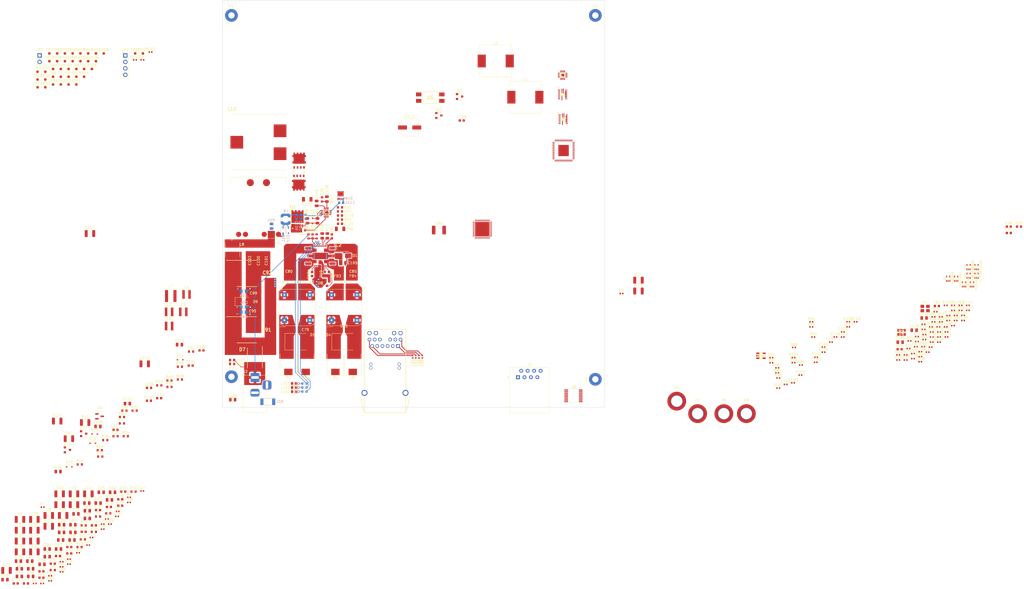
<source format=kicad_pcb>
(kicad_pcb (version 20201002) (generator pcbnew)
  (layers (0 "F.Cu" signal) (1 "In1.Cu" power) (2 "In2.Cu" power) (3 "In3.Cu" power) (4 "In4.Cu" power) (31 "B.Cu" signal) (34 "B.Paste" user) (35 "F.Paste" user) (36 "B.SilkS" user "B.Silkscreen") (37 "F.SilkS" user "F.Silkscreen") (38 "B.Mask" user) (39 "F.Mask" user) (44 "Edge.Cuts" user))
  (net 0 "")
  (net 1 "Net-(C151-Pad1)")
  (net 2 "GND")
  (net 3 "/12V")
  (net 4 "Net-(C10-Pad2)")
  (net 5 "/3V3")
  (net 6 "Net-(C12-Pad1)")
  (net 7 "Net-(C13-Pad1)")
  (net 8 "/2V5_VPP")
  (net 9 "Net-(C17-Pad2)")
  (net 10 "Net-(C18-Pad2)")
  (net 11 "Net-(C19-Pad2)")
  (net 12 "/GVDD")
  (net 13 "Net-(C24-Pad2)")
  (net 14 "Net-(C34-Pad2)")
  (net 15 "Net-(C38-Pad1)")
  (net 16 "Net-(C39-Pad1)")
  (net 17 "/PWR_X1VDD")
  (net 18 "/Power/EN_VDD")
  (net 19 "Net-(C35-Pad2)")
  (net 20 "Net-(C37-Pad2)")
  (net 21 "/1V5")
  (net 22 "/DDR_VTT")
  (net 23 "/1V8")
  (net 24 "/DDR_VREF")
  (net 25 "Net-(C72-Pad1)")
  (net 26 "Net-(C141-Pad1)")
  (net 27 "/5V")
  (net 28 "Net-(C72-Pad2)")
  (net 29 "Net-(C76-Pad1)")
  (net 30 "Net-(C77-Pad1)")
  (net 31 "Net-(C150-Pad1)")
  (net 32 "Net-(C78-Pad1)")
  (net 33 "Net-(C78-Pad2)")
  (net 34 "/PoE Power/IN_12")
  (net 35 "Net-(C151-Pad2)")
  (net 36 "/PoE Power/IN_36")
  (net 37 "Net-(C81-Pad2)")
  (net 38 "Net-(C82-Pad2)")
  (net 39 "Net-(C83-Pad1)")
  (net 40 "Net-(C83-Pad2)")
  (net 41 "/PoE Power/IN_45")
  (net 42 "/PoE Power/IN_78")
  (net 43 "Net-(C86-Pad2)")
  (net 44 "Net-(C88-Pad2)")
  (net 45 "Net-(C89-Pad1)")
  (net 46 "Net-(C100-Pad1)")
  (net 47 "Net-(C104-Pad2)")
  (net 48 "Net-(C106-Pad1)")
  (net 49 "Net-(C79-Pad2)")
  (net 50 "Net-(C79-Pad1)")
  (net 51 "Net-(C110-Pad1)")
  (net 52 "Net-(C110-Pad2)")
  (net 53 "Net-(C84-Pad2)")
  (net 54 "Net-(C118-Pad2)")
  (net 55 "Net-(C120-Pad1)")
  (net 56 "Net-(C120-Pad2)")
  (net 57 "Net-(C121-Pad1)")
  (net 58 "Net-(C121-Pad2)")
  (net 59 "Net-(C122-Pad2)")
  (net 60 "Net-(C123-Pad1)")
  (net 61 "/SD1_REFCLK1_N")
  (net 62 "Net-(C123-Pad2)")
  (net 63 "/SD1_REFCLK1_P")
  (net 64 "Net-(C124-Pad2)")
  (net 65 "Net-(C125-Pad1)")
  (net 66 "Net-(C126-Pad2)")
  (net 67 "Net-(C127-Pad1)")
  (net 68 "Net-(C128-Pad2)")
  (net 69 "Net-(C135-Pad1)")
  (net 70 "Net-(C137-Pad1)")
  (net 71 "Net-(C139-Pad1)")
  (net 72 "Net-(C143-Pad2)")
  (net 73 "Net-(C144-Pad2)")
  (net 74 "Net-(C145-Pad2)")
  (net 75 "Net-(C147-Pad1)")
  (net 76 "Net-(C148-Pad1)")
  (net 77 "Net-(C150-Pad2)")
  (net 78 "Net-(C153-Pad1)")
  (net 79 "Net-(C152-Pad1)")
  (net 80 "Net-(J3-Pad2)")
  (net 81 "Net-(D7-Pad2)")
  (net 82 "Net-(D11-Pad1)")
  (net 83 "Net-(J3-Pad6)")
  (net 84 "Net-(J3-Pad7)")
  (net 85 "Net-(J3-Pad8)")
  (net 86 "Net-(D11-Pad2)")
  (net 87 "Net-(D13-Pad1)")
  (net 88 "Net-(D13-Pad2)")
  (net 89 "Net-(D14-Pad2)")
  (net 90 "/POE_TD2_N")
  (net 91 "/POE_TD1_N")
  (net 92 "/POE_TD1_P")
  (net 93 "/POE_LEDY-")
  (net 94 "/POE_LEDY+")
  (net 95 "/POE_LEDG-O+")
  (net 96 "/POE_LEDG+O-")
  (net 97 "Net-(J3-Pad1)")
  (net 98 "Net-(J3-Pad3)")
  (net 99 "Net-(JP2-Pad1)")
  (net 100 "Net-(LED1-Pad1)")
  (net 101 "Net-(LED2-Pad1)")
  (net 102 "Net-(LED3-Pad1)")
  (net 103 "Net-(LED5-Pad2)")
  (net 104 "Net-(LED6-Pad2)")
  (net 105 "Net-(R99-Pad2)")
  (net 106 "Net-(U7-Pad38)")
  (net 107 "Net-(U7-Pad37)")
  (net 108 "Net-(U7-Pad36)")
  (net 109 "Net-(U7-Pad35)")
  (net 110 "Net-(U7-Pad18)")
  (net 111 "Net-(U7-Pad17)")
  (net 112 "Net-(U7-Pad6)")
  (net 113 "Net-(U7-Pad5)")
  (net 114 "Net-(U13-Pad4)")
  (net 115 "Net-(U15-Pad4)")
  (net 116 "GNDPWR")
  (net 117 "/PoE Power/VB")
  (net 118 "/DDR4_RST_B")
  (net 119 "Net-(C16-Pad2)")
  (net 120 "Net-(C24-Pad1)")
  (net 121 "Net-(IC2-Pad4)")
  (net 122 "/PoE Power/VDC")
  (net 123 "Net-(C90-Pad1)")
  (net 124 "/PoE Power/VOB")
  (net 125 "/PoE Power/PGD")
  (net 126 "/5V_PG")
  (net 127 "Net-(C4-Pad2)")
  (net 128 "Net-(C66-Pad2)")
  (net 129 "GNDA")
  (net 130 "Net-(Q5-Pad2)")
  (net 131 "Net-(C4-Pad1)")
  (net 132 "Net-(IC4-Pad4)")
  (net 133 "Net-(IC4-Pad3)")
  (net 134 "Net-(IC4-Pad1)")
  (net 135 "Net-(D15-Pad2)")
  (net 136 "Net-(IC1-Pad7)")
  (net 137 "/I2C1_SDA")
  (net 138 "/I2C1_SCL")
  (net 139 "/Reset/JTAG_RST_B_18")
  (net 140 "/MPCIE0_CLK_N")
  (net 141 "/MPCIE0_CLK_P")
  (net 142 "/RST_PCIE0_B")
  (net 143 "/POE_TD2_P")
  (net 144 "/POE_TD3_P")
  (net 145 "/POE_TD3_N")
  (net 146 "/MPCIE1_CLK_N")
  (net 147 "/MPCIE1_CLK_P")
  (net 148 "/RST_PCIE1_B")
  (net 149 "Net-(Q3-Pad3)")
  (net 150 "/PMIC_INT_B")
  (net 151 "Net-(R55-Pad1)")
  (net 152 "Net-(R63-Pad1)")
  (net 153 "/SYSCLK_18")
  (net 154 "Net-(R72-Pad1)")
  (net 155 "Net-(R73-Pad1)")
  (net 156 "/POE_TD4_P")
  (net 157 "/POE_TD4_N")
  (net 158 "Net-(R77-Pad2)")
  (net 159 "/SD1_REFCLK2_P")
  (net 160 "Net-(R75-Pad1)")
  (net 161 "/SD1_REFCLK2_N")
  (net 162 "/DIFF_SYSCLK_P")
  (net 163 "/DIFF_SYSCLK_N")
  (net 164 "Net-(R87-Pad1)")
  (net 165 "/DDRCLK_18")
  (net 166 "Net-(R79-Pad1)")
  (net 167 "/25MHZ_EC2_RGMII")
  (net 168 "/25MHZ_EC1_RGMII")
  (net 169 "/25MHZ_CPLD")
  (net 170 "/125M_CLK")
  (net 171 "Net-(R81-Pad2)")
  (net 172 "/Reset/UART_RX")
  (net 173 "Net-(R83-Pad1)")
  (net 174 "/Reset/UART_TX")
  (net 175 "Net-(Q1-Pad1)")
  (net 176 "Net-(R86-Pad1)")
  (net 177 "/Reset/UART_CTS")
  (net 178 "/Reset/UART_RTS")
  (net 179 "Net-(Q2-Pad3)")
  (net 180 "/Reset/RESET_REQ_B_18")
  (net 181 "Net-(IC3-Pad15)")
  (net 182 "Net-(R96-Pad2)")
  (net 183 "Net-(R1-Pad2)")
  (net 184 "Net-(R5-Pad2)")
  (net 185 "Net-(R6-Pad1)")
  (net 186 "Net-(R7-Pad2)")
  (net 187 "Net-(R8-Pad1)")
  (net 188 "Net-(R9-Pad1)")
  (net 189 "Net-(R10-Pad2)")
  (net 190 "Net-(R11-Pad1)")
  (net 191 "Net-(R15-Pad1)")
  (net 192 "Net-(R16-Pad2)")
  (net 193 "/Reset/PORESET_B_18")
  (net 194 "/CPU_VDD_PG")
  (net 195 "/3V3_PG")
  (net 196 "/PMIC_POR_B")
  (net 197 "Net-(IC2-Pad5)")
  (net 198 "Net-(IC2-Pad31)")
  (net 199 "/RST_eMMC_B")
  (net 200 "Net-(IC2-Pad7)")
  (net 201 "Net-(IC2-Pad8)")
  (net 202 "Net-(IC2-Pad9)")
  (net 203 "Net-(C84-Pad1)")
  (net 204 "Net-(IC3-Pad4)")
  (net 205 "Net-(IC3-Pad3)")
  (net 206 "Net-(R100-Pad1)")
  (net 207 "Net-(R101-Pad1)")
  (net 208 "Net-(R45-Pad1)")
  (net 209 "Net-(IC3-Pad16)")
  (net 210 "Net-(R57-Pad1)")
  (net 211 "Net-(R58-Pad1)")
  (net 212 "Net-(R59-Pad1)")
  (net 213 "Net-(R60-Pad1)")
  (net 214 "Net-(R61-Pad1)")
  (net 215 "Net-(R78-Pad2)")
  (net 216 "Net-(R80-Pad1)")
  (net 217 "Net-(R82-Pad2)")
  (net 218 "Net-(L6-Pad2)")
  (net 219 "Net-(R84-Pad1)")
  (net 220 "/Reset/RST_PCIE1")
  (net 221 "/Reset/RST_PCIE0")
  (net 222 "Net-(U3-Pad46)")
  (net 223 "Net-(U3-Pad45)")
  (net 224 "Net-(U3-Pad44)")
  (net 225 "Net-(U3-Pad42)")
  (net 226 "Net-(L3-Pad2)")
  (net 227 "Net-(U3-Pad33)")
  (net 228 "Net-(L5-Pad2)")
  (net 229 "Net-(U3-Pad16)")
  (net 230 "Net-(L4-Pad2)")
  (net 231 "Net-(U3-Pad6)")
  (net 232 "Net-(U3-Pad2)")
  (net 233 "Net-(Y2-Pad2)")
  (net 234 "Net-(IC2-Pad26)")
  (net 235 "Net-(IC3-Pad13)")
  (net 236 "Net-(IC3-Pad7)")
  (net 237 "Net-(IC3-Pad5)")
  (net 238 "Net-(LED4-Pad1)")
  (net 239 "/CPU_VDD_SENSE")
  (net 240 "Net-(TR1-Pad4)")
  (net 241 "Net-(C109-Pad1)")
  (net 242 "Net-(C109-Pad2)")
  (net 243 "Net-(C115-Pad2)")
  (net 244 "Net-(C116-Pad1)")
  (net 245 "Earth")
  (module "Capacitor_SMD:C_1210_3225Metric" (layer "F.Cu") (at -30.6 142.92)
    (fp_text reference "C112" (at 0 -2.3) (layer "F.SilkS"))
    (fp_text value "47uF")
    (pad "1" smd roundrect (at -1.475 0) (size 1.15 2.7) (layers "F.Cu" "F.Paste" "F.Mask") (roundrect_rratio 0.217391) (net 3 "/12V"))
    (pad "2" smd roundrect (at 1.475 0) (size 1.15 2.7) (layers "F.Cu" "F.Paste" "F.Mask") (roundrect_rratio 0.217391) (net 2 "GND"))
  )
  (module "LED_SMD:LED_0805_2012Metric" (layer "F.Cu") (at 4 157)
    (fp_text reference "LED6" (at 0 -1.65) (layer "F.SilkS"))
    (fp_text value "PWRLED")
    (pad "1" smd roundrect (at -0.9375 0) (size 0.975 1.4) (layers "F.Cu" "F.Paste" "F.Mask") (net 2 "GND"))
    (pad "2" smd roundrect (at 0.9375 0) (size 0.975 1.4) (layers "F.Cu" "F.Paste" "F.Mask") (net 104 "Net-(LED6-Pad2)"))
  )
  (module "Resistor_SMD:R_0402_1005Metric" (layer "F.Cu") (at 275.47 127.42)
    (fp_text reference "R77" (at 0 -1.17) (layer "F.SilkS"))
    (fp_text value "0")
    (pad "1" smd roundrect (at -0.51 0) (size 0.54 0.64) (layers "F.Cu" "F.Paste" "F.Mask") (net 138 "/I2C1_SCL"))
    (pad "2" smd roundrect (at 0.51 0) (size 0.54 0.64) (layers "F.Cu" "F.Paste" "F.Mask") (net 158 "Net-(R77-Pad2)"))
  )
  (module "Capacitor_SMD:C_1210_3225Metric" (layer "F.Cu") (at -79.6 216.82)
    (fp_text reference "C76" (at 0 -2.3) (layer "F.SilkS"))
    (fp_text value "2.2uF")
    (pad "1" smd roundrect (at -1.475 0) (size 1.15 2.7) (layers "F.Cu" "F.Paste" "F.Mask") (roundrect_rratio 0.217391) (net 29 "Net-(C76-Pad1)"))
    (pad "2" smd roundrect (at 1.475 0) (size 1.15 2.7) (layers "F.Cu" "F.Paste" "F.Mask") (roundrect_rratio 0.217391) (net 2 "GND"))
  )
  (module "Capacitor_SMD:C_0603_1608Metric" (layer "F.Cu") (at 41.827011 107.616902 -90)
    (fp_text reference "C89" (at -0.071001 -1.4692 90) (layer "F.SilkS"))
    (fp_text value "10nF" hide)
    (pad "1" smd roundrect (at -0.775 0 270) (size 0.9 0.95) (layers "F.Cu" "F.Paste" "F.Mask") (net 45 "Net-(C89-Pad1)"))
    (pad "2" smd roundrect (at 0.775 0 270) (size 0.9 0.95) (layers "F.Cu" "F.Paste" "F.Mask") (net 124 "/PoE Power/VOB"))
  )
  (module "Resistor_SMD:R_0402_1005Metric" (layer "F.Cu") (at 272.88 134.21)
    (fp_text reference "R74" (at 0 -1.17) (layer "F.SilkS"))
    (fp_text value "1")
    (pad "1" smd roundrect (at -0.51 0) (size 0.54 0.64) (layers "F.Cu" "F.Paste" "F.Mask") (net 68 "Net-(C128-Pad2)"))
    (pad "2" smd roundrect (at 0.51 0) (size 0.54 0.64) (layers "F.Cu" "F.Paste" "F.Mask") (net 26 "Net-(C141-Pad1)"))
  )
  (module "Capacitor_SMD:C_0805_2012Metric" (layer "F.Cu") (at 47.665945 129.726)
    (fp_text reference "C83" (at 0 -1.68) (layer "F.SilkS"))
    (fp_text value "1nF" hide)
    (pad "1" smd roundrect (at -0.95 0) (size 1 1.45) (layers "F.Cu" "F.Paste" "F.Mask") (net 39 "Net-(C83-Pad1)"))
    (pad "2" smd roundrect (at 0.95 0) (size 1 1.45) (layers "F.Cu" "F.Paste" "F.Mask") (net 40 "Net-(C83-Pad2)"))
  )
  (module "Capacitor_SMD:C_0402_1005Metric" (layer "F.Cu") (at 274.19 142.12)
    (fp_text reference "C138" (at 0 -1.16) (layer "F.SilkS"))
    (fp_text value ".1uF")
    (pad "1" smd roundrect (at -0.48 0) (size 0.56 0.62) (layers "F.Cu" "F.Paste" "F.Mask") (net 70 "Net-(C137-Pad1)"))
    (pad "2" smd roundrect (at 0.48 0) (size 0.56 0.62) (layers "F.Cu" "F.Paste" "F.Mask") (net 2 "GND"))
  )
  (module "Resistor_SMD:R_0402_1005Metric" (layer "F.Cu") (at 215.66 142.51)
    (fp_text reference "R93" (at 0 -1.17) (layer "F.SilkS"))
    (fp_text value "DNP 0")
    (pad "1" smd roundrect (at -0.51 0) (size 0.54 0.64) (layers "F.Cu" "F.Paste" "F.Mask") (net 196 "/PMIC_POR_B"))
    (pad "2" smd roundrect (at 0.51 0) (size 0.54 0.64) (layers "F.Cu" "F.Paste" "F.Mask") (net 133 "Net-(IC4-Pad3)"))
  )
  (module "Capacitor_SMD:C_0805_2012Metric" (layer "F.Cu") (at -43.23 193.4)
    (fp_text reference "C52" (at 0 -1.68) (layer "F.SilkS"))
    (fp_text value "22uF")
    (pad "1" smd roundrect (at -0.95 0) (size 1 1.45) (layers "F.Cu" "F.Paste" "F.Mask") (net 2 "GND"))
    (pad "2" smd roundrect (at 0.95 0) (size 1 1.45) (layers "F.Cu" "F.Paste" "F.Mask") (net 12 "/GVDD"))
  )
  (module "Scott:TRANS_STL60P4LLF6" (layer "F.Cu") (at 29.972 71.7296 -90)
    (fp_text reference "U5" (at -3.937 -0.762) (layer "F.SilkS") (effects (font (size 1.001835 1.001835) (thickness 0.015))))
    (fp_text value "STL90N6F7" hide)
    (fp_poly (pts (xy 3.12 -2.205) (xy 3.12 -1.6) (xy 2.655 -1.6) (xy 2.655 -0.94) (xy 3.12 -0.94) (xy 3.12 -0.33) (xy 2.655 -0.33) (xy 2.655 0.33) (xy 3.12 0.33) (xy 3.12 0.94) (xy 2.655 0.94) (xy 2.655 1.6) (xy 3.12 1.6) (xy 3.12 2.205) (xy 2.195 2.205) (xy 2.195 2.675) (xy 1.395 2.675) (xy 1.395 2.205) (xy -0.255 2.205) (xy -0.255 2.675) (xy -1.055 2.675) (xy -1.055 2.205) (xy -1.205 2.205) (xy -1.205 -2.205) (xy -1.055 -2.205) (xy -1.055 -2.675) (xy -0.255 -2.675) (xy -0.255 -2.205) (xy 1.395 -2.205) (xy 1.395 -2.675) (xy 2.195 -2.675) (xy 2.195 -2.205)) (layer "F.Cu") (width 0.001))
    (pad "1" smd rect (at -2.655 -1.905 270) (size 0.94 0.62) (layers "F.Cu" "F.Paste" "F.Mask") (net 2 "GND"))
    (pad "2" smd rect (at -2.655 -0.635 270) (size 0.94 0.62) (layers "F.Cu" "F.Paste" "F.Mask") (net 2 "GND"))
    (pad "3" smd rect (at -2.655 0.635 270) (size 0.94 0.62) (layers "F.Cu" "F.Paste" "F.Mask") (net 2 "GND"))
    (pad "4" smd rect (at -2.655 1.905 270) (size 0.94 0.62) (layers "F.Cu" "F.Paste" "F.Mask") (net 135 "Net-(D15-Pad2)"))
    (pad "5" smd rect (at 2.655 1.905 270) (size 0.94 0.62) (layers "F.Cu" "F.Paste" "F.Mask") (net 241 "Net-(C109-Pad1)"))
    (pad "6" smd rect (at 2.655 0.635 270) (size 0.94 0.62) (layers "F.Cu" "F.Paste" "F.Mask") (net 241 "Net-(C109-Pad1)"))
    (pad "7" smd rect (at 2.655 -0.635 270) (size 0.94 0.62) (layers "F.Cu" "F.Paste" "F.Mask") (net 241 "Net-(C109-Pad1)"))
    (pad "8" smd rect (at 2.655 -1.905 270) (size 0.94 0.62) (layers "F.Cu" "F.Paste" "F.Mask") (net 241 "Net-(C109-Pad1)"))
  )
  (module "Capacitor_SMD:C_0402_1005Metric" (layer "F.Cu") (at 284.5 130.4)
    (fp_text reference "C140" (at 0 -1.16) (layer "F.SilkS"))
    (fp_text value ".1uF")
    (pad "1" smd roundrect (at -0.48 0) (size 0.56 0.62) (layers "F.Cu" "F.Paste" "F.Mask") (net 71 "Net-(C139-Pad1)"))
    (pad "2" smd roundrect (at 0.48 0) (size 0.56 0.62) (layers "F.Cu" "F.Paste" "F.Mask") (net 2 "GND"))
  )
  (module "Capacitor_SMD:C_0402_1005Metric" (layer "F.Cu") (at 281.59 132.41)
    (fp_text reference "C146" (at 0 -1.16) (layer "F.SilkS"))
    (fp_text value "DNS .1uF")
    (pad "1" smd roundrect (at -0.48 0) (size 0.56 0.62) (layers "F.Cu" "F.Paste" "F.Mask") (net 74 "Net-(C145-Pad2)"))
    (pad "2" smd roundrect (at 0.48 0) (size 0.56 0.62) (layers "F.Cu" "F.Paste" "F.Mask") (net 2 "GND"))
  )
  (module "Capacitor_SMD:C_0603_1608Metric" (layer "F.Cu") (at 308.99 89)
    (fp_text reference "C36" (at 0 -1.43) (layer "F.SilkS"))
    (fp_text value "47uF")
    (pad "1" smd roundrect (at -0.775 0) (size 0.9 0.95) (layers "F.Cu" "F.Paste" "F.Mask") (net 2 "GND"))
    (pad "2" smd roundrect (at 0.775 0) (size 0.9 0.95) (layers "F.Cu" "F.Paste" "F.Mask") (net 5 "/3V3"))
  )
  (module "digikey-footprints:SOT-23-3" (layer "F.Cu") (at -48.325 163.57)
    (fp_text reference "U6" (at 0.025 -3.375) (layer "F.SilkS"))
    (fp_text value "TS2431-AILT")
    (pad "1" smd rect (at -1.05 -0.95) (size 1.3 0.6) (layers "F.Cu" "F.Paste" "F.Mask") (net 62 "Net-(C123-Pad2)"))
    (pad "2" smd rect (at -1.05 0.95) (size 1.3 0.6) (layers "F.Cu" "F.Paste" "F.Mask") (net 60 "Net-(C123-Pad1)"))
    (pad "3" smd rect (at 1.05 0) (size 1.3 0.6) (layers "F.Cu" "F.Paste" "F.Mask") (net 2 "GND"))
  )
  (module "Inductor_SMD:L_0805_2012Metric" (layer "F.Cu") (at 32.422125 110.7651 90)
    (fp_text reference "FB2" (at -0.1059 2.248875) (layer "F.SilkS"))
    (fp_text value "220 OHM" hide)
    (pad "1" smd roundrect (at -1.0625 0 90) (size 0.875 1.2) (layers "F.Cu" "F.Paste" "F.Mask") (net 33 "Net-(C78-Pad2)"))
    (pad "2" smd roundrect (at 1.0625 0 90) (size 0.875 1.2) (layers "F.Cu" "F.Paste" "F.Mask") (net 36 "/PoE Power/IN_36"))
  )
  (module "Resistor_SMD:R_0603_1608Metric" (layer "F.Cu") (at -20.86 149.48)
    (fp_text reference "R40" (at 0 -1.43) (layer "F.SilkS"))
    (fp_text value "10K")
    (pad "1" smd roundrect (at -0.825 0) (size 0.8 0.95) (layers "F.Cu" "F.Paste" "F.Mask") (net 2 "GND"))
    (pad "2" smd roundrect (at 0.825 0) (size 0.8 0.95) (layers "F.Cu" "F.Paste" "F.Mask") (net 135 "Net-(D15-Pad2)"))
  )
  (module "Capacitor_SMD:C_0805_2012Metric" (layer "F.Cu") (at 36.9824 79.8728 90)
    (fp_text reference "C116" (at 3.622 -0.0508 90) (layer "F.SilkS"))
    (fp_text value "1nF" hide)
    (pad "1" smd roundrect (at -0.95 0 90) (size 1 1.45) (layers "F.Cu" "F.Paste" "F.Mask") (net 244 "Net-(C116-Pad1)"))
    (pad "2" smd roundrect (at 0.95 0 90) (size 1 1.45) (layers "F.Cu" "F.Paste" "F.Mask") (net 129 "GNDA"))
  )
  (module "Capacitor_SMD:C_0402_1005Metric" (layer "F.Cu") (at 245.89 126.42)
    (fp_text reference "C152" (at 0 -1.16) (layer "F.SilkS"))
    (fp_text value ".1uF")
    (pad "1" smd roundrect (at -0.48 0) (size 0.56 0.62) (layers "F.Cu" "F.Paste" "F.Mask") (net 79 "Net-(C152-Pad1)"))
    (pad "2" smd roundrect (at 0.48 0) (size 0.56 0.62) (layers "F.Cu" "F.Paste" "F.Mask") (net 2 "GND"))
  )
  (module "Capacitor_SMD:C_1210_3225Metric" (layer "F.Cu") (at 163.45 114.31)
    (fp_text reference "C75" (at 0 -2.3) (layer "F.SilkS"))
    (fp_text value "100uF")
    (pad "1" smd roundrect (at -1.475 0) (size 1.15 2.7) (layers "F.Cu" "F.Paste" "F.Mask") (roundrect_rratio 0.217391) (net 2 "GND"))
    (pad "2" smd roundrect (at 1.475 0) (size 1.15 2.7) (layers "F.Cu" "F.Paste" "F.Mask") (roundrect_rratio 0.217391) (net 27 "/5V"))
  )
  (module "Scott:MountingHole_4.4mm_Pad_TopOnly" (layer "F.Cu") (at 178.5 157.6)
    (fp_text reference "H5" (at 0 -5.3) (layer "F.SilkS"))
    (fp_text value "FlatAntenna")
    (pad "1" thru_hole circle (at 0 0) (size 4.8 4.8) (drill 4.4) (layers *.Cu *.Mask) (net 2 "GND"))
    (pad "1" connect circle (at 0 0) (size 7.4 7.4) (layers "F.Cu" "F.Mask") (net 2 "GND"))
  )
  (module "LIB_MIC2774:SOT95P280X145-5N" (layer "F.Cu") (at 211.58 139.76)
    (fp_text reference "IC4" (at 0 0) (layer "F.SilkS") (effects (font (size 1.27 1.27) (thickness 0.254))))
    (fp_text value "MIC2774N-29YM5-TR" hide)
    (pad "1" smd rect (at -1.25 -0.95 90) (size 0.6 1.2) (layers "F.Cu" "F.Paste" "F.Mask") (net 134 "Net-(IC4-Pad1)"))
    (pad "2" smd rect (at -1.25 0 90) (size 0.6 1.2) (layers "F.Cu" "F.Paste" "F.Mask") (net 2 "GND"))
    (pad "3" smd rect (at -1.25 0.95 90) (size 0.6 1.2) (layers "F.Cu" "F.Paste" "F.Mask") (net 133 "Net-(IC4-Pad3)"))
    (pad "4" smd rect (at 1.25 0.95 90) (size 0.6 1.2) (layers "F.Cu" "F.Paste" "F.Mask") (net 132 "Net-(IC4-Pad4)"))
    (pad "5" smd rect (at 1.25 -0.95 90) (size 0.6 1.2) (layers "F.Cu" "F.Paste" "F.Mask") (net 5 "/3V3"))
  )
  (module "Capacitor_SMD:CP_Elec_6.3x5.9" (layer "F.Cu") (at 73.523772 50.0552)
    (fp_text reference "C113" (at 0 -4.35) (layer "F.SilkS"))
    (fp_text value "100uF")
    (pad "1" smd roundrect (at -2.8 0) (size 3.5 1.6) (layers "F.Cu" "F.Paste" "F.Mask") (roundrect_rratio 0.15625) (net 3 "/12V"))
    (pad "2" smd roundrect (at 2.8 0) (size 3.5 1.6) (layers "F.Cu" "F.Paste" "F.Mask") (roundrect_rratio 0.15625) (net 2 "GND"))
  )
  (module "Capacitor_SMD:C_0402_1005Metric" (layer "F.Cu") (at 75.936772 140.149 90)
    (fp_text reference "C82" (at -2.3902 -0.127 90) (layer "F.SilkS"))
    (fp_text value ".1uF" hide)
    (pad "1" smd roundrect (at -0.48 0 90) (size 0.56 0.62) (layers "F.Cu" "F.Paste" "F.Mask") (net 245 "Earth"))
    (pad "2" smd roundrect (at 0.48 0 90) (size 0.56 0.62) (layers "F.Cu" "F.Paste" "F.Mask") (net 38 "Net-(C82-Pad2)"))
  )
  (module "Capacitor_SMD:C_0603_1608Metric" (layer "F.Cu") (at -77.26 229.23)
    (fp_text reference "C77" (at 0 -1.43) (layer "F.SilkS"))
    (fp_text value "5600pF")
    (pad "1" smd roundrect (at -0.775 0) (size 0.9 0.95) (layers "F.Cu" "F.Paste" "F.Mask") (net 30 "Net-(C77-Pad1)"))
    (pad "2" smd roundrect (at 0.775 0) (size 0.9 0.95) (layers "F.Cu" "F.Paste" "F.Mask") (net 2 "GND"))
  )
  (module "Capacitor_SMD:C_0402_1005Metric" (layer "F.Cu") (at 271.32 140.89)
    (fp_text reference "C135" (at 0 -1.16) (layer "F.SilkS"))
    (fp_text value "1uF")
    (pad "1" smd roundrect (at -0.48 0) (size 0.56 0.62) (layers "F.Cu" "F.Paste" "F.Mask") (net 69 "Net-(C135-Pad1)"))
    (pad "2" smd roundrect (at 0.48 0) (size 0.56 0.62) (layers "F.Cu" "F.Paste" "F.Mask") (net 2 "GND"))
  )
  (module "Capacitor_SMD:C_0805_2012Metric" (layer "F.Cu") (at -80.2 220.45)
    (fp_text reference "C35" (at 0 -1.68) (layer "F.SilkS"))
    (fp_text value "DNS 4.7uF")
    (pad "1" smd roundrect (at -0.95 0) (size 1 1.45) (layers "F.Cu" "F.Paste" "F.Mask") (net 2 "GND"))
    (pad "2" smd roundrect (at 0.95 0) (size 1 1.45) (layers "F.Cu" "F.Paste" "F.Mask") (net 19 "Net-(C35-Pad2)"))
  )
  (module "Scott:L_13.5x12.5mm_H6mm" (layer "F.Cu") (at 118.993524 38.141739)
    (fp_text reference "L1" (at 0 -7.1) (layer "F.SilkS"))
    (fp_text value ".56uH")
    (pad "1" smd rect (at -5.5 0) (size 3.2 5) (layers "F.Cu" "F.Paste" "F.Mask") (net 131 "Net-(C4-Pad1)"))
    (pad "2" smd rect (at 5.5 0) (size 3.2 5) (layers "F.Cu" "F.Paste" "F.Mask") (net 239 "/CPU_VDD_SENSE"))
  )
  (module "TestPoint:TestPoint_Pad_D1.0mm" (layer "F.Cu") (at -72.7 34.25)
    (fp_text reference "TP27" (at 0 -1.448) (layer "F.SilkS"))
    (fp_text value "TestPoint")
    (pad "1" smd circle (at 0 0) (size 1 1) (layers "F.Cu" "F.Mask") (net 2 "GND"))
  )
  (module "Resistor_SMD:R_0603_1608Metric" (layer "F.Cu") (at -38.57 161.32)
    (fp_text reference "R46" (at 0 -1.43) (layer "F.SilkS"))
    (fp_text value "0")
    (pad "1" smd roundrect (at -0.825 0) (size 0.8 0.95) (layers "F.Cu" "F.Paste" "F.Mask") (net 3 "/12V"))
    (pad "2" smd roundrect (at 0.825 0) (size 0.8 0.95) (layers "F.Cu" "F.Paste" "F.Mask") (net 208 "Net-(R45-Pad1)"))
  )
  (module "Capacitor_SMD:C_0402_1005Metric" (layer "F.Cu") (at -60.37 219.68)
    (fp_text reference "C71" (at 0 -1.16) (layer "F.SilkS"))
    (fp_text value ".1uF")
    (pad "1" smd roundrect (at -0.48 0) (size 0.56 0.62) (layers "F.Cu" "F.Paste" "F.Mask") (net 2 "GND"))
    (pad "2" smd roundrect (at 0.48 0) (size 0.56 0.62) (layers "F.Cu" "F.Paste" "F.Mask") (net 128 "Net-(C66-Pad2)"))
  )
  (module "Capacitor_SMD:C_0603_1608Metric" (layer "F.Cu") (at 42.966011 92.837 90)
    (fp_text reference "C87" (at 2.9588 0.0508 270) (layer "F.SilkS"))
    (fp_text value "10nF" hide)
    (pad "1" smd roundrect (at -0.775 0 90) (size 0.9 0.95) (layers "F.Cu" "F.Paste" "F.Mask") (net 117 "/PoE Power/VB"))
    (pad "2" smd roundrect (at 0.775 0 90) (size 0.9 0.95) (layers "F.Cu" "F.Paste" "F.Mask") (net 116 "GNDPWR"))
  )
  (module "Resistor_SMD:R_0603_1608Metric" (layer "F.Cu") (at -44.91 201.68)
    (fp_text reference "R2" (at 0 -1.43) (layer "F.SilkS"))
    (fp_text value "10K")
    (pad "1" smd roundrect (at -0.825 0) (size 0.8 0.95) (layers "F.Cu" "F.Paste" "F.Mask") (net 4 "Net-(C10-Pad2)"))
    (pad "2" smd roundrect (at 0.825 0) (size 0.8 0.95) (layers "F.Cu" "F.Paste" "F.Mask") (net 239 "/CPU_VDD_SENSE"))
  )
  (module "Diode_SMD:D_SOD-323" (layer "F.Cu") (at 35.3314 86.741 -90)
    (fp_text reference "D13" (at -3.048 -0.0254 90) (layer "F.SilkS"))
    (fp_text value "BAS16J" hide)
    (pad "1" smd rect (at -1.05 0 270) (size 0.6 0.45) (layers "F.Cu" "F.Paste" "F.Mask") (net 87 "Net-(D13-Pad1)"))
    (pad "2" smd rect (at 1.05 0 270) (size 0.6 0.45) (layers "F.Cu" "F.Paste" "F.Mask") (net 88 "Net-(D13-Pad2)"))
  )
  (module "Package_TO_SOT_SMD:SOT-23" (layer "F.Cu") (at -60.95 176.73)
    (fp_text reference "D16" (at 0 -2.5) (layer "F.SilkS"))
    (fp_text value "BZX84C10")
    (pad "1" smd rect (at -1 -0.95) (size 0.9 0.8) (layers "F.Cu" "F.Paste" "F.Mask") (net 242 "Net-(C109-Pad2)"))
    (pad "2" smd rect (at -1 0.95) (size 0.9 0.8) (layers "F.Cu" "F.Paste" "F.Mask") (net 2 "GND"))
    (pad "3" smd rect (at 1 0) (size 0.9 0.8) (layers "F.Cu" "F.Paste" "F.Mask"))
  )
  (module "Resistor_SMD:R_1210_3225Metric" (layer "F.Cu") (at -60.37 172.35)
    (fp_text reference "R41" (at 0 -2.28) (layer "F.SilkS"))
    (fp_text value "0R05")
    (pad "1" smd roundrect (at -1.4625 0) (size 1.125 2.65) (layers "F.Cu" "F.Paste" "F.Mask") (roundrect_rratio 0.222222) (net 116 "GNDPWR"))
    (pad "2" smd roundrect (at 1.4625 0) (size 1.125 2.65) (layers "F.Cu" "F.Paste" "F.Mask") (roundrect_rratio 0.222222) (net 175 "Net-(Q1-Pad1)"))
  )
  (module "Capacitor_SMD:C_0402_1005Metric" (layer "F.Cu") (at 284.5 132.37)
    (fp_text reference "C131" (at 0 -1.16) (layer "F.SilkS"))
    (fp_text value ".1uF")
    (pad "1" smd roundrect (at -0.48 0) (size 0.56 0.62) (layers "F.Cu" "F.Paste" "F.Mask") (net 68 "Net-(C128-Pad2)"))
    (pad "2" smd roundrect (at 0.48 0) (size 0.56 0.62) (layers "F.Cu" "F.Paste" "F.Mask") (net 2 "GND"))
  )
  (module "Resistor_SMD:R_0805_2012Metric" (layer "F.Cu") (at 41.169811 92.640101 90)
    (fp_text reference "R17" (at 3.1724 0.0436 90) (layer "F.SilkS"))
    (fp_text value "36.5" hide)
    (pad "1" smd roundrect (at -0.9125 0 90) (size 1.025 1.4) (layers "F.Cu" "F.Paste" "F.Mask") (roundrect_rratio 0.243902) (net 121 "Net-(IC2-Pad4)"))
    (pad "2" smd roundrect (at 0.9125 0 90) (size 1.025 1.4) (layers "F.Cu" "F.Paste" "F.Mask") (roundrect_rratio 0.243902) (net 116 "GNDPWR"))
  )
  (module "Capacitor_SMD:C_0805_2012Metric" (layer "F.Cu") (at -16.92 135.4)
    (fp_text reference "C110" (at 0 -1.68) (layer "F.SilkS"))
    (fp_text value "1nF")
    (pad "1" smd roundrect (at -0.95 0) (size 1 1.45) (layers "F.Cu" "F.Paste" "F.Mask") (net 51 "Net-(C110-Pad1)"))
    (pad "2" smd roundrect (at 0.95 0) (size 1 1.45) (layers "F.Cu" "F.Paste" "F.Mask") (net 52 "Net-(C110-Pad2)"))
  )
  (module "Resistor_SMD:R_0603_1608Metric" (layer "F.Cu") (at -34.56 161.32)
    (fp_text reference "R31" (at 0 -1.43) (layer "F.SilkS"))
    (fp_text value "22")
    (pad "1" smd roundrect (at -0.825 0) (size 0.8 0.95) (layers "F.Cu" "F.Paste" "F.Mask") (net 241 "Net-(C109-Pad1)"))
    (pad "2" smd roundrect (at 0.825 0) (size 0.8 0.95) (layers "F.Cu" "F.Paste" "F.Mask") (net 179 "Net-(Q2-Pad3)"))
  )
  (module "Resistor_SMD:R_0603_1608Metric" (layer "F.Cu") (at -54.92 211.92)
    (fp_text reference "R16" (at 0 -1.43) (layer "F.SilkS"))
    (fp_text value "6.98K")
    (pad "1" smd roundrect (at -0.825 0) (size 0.8 0.95) (layers "F.Cu" "F.Paste" "F.Mask") (net 2 "GND"))
    (pad "2" smd roundrect (at 0.825 0) (size 0.8 0.95) (layers "F.Cu" "F.Paste" "F.Mask") (net 192 "Net-(R16-Pad2)"))
  )
  (module "Resistor_SMD:R_0402_1005Metric" (layer "F.Cu") (at 279.38 126.45)
    (fp_text reference "R66" (at 0 -1.17) (layer "F.SilkS"))
    (fp_text value "49.9")
    (pad "1" smd roundrect (at -0.51 0) (size 0.54 0.64) (layers "F.Cu" "F.Paste" "F.Mask") (net 2 "GND"))
    (pad "2" smd roundrect (at 0.51 0) (size 0.54 0.64) (layers "F.Cu" "F.Paste" "F.Mask") (net 141 "/MPCIE0_CLK_P"))
  )
  (module "Capacitor_SMD:C_1210_3225Metric" (layer "F.Cu") (at -64.03 198.27)
    (fp_text reference "C1" (at 0 -2.3) (layer "F.SilkS"))
    (fp_text value "22uF")
    (pad "1" smd roundrect (at -1.475 0) (size 1.15 2.7) (layers "F.Cu" "F.Paste" "F.Mask") (roundrect_rratio 0.217391) (net 3 "/12V"))
    (pad "2" smd roundrect (at 1.475 0) (size 1.15 2.7) (layers "F.Cu" "F.Paste" "F.Mask") (roundrect_rratio 0.217391) (net 2 "GND"))
  )
  (module "Capacitor_SMD:C_1210_3225Metric" (layer "F.Cu") (at 8.304 121.9826)
    (fp_text reference "C95" (at 3.507 0.1914) (layer "F.SilkS"))
    (fp_text value "4.7uF" hide)
    (pad "1" smd roundrect (at -1.475 0) (size 1.15 2.7) (layers "F.Cu" "F.Paste" "F.Mask") (roundrect_rratio 0.217391) (net 122 "/PoE Power/VDC"))
    (pad "2" smd roundrect (at 1.475 0) (size 1.15 2.7) (layers "F.Cu" "F.Paste" "F.Mask") (roundrect_rratio 0.217391) (net 116 "GNDPWR"))
  )
  (module "Capacitor_SMD:C_0402_1005Metric" (layer "F.Cu") (at 233.27 140.35)
    (fp_text reference "C153" (at 0 -1.16) (layer "F.SilkS"))
    (fp_text value ".1uF")
    (pad "1" smd roundrect (at -0.48 0) (size 0.56 0.62) (layers "F.Cu" "F.Paste" "F.Mask") (net 78 "Net-(C153-Pad1)"))
    (pad "2" smd roundrect (at 0.48 0) (size 0.56 0.62) (layers "F.Cu" "F.Paste" "F.Mask") (net 2 "GND"))
  )
  (module "Resistor_SMD:R_0402_1005Metric" (layer "F.Cu") (at 224.39 140.47)
    (fp_text reference "R100" (at 0 -1.17) (layer "F.SilkS"))
    (fp_text value "0")
    (pad "1" smd roundrect (at -0.51 0) (size 0.54 0.64) (layers "F.Cu" "F.Paste" "F.Mask") (net 206 "Net-(R100-Pad1)"))
    (pad "2" smd roundrect (at 0.51 0) (size 0.54 0.64) (layers "F.Cu" "F.Paste" "F.Mask") (net 118 "/DDR4_RST_B"))
  )
  (module "Capacitor_SMD:C_0402_1005Metric" (layer "F.Cu") (at 236.18 138.34)
    (fp_text reference "C156" (at 0 -1.16) (layer "F.SilkS"))
    (fp_text value ".1uF")
    (pad "1" smd roundrect (at -0.48 0) (size 0.56 0.62) (layers "F.Cu" "F.Paste" "F.Mask") (net 23 "/1V8"))
    (pad "2" smd roundrect (at 0.48 0) (size 0.56 0.62) (layers "F.Cu" "F.Paste" "F.Mask") (net 2 "GND"))
  )
  (module "Inductor_SMD:L_0805_2012Metric" (layer "F.Cu") (at 51.2064 110.7651 90)
    (fp_text reference "FB4" (at 2.3579 0.0254) (layer "F.SilkS"))
    (fp_text value "220 OHM" hide)
    (pad "1" smd roundrect (at -1.0625 0 90) (size 0.875 1.2) (layers "F.Cu" "F.Paste" "F.Mask") (net 53 "Net-(C84-Pad2)"))
    (pad "2" smd roundrect (at 1.0625 0 90) (size 0.875 1.2) (layers "F.Cu" "F.Paste" "F.Mask") (net 42 "/PoE Power/IN_78"))
  )
  (module "TestPoint:TestPoint_Pad_D1.0mm" (layer "F.Cu") (at -52.8 20.95)
    (fp_text reference "TP18" (at 0 -1.448) (layer "F.SilkS"))
    (fp_text value "TestPoint")
    (pad "1" smd circle (at 0 0) (size 1 1) (layers "F.Cu" "F.Mask") (net 199 "/RST_eMMC_B"))
  )
  (module "Capacitor_SMD:C_0603_1608Metric" (layer "F.Cu") (at 46.1396 84.640402 180)
    (fp_text reference "C118" (at -3.429 0) (layer "F.SilkS"))
    (fp_text value "10nF" hide)
    (pad "1" smd roundrect (at -0.775 0 180) (size 0.9 0.95) (layers "F.Cu" "F.Paste" "F.Mask") (net 129 "GNDA"))
    (pad "2" smd roundrect (at 0.775 0 180) (size 0.9 0.95) (layers "F.Cu" "F.Paste" "F.Mask") (net 54 "Net-(C118-Pad2)"))
  )
  (module "Capacitor_SMD:C_0805_2012Metric" (layer "F.Cu") (at -79.85 223.46)
    (fp_text reference "C37" (at 0 -1.68) (layer "F.SilkS"))
    (fp_text value "DNS 4.7uF")
    (pad "1" smd roundrect (at -0.95 0) (size 1 1.45) (layers "F.Cu" "F.Paste" "F.Mask") (net 2 "GND"))
    (pad "2" smd roundrect (at 0.95 0) (size 1 1.45) (layers "F.Cu" "F.Paste" "F.Mask") (net 20 "Net-(C37-Pad2)"))
  )
  (module "Diode_SMD:D_SMC" (layer "F.Cu") (at 51.18 142.706996 90)
    (fp_text reference "D6" (at -5.7368 -0.3048 180) (layer "F.SilkS"))
    (fp_text value "SM15T68CA" hide)
    (pad "1" smd rect (at -3.4 0 180) (size 3.3 2.5) (layers "F.Cu" "F.Paste" "F.Mask") (net 245 "Earth"))
    (pad "2" smd rect (at 3.4 0 180) (size 3.3 2.5) (layers "F.Cu" "F.Paste" "F.Mask") (net 40 "Net-(C83-Pad2)"))
  )
  (module "Inductor_SMD:L_0805_2012Metric" (layer "F.Cu") (at 45.0596 110.7651 90)
    (fp_text reference "FB3" (at 2.3325 0.127) (layer "F.SilkS"))
    (fp_text value "220 OHM" hide)
    (pad "1" smd roundrect (at -1.0625 0 90) (size 0.875 1.2) (layers "F.Cu" "F.Paste" "F.Mask") (net 203 "Net-(C84-Pad1)"))
    (pad "2" smd roundrect (at 1.0625 0 90) (size 0.875 1.2) (layers "F.Cu" "F.Paste" "F.Mask") (net 41 "/PoE Power/IN_45"))
  )
  (module "Capacitor_SMD:C_0402_1005Metric" (layer "F.Cu") (at 278.24 136.37)
    (fp_text reference "C147" (at 0 -1.16) (layer "F.SilkS"))
    (fp_text value "DNS .1uF")
    (pad "1" smd roundrect (at -0.48 0) (size 0.56 0.62) (layers "F.Cu" "F.Paste" "F.Mask") (net 75 "Net-(C147-Pad1)"))
    (pad "2" smd roundrect (at 0.48 0) (size 0.56 0.62) (layers "F.Cu" "F.Paste" "F.Mask") (net 61 "/SD1_REFCLK1_N"))
  )
  (module "Resistor_SMD:R_0402_1005Metric" (layer "F.Cu") (at 280.18 122.47)
    (fp_text reference "R59" (at 0 -1.17) (layer "F.SilkS"))
    (fp_text value "10")
    (pad "1" smd roundrect (at -0.51 0) (size 0.54 0.64) (layers "F.Cu" "F.Paste" "F.Mask") (net 212 "Net-(R59-Pad1)"))
    (pad "2" smd roundrect (at 0.51 0) (size 0.54 0.64) (layers "F.Cu" "F.Paste" "F.Mask") (net 147 "/MPCIE1_CLK_P"))
  )
  (module "TestPoint:TestPoint_Pad_D1.0mm" (layer "F.Cu") (at -65 20.95)
    (fp_text reference "TP31" (at 0 -1.448) (layer "F.SilkS"))
    (fp_text value "TestPoint")
    (pad "1" smd circle (at 0 0) (size 1 1) (layers "F.Cu" "F.Mask") (net 12 "/GVDD"))
  )
  (module "LED_SMD:LED_0603_1608Metric" (layer "F.Cu") (at 3.7592 141.4272)
    (fp_text reference "LED4" (at 3.4035 -0.1778) (layer "F.SilkS"))
    (fp_text value "AUX" hide)
    (pad "1" smd roundrect (at -0.7875 0) (size 0.875 0.95) (layers "F.Cu" "F.Paste" "F.Mask") (net 238 "Net-(LED4-Pad1)"))
    (pad "2" smd roundrect (at 0.7875 0) (size 0.875 0.95) (layers "F.Cu" "F.Paste" "F.Mask") (net 81 "Net-(D7-Pad2)"))
  )
  (module "Resistor_SMD:R_0402_1005Metric" (layer "F.Cu") (at 224.39 142.46)
    (fp_text reference "R99" (at 0 -1.17) (layer "F.SilkS"))
    (fp_text value "0")
    (pad "1" smd roundrect (at -0.51 0) (size 0.54 0.64) (layers "F.Cu" "F.Paste" "F.Mask") (net 196 "/PMIC_POR_B"))
    (pad "2" smd roundrect (at 0.51 0) (size 0.54 0.64) (layers "F.Cu" "F.Paste" "F.Mask") (net 105 "Net-(R99-Pad2)"))
  )
  (module "Resistor_SMD:R_0402_1005Metric" (layer "F.Cu") (at 218.39 148.48)
    (fp_text reference "R98" (at 0 -1.17) (layer "F.SilkS"))
    (fp_text value "91K")
    (pad "1" smd roundrect (at -0.51 0) (size 0.54 0.64) (layers "F.Cu" "F.Paste" "F.Mask") (net 193 "/Reset/PORESET_B_18"))
    (pad "2" smd roundrect (at 0.51 0) (size 0.54 0.64) (layers "F.Cu" "F.Paste" "F.Mask") (net 23 "/1V8"))
  )
  (module "MountingHole:MountingHole_2.5mm_Pad_TopBottom" (layer "F.Cu") (at 3.5 148)
    (fp_text reference "H3" (at 0 -3.5) (layer "F.SilkS"))
    (fp_text value "Mounting Hole" hide)
    (pad "1" thru_hole circle (at 0 0) (size 2.9 2.9) (drill 2.5) (layers *.Cu *.Mask) (net 2 "GND"))
    (pad "1" connect circle (at 0 0) (size 5 5) (layers "B.Cu" "B.Mask") (net 2 "GND"))
    (pad "1" connect circle (at 0.000001 0.000007) (size 5 5) (layers "F.Cu" "F.Mask") (net 2 "GND") (clearance 1.016))
  )
  (module "Capacitor_SMD:C_0402_1005Metric" (layer "F.Cu") (at -47.12 205.91)
    (fp_text reference "C70" (at 0 -1.16) (layer "F.SilkS"))
    (fp_text value "1uF")
    (pad "1" smd roundrect (at -0.48 0) (size 0.56 0.62) (layers "F.Cu" "F.Paste" "F.Mask") (net 2 "GND"))
    (pad "2" smd roundrect (at 0.48 0) (size 0.56 0.62) (layers "F.Cu" "F.Paste" "F.Mask") (net 12 "/GVDD"))
  )
  (module "Silicon-Standard:SC70" (layer "F.Cu") (at 285.16672 109.472609)
    (fp_text reference "U9" (at -1.524 0 90) (layer "F.SilkS") (effects (font (size 0.6096 0.6096) (thickness 0.127))))
    (fp_text value "74LVC1G08" (at 1.651 0 90) (layer "F.SilkS") (effects (font (size 0.6096 0.6096) (thickness 0.127))))
    (pad "1" smd rect (at -0.6477 0.82296) (size 0.39878 0.7493) (layers "F.Cu" "F.Paste" "F.Mask") (net 132 "Net-(IC4-Pad4)"))
    (pad "2" smd rect (at 0 0.82296) (size 0.39878 0.7493) (layers "F.Cu" "F.Paste" "F.Mask") (net 133 "Net-(IC4-Pad3)"))
    (pad "3" smd rect (at 0.6477 0.82296) (size 0.39878 0.7493) (layers "F.Cu" "F.Paste" "F.Mask") (net 2 "GND"))
    (pad "4" smd rect (at 0.6477 -0.82296) (size 0.39878 0.7493) (layers "F.Cu" "F.Paste" "F.Mask") (net 182 "Net-(R96-Pad2)"))
    (pad "5" smd rect (at -0.6477 -0.82296) (size 0.39878 0.7493) (layers "F.Cu" "F.Paste" "F.Mask") (net 5 "/3V3"))
  )
  (module "Capacitor_SMD:C_0603_1608Metric" (layer "F.Cu") (at -44.65 199.17)
    (fp_text reference "C13" (at 0 -1.43) (layer "F.SilkS"))
    (fp_text value ".1uF")
    (pad "1" smd roundrect (at -0.775 0) (size 0.9 0.95) (layers "F.Cu" "F.Paste" "F.Mask") (net 7 "Net-(C13-Pad1)"))
    (pad "2" smd roundrect (at 0.775 0) (size 0.9 0.95) (layers "F.Cu" "F.Paste" "F.Mask") (net 2 "GND"))
  )
  (module "Resistor_SMD:R_0402_1005Metric" (layer "F.Cu") (at 269.53 136.92)
    (fp_text reference "R75" (at 0 -1.17) (layer "F.SilkS"))
    (fp_text value "82")
    (pad "1" smd roundrect (at -0.51 0) (size 0.54 0.64) (layers "F.Cu" "F.Paste" "F.Mask") (net 160 "Net-(R75-Pad1)"))
    (pad "2" smd roundrect (at 0.51 0) (size 0.54 0.64) (layers "F.Cu" "F.Paste" "F.Mask") (net 165 "/DDRCLK_18"))
  )
  (module "TestPoint:TestPoint_Pad_D1.0mm" (layer "F.Cu") (at -66.6 27.05)
    (fp_text reference "TP9" (at 0 -1.448) (layer "F.SilkS"))
    (fp_text value "TestPoint")
    (pad "1" smd circle (at 0 0) (size 1 1) (layers "F.Cu" "F.Mask") (net 162 "/DIFF_SYSCLK_P"))
  )
  (module "Capacitor_SMD:C_0402_1005Metric" (layer "F.Cu") (at 243.72 132.39)
    (fp_text reference "C149" (at 0 -1.16) (layer "F.SilkS"))
    (fp_text value ".1uF")
    (pad "1" smd roundrect (at -0.48 0) (size 0.56 0.62) (layers "F.Cu" "F.Paste" "F.Mask") (net 5 "/3V3"))
    (pad "2" smd roundrect (at 0.48 0) (size 0.56 0.62) (layers "F.Cu" "F.Paste" "F.Mask") (net 2 "GND"))
  )
  (module "Capacitor_SMD:C_0603_1608Metric" (layer "F.Cu") (at -12.52 143.62)
    (fp_text reference "C122" (at 0 -1.43) (layer "F.SilkS"))
    (fp_text value "100nF")
    (pad "1" smd roundrect (at -0.775 0) (size 0.9 0.95) (layers "F.Cu" "F.Paste" "F.Mask") (net 2 "GND"))
    (pad "2" smd roundrect (at 0.775 0) (size 0.9 0.95) (layers "F.Cu" "F.Paste" "F.Mask") (net 59 "Net-(C122-Pad2)"))
  )
  (module "Resistor_SMD:R_0402_1005Metric" (layer "F.Cu") (at -70.7 199.25)
    (fp_text reference "R1" (at 0 -1.17) (layer "F.SilkS"))
    (fp_text value "50K")
    (pad "1" smd roundrect (at -0.51 0) (size 0.54 0.64) (layers "F.Cu" "F.Paste" "F.Mask") (net 18 "/Power/EN_VDD"))
    (pad "2" smd roundrect (at 0.51 0) (size 0.54 0.64) (layers "F.Cu" "F.Paste" "F.Mask") (net 183 "Net-(R1-Pad2)"))
  )
  (module "Resistor_SMD:R_0603_1608Metric" (layer "F.Cu") (at 39.0906 78.3204 -90)
    (fp_text reference "R28" (at -2.9 -0.074999 90) (layer "F.SilkS"))
    (fp_text value "10K" hide)
    (pad "1" smd roundrect (at -0.825 0 270) (size 0.8 0.95) (layers "F.Cu" "F.Paste" "F.Mask") (net 117 "/PoE Power/VB"))
    (pad "2" smd roundrect (at 0.825 0 270) (size 0.8 0.95) (layers "F.Cu" "F.Paste" "F.Mask") (net 125 "/PoE Power/PGD"))
  )
  (module "Resistor_SMD:R_0805_2012Metric" (layer "F.Cu") (at 33.327999 86.722199 -90)
    (fp_text reference "R38" (at -3.1092 0.1706 90) (layer "F.SilkS"))
    (fp_text value "10K" hide)
    (pad "1" smd roundrect (at -0.9125 0 270) (size 1.025 1.4) (layers "F.Cu" "F.Paste" "F.Mask") (roundrect_rratio 0.243902) (net 116 "GNDPWR"))
    (pad "2" smd roundrect (at 0.9125 0 270) (size 1.025 1.4) (layers "F.Cu" "F.Paste" "F.Mask") (roundrect_rratio 0.243902) (net 88 "Net-(D13-Pad2)"))
  )
  (module "TestPoint:TestPoint_Pad_D1.0mm" (layer "F.Cu") (at -52.8 24)
    (fp_text reference "TP20" (at 0 -1.448) (layer "F.SilkS"))
    (fp_text value "TestPoint")
    (pad "1" smd circle (at 0 0) (size 1 1) (layers "F.Cu" "F.Mask") (net 126 "/5V_PG"))
  )
  (module "Capacitor_SMD:C_0603_1608Metric" (layer "F.Cu") (at 35.193611 107.647501 90)
    (fp_text reference "C104" (at -0.048499 -1.411611 90) (layer "F.SilkS"))
    (fp_text value "1.5nF" hide)
    (pad "1" smd roundrect (at -0.775 0 90) (size 0.9 0.95) (layers "F.Cu" "F.Paste" "F.Mask") (net 116 "GNDPWR"))
    (pad "2" smd roundrect (at 0.775 0 90) (size 0.9 0.95) (layers "F.Cu" "F.Paste" "F.Mask") (net 47 "Net-(C104-Pad2)"))
  )
  (module "Capacitor_SMD:C_0603_1608Metric" (layer "F.Cu") (at -42.05 168.85)
    (fp_text reference "C127" (at 0 -1.43) (layer "F.SilkS"))
    (fp_text value "2.2uF 25V")
    (pad "1" smd roundrect (at -0.775 0) (size 0.9 0.95) (layers "F.Cu" "F.Paste" "F.Mask") (net 67 "Net-(C127-Pad1)"))
    (pad "2" smd roundrect (at 0.775 0) (size 0.9 0.95) (layers "F.Cu" "F.Paste" "F.Mask") (net 2 "GND"))
  )
  (module "Resistor_SMD:R_0402_1005Metric" (layer "F.Cu") (at 265.52 139.43)
    (fp_text reference "R64" (at 0 -1.17) (layer "F.SilkS"))
    (fp_text value "49.9")
    (pad "1" smd roundrect (at -0.51 0) (size 0.54 0.64) (layers "F.Cu" "F.Paste" "F.Mask") (net 2 "GND"))
    (pad "2" smd roundrect (at 0.51 0) (size 0.54 0.64) (layers "F.Cu" "F.Paste" "F.Mask") (net 159 "/SD1_REFCLK2_P"))
  )
  (module "TestPoint:TestPoint_Pad_D1.0mm" (layer "F.Cu") (at -63.55 33.15)
    (fp_text reference "TP10" (at 0 -1.448) (layer "F.SilkS"))
    (fp_text value "TestPoint")
    (pad "1" smd circle (at 0 0) (size 1 1) (layers "F.Cu" "F.Mask") (net 153 "/SYSCLK_18"))
  )
  (module "Capacitor_SMD:C_0603_1608Metric" (layer "F.Cu") (at -24.91 156.42)
    (fp_text reference "C123" (at 0 -1.43) (layer "F.SilkS"))
    (fp_text value "220pF")
    (pad "1" smd roundrect (at -0.775 0) (size 0.9 0.95) (layers "F.Cu" "F.Paste" "F.Mask") (net 60 "Net-(C123-Pad1)"))
    (pad "2" smd roundrect (at 0.775 0) (size 0.9 0.95) (layers "F.Cu" "F.Paste" "F.Mask") (net 62 "Net-(C123-Pad2)"))
  )
  (module "Diode_SMD:D_SOD-323" (layer "F.Cu") (at -60.25 183.43)
    (fp_text reference "D19" (at 0 -1.85) (layer "F.SilkS"))
    (fp_text value "BAS70")
    (pad "1" smd rect (at -1.05 0) (size 0.6 0.45) (layers "F.Cu" "F.Paste" "F.Mask") (net 3 "/12V"))
    (pad "2" smd rect (at 1.05 0) (size 0.6 0.45) (layers "F.Cu" "F.Paste" "F.Mask") (net 67 "Net-(C127-Pad1)"))
  )
  (module "Inductor_SMD:L_Coilcraft_XxL4040" (layer "F.Cu") (at -14.15 115.65)
    (fp_text reference "L4" (at 0 -3) (layer "F.SilkS"))
    (fp_text value "0.6uH")
    (pad "1" smd rect (at -1.185 0) (size 0.98 3.4) (layers "F.Cu" "F.Paste" "F.Mask") (net 21 "/1V5"))
    (pad "2" smd rect (at 1.185 0) (size 0.98 3.4) (layers "F.Cu" "F.Paste" "F.Mask") (net 230 "Net-(L4-Pad2)"))
  )
  (module "LIB_7443631000:WE-HCF_201322" (layer "F.Cu") (at 14.097 55.8546 180)
    (fp_text reference "L10" (at 10.414 13.081) (layer "F.SilkS") (effects (font (size 1.27 1.27) (thickness 0.254))))
    (fp_text value "10uH" hide)
    (pad "1" smd rect (at -8.5 -4.5 270) (size 5 5) (layers "F.Cu" "F.Paste" "F.Mask") (net 51 "Net-(C110-Pad1)"))
    (pad "2" smd rect (at -8.5 4.5 270) (size 5 5) (layers "F.Cu" "F.Paste" "F.Mask") (net 3 "/12V"))
    (pad "3" smd rect (at 8.5 0 270) (size 5 5) (layers "F.Cu" "F.Paste" "F.Mask"))
  )
  (module "Capacitor_SMD:C_0402_1005Metric" (layer "F.Cu") (at 248.76 126.42)
    (fp_text reference "C159" (at 0 -1.16) (layer "F.SilkS"))
    (fp_text value ".1uF")
    (pad "1" smd roundrect (at -0.48 0) (size 0.56 0.62) (layers "F.Cu" "F.Paste" "F.Mask") (net 23 "/1V8"))
    (pad "2" smd roundrect (at 0.48 0) (size 0.56 0.62) (layers "F.Cu" "F.Paste" "F.Mask") (net 2 "GND"))
  )
  (module "Capacitor_SMD:C_0402_1005Metric" (layer "F.Cu") (at 240.85 132.39)
    (fp_text reference "C154" (at 0 -1.16) (layer "F.SilkS"))
    (fp_text value ".1uF")
    (pad "1" smd roundrect (at -0.48 0) (size 0.56 0.62) (layers "F.Cu" "F.Paste" "F.Mask") (net 5 "/3V3"))
    (pad "2" smd roundrect (at 0.48 0) (size 0.56 0.62) (layers "F.Cu" "F.Paste" "F.Mask") (net 2 "GND"))
  )
  (module "Capacitor_SMD:C_0402_1005Metric" (layer "F.Cu") (at -63.28 222.69)
    (fp_text reference "C41" (at 0 -1.16) (layer "F.SilkS"))
    (fp_text value ".1uF")
    (pad "1" smd roundrect (at -0.48 0) (size 0.56 0.62) (layers "F.Cu" "F.Paste" "F.Mask") (net 2 "GND"))
    (pad "2" smd roundrect (at 0.48 0) (size 0.56 0.62) (layers "F.Cu" "F.Paste" "F.Mask") (net 5 "/3V3"))
  )
  (module "Capacitor_SMD:C_0402_1005Metric" (layer "F.Cu") (at 292.9 121.92)
    (fp_text reference "C137" (at 0 -1.16) (layer "F.SilkS"))
    (fp_text value "1uF")
    (pad "1" smd roundrect (at -0.48 0) (size 0.56 0.62) (layers "F.Cu" "F.Paste" "F.Mask") (net 70 "Net-(C137-Pad1)"))
    (pad "2" smd roundrect (at 0.48 0) (size 0.56 0.62) (layers "F.Cu" "F.Paste" "F.Mask") (net 2 "GND"))
  )
  (module "Capacitor_SMD:C_0805_2012Metric" (layer "F.Cu") (at 47.350011 103.253301)
    (fp_text reference "C105" (at 3.7186 0) (layer "F.SilkS"))
    (fp_text value "10nF" hide)
    (pad "1" smd roundrect (at -0.95 0) (size 1 1.45) (layers "F.Cu" "F.Paste" "F.Mask") (net 124 "/PoE Power/VOB"))
    (pad "2" smd roundrect (at 0.95 0) (size 1 1.45) (layers "F.Cu" "F.Paste" "F.Mask") (net 116 "GNDPWR"))
  )
  (module "Capacitor_SMD:C_0402_1005Metric" (layer "F.Cu") (at 78.519772 140.149199 90)
    (fp_text reference "C88" (at -2.3648 -0.0508 90) (layer "F.SilkS"))
    (fp_text value ".1uF" hide)
    (pad "1" smd roundrect (at -0.48 0 90) (size 0.56 0.62) (layers "F.Cu" "F.Paste" "F.Mask") (net 245 "Earth"))
    (pad "2" smd roundrect (at 0.48 0 90) (size 0.56 0.62) (layers "F.Cu" "F.Paste" "F.Mask") (net 44 "Net-(C88-Pad2)"))
  )
  (module "TestPoint:TestPoint_Pad_D1.0mm" (layer "F.Cu") (at -69.65 34.25)
    (fp_text reference "TP22" (at 0 -1.448) (layer "F.SilkS"))
    (fp_text value "TestPoint")
    (pad "1" smd circle (at 0 0) (size 1 1) (layers "F.Cu" "F.Mask") (net 194 "/CPU_VDD_PG"))
  )
  (module "Resistor_SMD:R_0603_1608Metric" (layer "F.Cu") (at 40.167611 107.634301 90)
    (fp_text reference "R19" (at 0.0132 -1.3926 270) (layer "F.SilkS"))
    (fp_text value "26.1K" hide)
    (pad "1" smd roundrect (at -0.825 0 90) (size 0.8 0.95) (layers "F.Cu" "F.Paste" "F.Mask") (net 124 "/PoE Power/VOB"))
    (pad "2" smd roundrect (at 0.825 0 90) (size 0.8 0.95) (layers "F.Cu" "F.Paste" "F.Mask") (net 198 "Net-(IC2-Pad31)"))
  )
  (module "TestPoint:TestPoint_Pad_D1.0mm" (layer "F.Cu") (at -69.65 31.2)
    (fp_text reference "TP30" (at 0 -1.448) (layer "F.SilkS"))
    (fp_text value "TestPoint")
    (pad "1" smd circle (at 0 0) (size 1 1) (layers "F.Cu" "F.Mask") (net 22 "/DDR_VTT"))
  )
  (module "Capacitor_SMD:C_0603_1608Metric" (layer "F.Cu") (at 35.371411 92.840101 90)
    (fp_text reference "C90" (at 3.0096 0 90) (layer "F.SilkS"))
    (fp_text value "1nF" hide)
    (pad "1" smd roundrect (at -0.775 0 90) (size 0.9 0.95) (layers "F.Cu" "F.Paste" "F.Mask") (net 123 "Net-(C90-Pad1)"))
    (pad "2" smd roundrect (at 0.775 0 90) (size 0.9 0.95) (layers "F.Cu" "F.Paste" "F.Mask") (net 116 "GNDPWR"))
  )
  (module "TestPoint:TestPoint_Pad_D1.0mm" (layer "F.Cu") (at -60.5 27.05)
    (fp_text reference "TP2" (at 0 -1.448) (layer "F.SilkS"))
    (fp_text value "TestPoint")
    (pad "1" smd circle (at 0 0) (size 1 1) (layers "F.Cu" "F.Mask") (net 159 "/SD1_REFCLK2_P"))
  )
  (module "Resistor_SMD:R_0402_1005Metric" (layer "F.Cu") (at 269.97 133.91)
    (fp_text reference "R65" (at 0 -1.17) (layer "F.SilkS"))
    (fp_text value "49.9")
    (pad "1" smd roundrect (at -0.51 0) (size 0.54 0.64) (layers "F.Cu" "F.Paste" "F.Mask") (net 2 "GND"))
    (pad "2" smd roundrect (at 0.51 0) (size 0.54 0.64) (layers "F.Cu" "F.Paste" "F.Mask") (net 161 "/SD1_REFCLK2_N"))
  )
  (module "MountingHole:MountingHole_2.5mm_Pad_TopBottom" (layer "F.Cu") (at 3.5 6)
    (fp_text reference "H1" (at 0 -3.5) (layer "F.SilkS"))
    (fp_text value "Mounting Hole")
    (pad "1" connect circle (at 0 0) (size 5 5) (layers "B.Cu" "B.Mask") (net 2 "GND"))
    (pad "1" thru_hole circle (at 0 0) (size 2.9 2.9) (drill 2.5) (layers *.Cu *.Mask) (net 2 "GND"))
    (pad "1" connect circle (at 0 0) (size 5 5) (layers "F.Cu" "F.Mask") (net 2 "GND"))
  )
  (module "LED_SMD:LED_0603_1608Metric" (layer "F.Cu") (at 28.072698 150.59885 180)
    (fp_text reference "LED1" (at 3.383998 -0.0508) (layer "F.SilkS"))
    (fp_text value "T2" hide)
    (pad "1" smd roundrect (at -0.7875 0 180) (size 0.875 0.95) (layers "F.Cu" "F.Paste" "F.Mask") (net 100 "Net-(LED1-Pad1)"))
    (pad "2" smd roundrect (at 0.7875 0 180) (size 0.875 0.95) (layers "F.Cu" "F.Paste" "F.Mask") (net 117 "/PoE Power/VB"))
  )
  (module "TestPoint:TestPoint_Pad_D1.0mm" (layer "F.Cu") (at -49.75 24)
    (fp_text reference "TP4" (at 0 -1.448) (layer "F.SilkS"))
    (fp_text value "TestPoint")
    (pad "1" smd circle (at 0 0) (size 1 1) (layers "F.Cu" "F.Mask") (net 168 "/25MHZ_EC1_RGMII"))
  )
  (module "Inductor_SMD:L_0603_1608Metric" (layer "F.Cu") (at 280.73 120.22)
    (fp_text reference "FB5" (at 0 -1.43) (layer "F.SilkS"))
    (fp_text value "600 OHM 500mA")
    (pad "1" smd roundrect (at -0.7875 0) (size 0.875 0.95) (layers "F.Cu" "F.Paste" "F.Mask") (net 68 "Net-(C128-Pad2)"))
    (pad "2" smd roundrect (at 0.7875 0) (size 0.875 0.95) (layers "F.Cu" "F.Paste" "F.Mask") (net 5 "/3V3"))
  )
  (module "Capacitor_SMD:C_0805_2012Metric" (layer "F.Cu") (at -53.15 203.67)
    (fp_text reference "C51" (at 0 -1.68) (layer "F.SilkS"))
    (fp_text value "22uF")
    (pad "1" smd roundrect (at -0.95 0) (size 1 1.45) (layers "F.Cu" "F.Paste" "F.Mask") (net 2 "GND"))
    (pad "2" smd roundrect (at 0.95 0) (size 1 1.45) (layers "F.Cu" "F.Paste" "F.Mask") (net 12 "/GVDD"))
  )
  (module "Capacitor_SMD:C_0402_1005Metric" (layer "F.Cu") (at -67.73 228.21)
    (fp_text reference "C14" (at 0 -1.16) (layer "F.SilkS"))
    (fp_text value "1uF")
    (pad "1" smd roundrect (at -0.48 0) (size 0.56 0.62) (layers "F.Cu" "F.Paste" "F.Mask") (net 2 "GND"))
    (pad "2" smd roundrect (at 0.48 0) (size 0.56 0.62) (layers "F.Cu" "F.Paste" "F.Mask") (net 5 "/3V3"))
  )
  (module "Capacitor_SMD:C_0603_1608Metric" (layer "F.Cu") (at -66.72 221.47)
    (fp_text reference "C5" (at 0 -1.43) (layer "F.SilkS"))
    (fp_text value ".1uF")
    (pad "1" smd roundrect (at -0.775 0) (size 0.9 0.95) (layers "F.Cu" "F.Paste" "F.Mask") (net 2 "GND"))
    (pad "2" smd roundrect (at 0.775 0) (size 0.9 0.95) (layers "F.Cu" "F.Paste" "F.Mask") (net 239 "/CPU_VDD_SENSE"))
  )
  (module "Resistor_SMD:R_0603_1608Metric" (layer "F.Cu") (at -16.76 144.06)
    (fp_text reference "R49" (at 0 -1.43) (layer "F.SilkS"))
    (fp_text value "47K")
    (pad "1" smd roundrect (at -0.825 0) (size 0.8 0.95) (layers "F.Cu" "F.Paste" "F.Mask") (net 67 "Net-(C127-Pad1)"))
    (pad "2" smd roundrect (at 0.825 0) (size 0.8 0.95) (layers "F.Cu" "F.Paste" "F.Mask") (net 3 "/12V"))
  )
  (module "Resistor_SMD:R_1210_3225Metric" (layer "F.Cu") (at -54 166)
    (fp_text reference "R42" (at 0 -2.28) (layer "F.SilkS"))
    (fp_text value "R100")
    (pad "1" smd roundrect (at -1.4625 0) (size 1.125 2.65) (layers "F.Cu" "F.Paste" "F.Mask") (roundrect_rratio 0.222222) (net 116 "GNDPWR"))
    (pad "2" smd roundrect (at 1.4625 0) (size 1.125 2.65) (layers "F.Cu" "F.Paste" "F.Mask") (roundrect_rratio 0.222222) (net 175 "Net-(Q1-Pad1)"))
  )
  (module "Capacitor_SMD:C_1206_3216Metric" (layer "F.Cu") (at 33.2758 78.2828 180)
    (fp_text reference "C120" (at 0 -1.85) (layer "F.SilkS"))
    (fp_text value "47nF" hide)
    (pad "1" smd roundrect (at -1.475 0 180) (size 1.15 1.8) (layers "F.Cu" "F.Paste" "F.Mask") (roundrect_rratio 0.217391) (net 55 "Net-(C120-Pad1)"))
    (pad "2" smd roundrect (at 1.475 0 180) (size 1.15 1.8) (layers "F.Cu" "F.Paste" "F.Mask") (roundrect_rratio 0.217391) (net 56 "Net-(C120-Pad2)"))
  )
  (module "Capacitor_SMD:C_1210_3225Metric" (layer "F.Cu") (at -52.1104 91.7192)
    (fp_text reference "C117" (at 0 -2.3) (layer "F.SilkS"))
    (fp_text value "47uF")
    (pad "1" smd roundrect (at -1.475 0) (size 1.15 2.7) (layers "F.Cu" "F.Paste" "F.Mask") (roundrect_rratio 0.217391) (net 3 "/12V"))
    (pad "2" smd roundrect (at 1.475 0) (size 1.15 2.7) (layers "F.Cu" "F.Paste" "F.Mask") (roundrect_rratio 0.217391) (net 2 "GND"))
  )
  (module "Scott:Transformer_Coilcraft_POE120PL" (layer "F.Cu") (at 14.097 81.6356 90)
    (fp_text reference "TR1" (at -13.9954 8.001 180) (layer "F.SilkS"))
    (fp_text value "POE120PL-12L" hide)
    (pad "1" smd circle (at -10.41 -7.784 270) (size 2.03 2.03) (layers "F.Cu" "F.Paste" "F.Mask") (net 116 "GNDPWR"))
    (pad "2" smd circle (at -10.41 -5.08 270) (size 2.03 2.03) (layers "F.Cu" "F.Paste" "F.Mask") (net 56 "Net-(C120-Pad2)"))
    (pad "4" smd circle (at -10.41 2.286 270) (size 2.03 2.03) (layers "F.Cu" "F.Paste" "F.Mask") (net 240 "Net-(TR1-Pad4)"))
    (pad "5" smd circle (at -10.41 5.08 270) (size 2.03 2.03) (layers "F.Cu" "F.Paste" "F.Mask") (net 46 "Net-(C100-Pad1)"))
    (pad "6" smd circle (at -10.41 7.874 270) (size 2.03 2.03) (layers "F.Cu" "F.Paste" "F.Mask") (net 86 "Net-(D11-Pad2)"))
    (pad "8" smd circle (at 9.91 3.175 270) (size 2.79 2.79) (layers "F.Cu" "F.Paste" "F.Mask") (net 241 "Net-(C109-Pad1)"))
    (pad "10" smd circle (at 9.91 -3.175 270) (size 2.79 2.79) (layers "F.Cu" "F.Paste" "F.Mask") (net 51 "Net-(C110-Pad1)"))
  )
  (module "Resistor_SMD:R_0402_1005Metric" (layer "F.Cu") (at -36.74 195.4)
    (fp_text reference "R5" (at 0 -1.17) (layer "F.SilkS"))
    (fp_text value "10K")
    (pad "1" smd roundrect (at -0.51 0) (size 0.54 0.64) (layers "F.Cu" "F.Paste" "F.Mask") (net 5 "/3V3"))
    (pad "2" smd roundrect (at 0.51 0) (size 0.54 0.64) (layers "F.Cu" "F.Paste" "F.Mask") (net 184 "Net-(R5-Pad2)"))
  )
  (module "Resistor_SMD:R_0402_1005Metric" (layer "F.Cu") (at 268.43 141.42)
    (fp_text reference "R84" (at 0 -1.17) (layer "F.SilkS"))
    (fp_text value "56")
    (pad "1" smd roundrect (at -0.51 0) (size 0.54 0.64) (layers "F.Cu" "F.Paste" "F.Mask") (net 219 "Net-(R84-Pad1)"))
    (pad "2" smd roundrect (at 0.51 0) (size 0.54 0.64) (layers "F.Cu" "F.Paste" "F.Mask") (net 170 "/125M_CLK"))
  )
  (module "Capacitor_SMD:C_0603_1608Metric" (layer "F.Cu") (at -48.92 200.41)
    (fp_text reference "C10" (at 0 -1.43) (layer "F.SilkS"))
    (fp_text value "500pF")
    (pad "1" smd roundrect (at -0.775 0) (size 0.9 0.95) (layers "F.Cu" "F.Paste" "F.Mask") (net 239 "/CPU_VDD_SENSE"))
    (pad "2" smd roundrect (at 0.775 0) (size 0.9 0.95) (layers "F.Cu" "F.Paste" "F.Mask") (net 4 "Net-(C10-Pad2)"))
  )
  (module "Capacitor_SMD:C_0402_1005Metric" (layer "F.Cu") (at -41.21 200.91)
    (fp_text reference "C59" (at 0 -1.16) (layer "F.SilkS"))
    (fp_text value ".1uF")
    (pad "1" smd roundrect (at -0.48 0) (size 0.56 0.62) (layers "F.Cu" "F.Paste" "F.Mask") (net 2 "GND"))
    (pad "2" smd roundrect (at 0.48 0) (size 0.56 0.62) (layers "F.Cu" "F.Paste" "F.Mask") (net 5 "/3V3"))
  )
  (module "Capacitor_SMD:C_0402_1005Metric" (layer "F.Cu") (at -60.37 221.65)
    (fp_text reference "C19" (at 0 -1.16) (layer "F.SilkS"))
    (fp_text value "1uF")
    (pad "1" smd roundrect (at -0.48 0) (size 0.56 0.62) (layers "F.Cu" "F.Paste" "F.Mask") (net 2 "GND"))
    (pad "2" smd roundrect (at 0.48 0) (size 0.56 0.62) (layers "F.Cu" "F.Paste" "F.Mask") (net 11 "Net-(C19-Pad2)"))
  )
  (module "Scott:L_13.5x12.5mm_H6mm" (layer "F.Cu") (at 107.358724 23.923339)
    (fp_text reference "L2" (at 0 -7.1) (layer "F.SilkS"))
    (fp_text value ".56uH")
    (pad "1" smd rect (at -5.5 0) (size 3.2 5) (layers "F.Cu" "F.Paste" "F.Mask") (net 120 "Net-(C24-Pad1)"))
    (pad "2" smd rect (at 5.5 0) (size 3.2 5) (layers "F.Cu" "F.Paste" "F.Mask") (net 5 "/3V3"))
  )
  (module "Inductor_SMD:L_Coilcraft_XxL4040" (layer "F.Cu") (at -15.43 122.5)
    (fp_text reference "L5" (at 0 -3) (layer "F.SilkS"))
    (fp_text value "1.5uH")
    (pad "1" smd rect (at -1.185 0) (size 0.98 3.4) (layers "F.Cu" "F.Paste" "F.Mask") (net 22 "/DDR_VTT"))
    (pad "2" smd rect (at 1.185 0) (size 0.98 3.4) (layers "F.Cu" "F.Paste" "F.Mask") (net 228 "Net-(L5-Pad2)"))
  )
  (module "Capacitor_SMD:C_0805_2012Metric" (layer "F.Cu") (at -85.5 227.75)
    (fp_text reference "C56" (at 0 -1.68) (layer "F.SilkS"))
    (fp_text value "22uF")
    (pad "1" smd roundrect (at -0.95 0) (size 1 1.45) (layers "F.Cu" "F.Paste" "F.Mask") (net 2 "GND"))
    (pad "2" smd roundrect (at 0.95 0) (size 1 1.45) (layers "F.Cu" "F.Paste" "F.Mask") (net 21 "/1V5"))
  )
  (module "Resistor_SMD:R_0603_1608Metric" (layer "F.Cu") (at 33.771211 92.840101 90)
    (fp_text reference "R25" (at 2.9088 0.0254 90) (layer "F.SilkS"))
    (fp_text value "100K" hide)
    (pad "1" smd roundrect (at -0.825 0 90) (size 0.8 0.95) (layers "F.Cu" "F.Paste" "F.Mask") (net 123 "Net-(C90-Pad1)"))
    (pad "2" smd roundrect (at 0.825 0 90) (size 0.8 0.95) (layers "F.Cu" "F.Paste" "F.Mask") (net 81 "Net-(D7-Pad2)"))
  )
  (module "Capacitor_SMD:C_0402_1005Metric" (layer "F.Cu") (at 239.09 134.38)
    (fp_text reference "C157" (at 0 -1.16) (layer "F.SilkS"))
    (fp_text value ".1uF")
    (pad "1" smd roundrect (at -0.48 0) (size 0.56 0.62) (layers "F.Cu" "F.Paste" "F.Mask") (net 23 "/1V8"))
    (pad "2" smd roundrect (at 0.48 0) (size 0.56 0.62) (layers "F.Cu" "F.Paste" "F.Mask") (net 2 "GND"))
  )
  (module "LIB_MAX17632BATE+:QFN50P300X300X80-17N" (layer "F.Cu") (at 133.658724 29.473339)
    (fp_text reference "IC1" (at 0 0) (layer "F.SilkS") (effects (font (size 1.27 1.27) (thickness 0.254))))
    (fp_text value "MAX17632BATE+" hide)
    (pad "1" smd rect (at -1.45 -0.75 90) (size 0.3 0.85) (layers "F.Cu" "F.Paste" "F.Mask") (net 3 "/12V"))
    (pad "2" smd rect (at -1.45 -0.25 90) (size 0.3 0.85) (layers "F.Cu" "F.Paste" "F.Mask") (net 29 "Net-(C76-Pad1)"))
    (pad "3" smd rect (at -1.45 0.25 90) (size 0.3 0.85) (layers "F.Cu" "F.Paste" "F.Mask") (net 2 "GND"))
    (pad "4" smd rect (at -1.45 0.75 90) (size 0.3 0.85) (layers "F.Cu" "F.Paste" "F.Mask") (net 2 "GND"))
    (pad "5" smd rect (at -0.75 1.45) (size 0.3 0.85) (layers "F.Cu" "F.Paste" "F.Mask") (net 30 "Net-(C77-Pad1)"))
    (pad "6" smd rect (at -0.25 1.45) (size 0.3 0.85) (layers "F.Cu" "F.Paste" "F.Mask") (net 27 "/5V"))
    (pad "7" smd rect (at 0.25 1.45) (size 0.3 0.85) (layers "F.Cu" "F.Paste" "F.Mask") (net 136 "Net-(IC1-Pad7)"))
    (pad "8" smd rect (at 0.75 1.45) (size 0.3 0.85) (layers "F.Cu" "F.Paste" "F.Mask") (net 126 "/5V_PG"))
    (pad "9" smd rect (at 1.45 0.75 90) (size 0.3 0.85) (layers "F.Cu" "F.Paste" "F.Mask") (net 27 "/5V"))
    (pad "10" smd rect (at 1.45 0.25 90) (size 0.3 0.85) (layers "F.Cu" "F.Paste" "F.Mask") (net 28 "Net-(C72-Pad2)"))
    (pad "11" smd rect (at 1.45 -0.25 90) (size 0.3 0.85) (layers "F.Cu" "F.Paste" "F.Mask") (net 25 "Net-(C72-Pad1)"))
    (pad "12" smd rect (at 1.45 -0.75 90) (size 0.3 0.85) (layers "F.Cu" "F.Paste" "F.Mask") (net 25 "Net-(C72-Pad1)"))
    (pad "13" smd rect (at 0.75 -1.45) (size 0.3 0.85) (layers "F.Cu" "F.Paste" "F.Mask") (net 2 "GND"))
    (pad "14" smd rect (at 0.25 -1.45) (size 0.3 0.85) (layers "F.Cu" "F.Paste" "F.Mask") (net 2 "GND"))
    (pad "15" smd rect (at -0.25 -1.45) (size 0.3 0.85) (layers "F.Cu" "F.Paste" "F.Mask") (net 3 "/12V"))
    (pad "16" smd rect (at -0.75 -1.45) (size 0.3 0.85) (layers "F.Cu" "F.Paste" "F.Mask") (net 3 "/12V"))
    (pad "17" smd rect (at 0 0) (size 1.25 1.25) (layers "F.Cu" "F.Paste" "F.Mask") (net 2 "GND"))
  )
  (module "Capacitor_SMD:C_0402_1005Metric" (layer "F.Cu") (at 74.717572 140.149199 90)
    (fp_text reference "C81" (at -2.2886 -0.1016 90) (layer "F.SilkS"))
    (fp_text value ".1uF" hide)
    (pad "1" smd roundrect (at -0.48 0 90) (size 0.56 0.62) (layers "F.Cu" "F.Paste" "F.Mask") (net 245 "Earth"))
    (pad "2" smd roundrect (at 0.48 0 90) (size 0.56 0.62) (layers "F.Cu" "F.Paste" "F.Mask") (net 37 "Net-(C81-Pad2)"))
  )
  (module "LIB_EEEFK2A330P:CAPAE1030X1050N" (layer "F.Cu") (at 8.255 107.4166)
    (fp_text reference "C92" (at 9.2964 -0.3048) (layer "F.SilkS") (effects (font (size 1.27 1.27) (thickness 0.254))))
    (fp_text value "33uF" hide)
    (pad "1" smd rect (at -4.65 0 90) (size 2.1 4.3) (layers "F.Cu" "F.Paste" "F.Mask") (net 122 "/PoE Power/VDC"))
    (pad "2" smd rect (at 4.65 0 90) (size 2.1 4.3) (layers "F.Cu" "F.Paste" "F.Mask") (net 116 "GNDPWR"))
  )
  (module "LIB_EEEFK2A330P:CAPAE1030X1050N" (layer "F.Cu") (at 8.255 129.54)
    (fp_text reference "C91" (at 9.017 0.0254) (layer "F.SilkS") (effects (font (size 1.27 1.27) (thickness 0.254))))
    (fp_text value "33uF" hide)
    (pad "1" smd rect (at -4.65 0 90) (size 2.1 4.3) (layers "F.Cu" "F.Paste" "F.Mask") (net 122 "/PoE Power/VDC"))
    (pad "2" smd rect (at 4.65 0 90) (size 2.1 4.3) (layers "F.Cu" "F.Paste" "F.Mask") (net 116 "GNDPWR"))
  )
  (module "Silicon-Standard:SC70" (layer "F.Cu") (at 296.29672 108.312609)
    (fp_text reference "U11" (at -1.524 0 90) (layer "F.SilkS") (effects (font (size 0.6096 0.6096) (thickness 0.127))))
    (fp_text value "74LVC1G07" (at 1.651 0 90) (layer "F.SilkS") (effects (font (size 0.6096 0.6096) (thickness 0.127))))
    (pad "1" smd rect (at -0.6477 0.82296) (size 0.39878 0.7493) (layers "F.Cu" "F.Paste" "F.Mask"))
    (pad "2" smd rect (at 0 0.82296) (size 0.39878 0.7493) (layers "F.Cu" "F.Paste" "F.Mask") (net 193 "/Reset/PORESET_B_18"))
    (pad "3" smd rect (at 0.6477 0.82296) (size 0.39878 0.7493) (layers "F.Cu" "F.Paste" "F.Mask") (net 2 "GND"))
    (pad "4" smd rect (at 0.6477 -0.82296) (size 0.39878 0.7493) (layers "F.Cu" "F.Paste" "F.Mask") (net 206 "Net-(R100-Pad1)"))
    (pad "5" smd rect (at -0.6477 -0.82296) (size 0.39878 0.7493) (layers "F.Cu" "F.Paste" "F.Mask") (net 23 "/1V8"))
  )
  (module "Capacitor_SMD:C_1210_3225Metric" (layer "F.Cu") (at 10.4766 97.9696 -90)
    (fp_text reference "C102" (at 4.392401 -0.215 90) (layer "F.SilkS"))
    (fp_text value "4.7uF" hide)
    (pad "1" smd roundrect (at -1.475 0 270) (size 1.15 2.7) (layers "F.Cu" "F.Paste" "F.Mask") (roundrect_rratio 0.217391) (net 46 "Net-(C100-Pad1)"))
    (pad "2" smd roundrect (at 1.475 0 270) (size 1.15 2.7) (layers "F.Cu" "F.Paste" "F.Mask") (roundrect_rratio 0.217391) (net 116 "GNDPWR"))
  )
  (module "Connector_PinHeader_2.54mm:PinHeader_1x04_P2.54mm_Vertical" (layer "F.Cu") (at -38.2 21.75)
    (fp_text reference "JP2" (at 0 -2.33) (layer "F.SilkS"))
    (fp_text value "UART")
    (pad "1" thru_hole rect (at 0 0) (size 1.7 1.7) (drill 1) (layers *.Cu *.Mask) (net 99 "Net-(JP2-Pad1)"))
    (pad "2" thru_hole oval (at 0 2.54) (size 1.7 1.7) (drill 1) (layers *.Cu *.Mask) (net 174 "/Reset/UART_TX"))
    (pad "3" thru_hole oval (at 0 5.08) (size 1.7 1.7) (drill 1) (layers *.Cu *.Mask) (net 172 "/Reset/UART_RX"))
    (pad "4" thru_hole oval (at 0 7.62) (size 1.7 1.7) (drill 1) (layers *.Cu *.Mask) (net 2 "GND"))
  )
  (module "Resistor_SMD:R_0402_1005Metric" (layer "F.Cu") (at -28.32 20.42)
    (fp_text reference "R102" (at 0 -1.17) (layer "F.SilkS"))
    (fp_text value "10K")
    (pad "1" smd roundrect (at -0.51 0) (size 0.54 0.64) (layers "F.Cu" "F.Paste" "F.Mask") (net 221 "/Reset/RST_PCIE0"))
    (pad "2" smd roundrect (at 0.51 0) (size 0.54 0.64) (layers "F.Cu" "F.Paste" "F.Mask") (net 23 "/1V8"))
  )
  (module "Resistor_SMD:R_0402_1005Metric" (layer "F.Cu") (at 290.01 121.95)
    (fp_text reference "R83" (at 0 -1.17) (layer "F.SilkS"))
    (fp_text value "75")
    (pad "1" smd roundrect (at -0.51 0) (size 0.54 0.64) (layers "F.Cu" "F.Paste" "F.Mask") (net 173 "Net-(R83-Pad1)"))
    (pad "2" smd roundrect (at 0.51 0) (size 0.54 0.64) (layers "F.Cu" "F.Paste" "F.Mask") (net 169 "/25MHZ_CPLD"))
  )
  (module "Diode_SMD:D_SMC" (layer "F.Cu") (at 32.676125 142.706996 90)
    (fp_text reference "D5" (at -5.6896 -0.0508 180) (layer "F.SilkS"))
    (fp_text value "SM15T68CA" hide)
    (pad "1" smd rect (at -3.4 0 180) (size 3.3 2.5) (layers "F.Cu" "F.Paste" "F.Mask") (net 245 "Earth"))
    (pad "2" smd rect (at 3.4 0 180) (size 3.3 2.5) (layers "F.Cu" "F.Paste" "F.Mask") (net 49 "Net-(C79-Pad2)"))
  )
  (module "Resistor_SMD:R_0603_1608Metric" (layer "F.Cu") (at -48.06 179.37)
    (fp_text reference "R45" (at 0 -1.43) (layer "F.SilkS"))
    (fp_text value "0")
    (pad "1" smd roundrect (at -0.825 0) (size 0.8 0.95) (layers "F.Cu" "F.Paste" "F.Mask") (net 208 "Net-(R45-Pad1)"))
    (pad "2" smd roundrect (at 0.825 0) (size 0.8 0.95) (layers "F.Cu" "F.Paste" "F.Mask") (net 59 "Net-(C122-Pad2)"))
  )
  (module "MountingHole:MountingHole_2.5mm_Pad_TopBottom" (layer "F.Cu") (at 146.5 149 90)
    (fp_text reference "H4" (at 0 -3.5 90) (layer "F.SilkS"))
    (fp_text value "Mounting Hole")
    (pad "1" thru_hole circle (at 0 0 90) (size 2.9 2.9) (drill 2.5) (layers *.Cu *.Mask) (net 2 "GND"))
    (pad "1" connect circle (at 0 0 90) (size 5 5) (layers "B.Cu" "B.Mask") (net 2 "GND"))
    (pad "1" connect circle (at 0 0 90) (size 5 5) (layers "F.Cu" "F.Mask") (net 2 "GND"))
  )
  (module "Capacitor_SMD:C_0805_2012Metric" (layer "F.Cu") (at -75.4 226.47)
    (fp_text reference "C50" (at 0 -1.68) (layer "F.SilkS"))
    (fp_text value "22uF")
    (pad "1" smd roundrect (at -0.95 0) (size 1 1.45) (layers "F.Cu" "F.Paste" "F.Mask") (net 2 "GND"))
    (pad "2" smd roundrect (at 0.95 0) (size 1 1.45) (layers "F.Cu" "F.Paste" "F.Mask") (net 12 "/GVDD"))
  )
  (module "Capacitor_SMD:C_0402_1005Metric" (layer "F.Cu") (at 284.18 128.43)
    (fp_text reference "C148" (at 0 -1.16) (layer "F.SilkS"))
    (fp_text value "DNS .1uF")
    (pad "1" smd roundrect (at -0.48 0) (size 0.56 0.62) (layers "F.Cu" "F.Paste" "F.Mask") (net 76 "Net-(C148-Pad1)"))
    (pad "2" smd roundrect (at 0.48 0) (size 0.56 0.62) (layers "F.Cu" "F.Paste" "F.Mask") (net 63 "/SD1_REFCLK1_P"))
  )
  (module "Capacitor_SMD:C_0805_2012Metric" (layer "F.Cu") (at -37.4 158.56)
    (fp_text reference "C115" (at 0 -1.68) (layer "F.SilkS"))
    (fp_text value "100pF")
    (pad "1" smd roundrect (at -0.95 0) (size 1 1.45) (layers "F.Cu" "F.Paste" "F.Mask") (net 51 "Net-(C110-Pad1)"))
    (pad "2" smd roundrect (at 0.95 0) (size 1 1.45) (layers "F.Cu" "F.Paste" "F.Mask") (net 243 "Net-(C115-Pad2)"))
  )
  (module "Capacitor_SMD:C_0402_1005Metric" (layer "F.Cu") (at 236.18 136.37)
    (fp_text reference "C160" (at 0 -1.16) (layer "F.SilkS"))
    (fp_text value ".1uF")
    (pad "1" smd roundrect (at -0.48 0) (size 0.56 0.62) (layers "F.Cu" "F.Paste" "F.Mask") (net 23 "/1V8"))
    (pad "2" smd roundrect (at 0.48 0) (size 0.56 0.62) (layers "F.Cu" "F.Paste" "F.Mask") (net 2 "GND"))
  )
  (module "Resistor_SMD:R_0402_1005Metric" (layer "F.Cu") (at 231.36 128.42)
    (fp_text reference "R96" (at 0 -1.17) (layer "F.SilkS"))
    (fp_text value "330")
    (pad "1" smd roundrect (at -0.51 0) (size 0.54 0.64) (layers "F.Cu" "F.Paste" "F.Mask") (net 104 "Net-(LED6-Pad2)"))
    (pad "2" smd roundrect (at 0.51 0) (size 0.54 0.64) (layers "F.Cu" "F.Paste" "F.Mask") (net 182 "Net-(R96-Pad2)"))
  )
  (module "Diode_SMD:D_SOD-323" (layer "F.Cu") (at -50.23 170.53)
    (fp_text reference "D20" (at 0 -1.85) (layer "F.SilkS"))
    (fp_text value "BAS70")
    (pad "1" smd rect (at -1.05 0) (size 0.6 0.45) (layers "F.Cu" "F.Paste" "F.Mask") (net 67 "Net-(C127-Pad1)"))
    (pad "2" smd rect (at 1.05 0) (size 0.6 0.45) (layers "F.Cu" "F.Paste" "F.Mask") (net 62 "Net-(C123-Pad2)"))
  )
  (module "Resistor_SMD:R_0603_1608Metric" (layer "F.Cu") (at -46.1 172.9)
    (fp_text reference "R39" (at 0 -1.43) (layer "F.SilkS"))
    (fp_text value "10K")
    (pad "1" smd roundrect (at -0.825 0) (size 0.8 0.95) (layers "F.Cu" "F.Paste" "F.Mask") (net 2 "GND"))
    (pad "2" smd roundrect (at 0.825 0) (size 0.8 0.95) (layers "F.Cu" "F.Paste" "F.Mask") (net 89 "Net-(D14-Pad2)"))
  )
  (module "Capacitor_SMD:C_1210_3225Metric" (layer "F.Cu") (at 163.45 110.06)
    (fp_text reference "C7" (at 0 -2.3) (layer "F.SilkS"))
    (fp_text value "22uF")
    (pad "1" smd roundrect (at -1.475 0) (size 1.15 2.7) (layers "F.Cu" "F.Paste" "F.Mask") (roundrect_rratio 0.217391) (net 2 "GND"))
    (pad "2" smd roundrect (at 1.475 0) (size 1.15 2.7) (layers "F.Cu" "F.Paste" "F.Mask") (roundrect_rratio 0.217391) (net 239 "/CPU_VDD_SENSE"))
  )
  (module "6V49205BNLGI:QFP50P700X700X90-49N" (layer "F.Cu") (at 102.1 90)
    (fp_text reference "U7" (at -2.29041 -4.758958) (layer "F.SilkS") (effects (font (size 0.480926 0.480926) (thickness 0.015))))
    (fp_text value "6V49205BNLGI")
    (pad "1" smd rect (at -3.395 -2.75) (size 0.74 0.26) (layers "F.Cu" "F.Paste" "F.Mask") (net 73 "Net-(C144-Pad2)"))
    (pad "2" smd rect (at -3.395 -2.25) (size 0.74 0.26) (layers "F.Cu" "F.Paste" "F.Mask") (net 72 "Net-(C143-Pad2)"))
    (pad "3" smd rect (at -3.395 -1.75) (size 0.74 0.26) (layers "F.Cu" "F.Paste" "F.Mask") (net 2 "GND"))
    (pad "4" smd rect (at -3.395 -1.25) (size 0.74 0.26) (layers "F.Cu" "F.Paste" "F.Mask") (net 173 "Net-(R83-Pad1)"))
    (pad "5" smd rect (at -3.395 -0.75) (size 0.74 0.26) (layers "F.Cu" "F.Paste" "F.Mask") (net 113 "Net-(U7-Pad5)"))
    (pad "6" smd rect (at -3.395 -0.25) (size 0.74 0.26) (layers "F.Cu" "F.Paste" "F.Mask") (net 112 "Net-(U7-Pad6)"))
    (pad "7" smd rect (at -3.395 0.25) (size 0.74 0.26) (layers "F.Cu" "F.Paste" "F.Mask") (net 68 "Net-(C128-Pad2)"))
    (pad "8" smd rect (at -3.395 0.75) (size 0.74 0.26) (layers "F.Cu" "F.Paste" "F.Mask") (net 2 "GND"))
    (pad "9" smd rect (at -3.395 1.25) (size 0.74 0.26) (layers "F.Cu" "F.Paste" "F.Mask") (net 216 "Net-(R80-Pad1)"))
    (pad "10" smd rect (at -3.395 1.75) (size 0.74 0.26) (layers "F.Cu" "F.Paste" "F.Mask") (net 166 "Net-(R79-Pad1)"))
    (pad "11" smd rect (at -3.395 2.25) (size 0.74 0.26) (layers "F.Cu" "F.Paste" "F.Mask") (net 217 "Net-(R82-Pad2)"))
    (pad "12" smd rect (at -3.395 2.75) (size 0.74 0.26) (layers "F.Cu" "F.Paste" "F.Mask") (net 26 "Net-(C141-Pad1)"))
    (pad "13" smd rect (at -2.75 3.395) (size 0.26 0.74) (layers "F.Cu" "F.Paste" "F.Mask") (net 171 "Net-(R81-Pad2)"))
    (pad "14" smd rect (at -2.25 3.395) (size 0.26 0.74) (layers "F.Cu" "F.Paste" "F.Mask") (net 176 "Net-(R86-Pad1)"))
    (pad "15" smd rect (at -1.75 3.395) (size 0.26 0.74) (layers "F.Cu" "F.Paste" "F.Mask") (net 2 "GND"))
    (pad "16" smd rect (at -1.25 3.395) (size 0.26 0.74) (layers "F.Cu" "F.Paste" "F.Mask") (net 2 "GND"))
    (pad "17" smd rect (at -0.75 3.395) (size 0.26 0.74) (layers "F.Cu" "F.Paste" "F.Mask") (net 111 "Net-(U7-Pad17)"))
    (pad "18" smd rect (at -0.25 3.395) (size 0.26 0.74) (layers "F.Cu" "F.Paste" "F.Mask") (net 110 "Net-(U7-Pad18)"))
    (pad "19" smd rect (at 0.25 3.395) (size 0.26 0.74) (layers "F.Cu" "F.Paste" "F.Mask") (net 68 "Net-(C128-Pad2)"))
    (pad "20" smd rect (at 0.75 3.395) (size 0.26 0.74) (layers "F.Cu" "F.Paste" "F.Mask") (net 71 "Net-(C139-Pad1)"))
    (pad "21" smd rect (at 1.25 3.395) (size 0.26 0.74) (layers "F.Cu" "F.Paste" "F.Mask") (net 219 "Net-(R84-Pad1)"))
    (pad "22" smd rect (at 1.75 3.395) (size 0.26 0.74) (layers "F.Cu" "F.Paste" "F.Mask") (net 2 "GND"))
    (pad "23" smd rect (at 2.25 3.395) (size 0.26 0.74) (layers "F.Cu" "F.Paste" "F.Mask") (net 210 "Net-(R57-Pad1)"))
    (pad "24" smd rect (at 2.75 3.395) (size 0.26 0.74) (layers "F.Cu" "F.Paste" "F.Mask") (net 211 "Net-(R58-Pad1)"))
    (pad "25" smd rect (at 3.395 2.75) (size 0.74 0.26) (layers "F.Cu" "F.Paste" "F.Mask") (net 213 "Net-(R60-Pad1)"))
    (pad "26" smd rect (at 3.395 2.25) (size 0.74 0.26) (layers "F.Cu" "F.Paste" "F.Mask") (net 212 "Net-(R59-Pad1)"))
    (pad "27" smd rect (at 3.395 1.75) (size 0.74 0.26) (layers "F.Cu" "F.Paste" "F.Mask") (net 68 "Net-(C128-Pad2)"))
    (pad "28" smd rect (at 3.395 1.25) (size 0.74 0.26) (layers "F.Cu" "F.Paste" "F.Mask") (net 2 "GND"))
    (pad "29" smd rect (at 3.395 0.75) (size 0.74 0.26) (layers "F.Cu" "F.Paste" "F.Mask") (net 152 "Net-(R63-Pad1)"))
    (pad "30" smd rect (at 3.395 0.25) (size 0.74 0.26) (layers "F.Cu" "F.Paste" "F.Mask") (net 214 "Net-(R61-Pad1)"))
    (pad "31" smd rect (at 3.395 -0.25) (size 0.74 0.26) (layers "F.Cu" "F.Paste" "F.Mask") (net 155 "Net-(R73-Pad1)"))
    (pad "32" smd rect (at 3.395 -0.75) (size 0.74 0.26) (layers "F.Cu" "F.Paste" "F.Mask") (net 154 "Net-(R72-Pad1)"))
    (pad "33" smd rect (at 3.395 -1.25) (size 0.74 0.26) (layers "F.Cu" "F.Paste" "F.Mask") (net 70 "Net-(C137-Pad1)"))
    (pad "34" smd rect (at 3.395 -1.75) (size 0.74 0.26) (layers "F.Cu" "F.Paste" "F.Mask") (net 2 "GND"))
    (pad "35" smd rect (at 3.395 -2.25) (size 0.74 0.26) (layers "F.Cu" "F.Paste" "F.Mask") (net 109 "Net-(U7-Pad35)"))
    (pad "36" smd rect (at 3.395 -2.75) (size 0.74 0.26) (layers "F.Cu" "F.Paste" "F.Mask") (net 108 "Net-(U7-Pad36)"))
    (pad "37" smd rect (at 2.75 -3.395) (size 0.26 0.74) (layers "F.Cu" "F.Paste" "F.Mask") (net 107 "Net-(U7-Pad37)"))
    (pad "38" smd rect (at 2.25 -3.395) (size 0.26 0.74) (layers "F.Cu" "F.Paste" "F.Mask") (net 106 "Net-(U7-Pad38)"))
    (pad "39" smd rect (at 1.75 -3.395) (size 0.26 0.74) (layers "F.Cu" "F.Paste" "F.Mask") (net 2 "GND"))
    (pad "40" smd rect (at 1.25 -3.395) (size 0.26 0.74) (layers "F.Cu" "F.Paste" "F.Mask") (net 2 "GND"))
    (pad "41" smd rect (at 0.75 -3.395) (size 0.26 0.74) (layers "F.Cu" "F.Paste" "F.Mask") (net 151 "Net-(R55-Pad1)"))
    (pad "42" smd rect (at 0.25 -3.395) (size 0.26 0.74) (layers "F.Cu" "F.Paste" "F.Mask") (net 69 "Net-(C135-Pad1)"))
    (pad "43" smd rect (at -0.25 -3.395) (size 0.26 0.74) (layers "F.Cu" "F.Paste" "F.Mask") (net 68 "Net-(C128-Pad2)"))
    (pad "44" smd rect (at -0.75 -3.395) (size 0.26 0.74) (layers "F.Cu" "F.Paste" "F.Mask") (net 160 "Net-(R75-Pad1)"))
    (pad "45" smd rect (at -1.25 -3.395) (size 0.26 0.74) (layers "F.Cu" "F.Paste" "F.Mask") (net 2 "GND"))
    (pad "46" smd rect (at -1.75 -3.395) (size 0.26 0.74) (layers "F.Cu" "F.Paste" "F.Mask") (net 158 "Net-(R77-Pad2)"))
    (pad "47" smd rect (at -2.25 -3.395) (size 0.26 0.74) (layers "F.Cu" "F.Paste" "F.Mask") (net 215 "Net-(R78-Pad2)"))
    (pad "48" smd rect (at -2.75 -3.395) (size 0.26 0.74) (layers "F.Cu" "F.Paste" "F.Mask") (net 68 "Net-(C128-Pad2)"))
    (pad "49" smd rect (at 0 0) (size 5.65 5.65) (layers "F.Cu" "F.Mask") (net 2 "GND"))
  )
  (module "Capacitor_SMD:C_0805_2012Metric" (layer "F.Cu") (at 29.374125 112.4204)
    (fp_text reference "C78" (at -0.164125 -1.5494) (layer "F.SilkS"))
    (fp_text value "33nF" hide)
    (pad "1" smd roundrect (at -0.95 0) (size 1 1.45) (layers "F.Cu" "F.Paste" "F.Mask") (net 32 "Net-(C78-Pad1)"))
    (pad "2" smd roundrect (at 0.95 0) (size 1 1.45) (layers "F.Cu" "F.Paste" "F.Mask") (net 33 "Net-(C78-Pad2)"))
  )
  (module "Capacitor_SMD:C_0603_1608Metric" (layer "F.Cu") (at -71.17 224.48)
    (fp_text reference "C4" (at 0 -1.43) (layer "F.SilkS"))
    (fp_text value ".1uF")
    (pad "1" smd roundrect (at -0.775 0) (size 0.9 0.95) (layers "F.Cu" "F.Paste" "F.Mask") (net 131 "Net-(C4-Pad1)"))
    (pad "2" smd roundrect (at 0.775 0) (size 0.9 0.95) (layers "F.Cu" "F.Paste" "F.Mask") (net 127 "Net-(C4-Pad2)"))
  )
  (module "LED_SMD:LED_0603_1608Metric" (layer "F.Cu") (at -28.88 152.36)
    (fp_text reference "LED5" (at 0 -1.43) (layer "F.SilkS"))
    (fp_text value "+12V")
    (pad "1" smd roundrect (at -0.7875 0) (size 0.875 0.95) (layers "F.Cu" "F.Paste" "F.Mask") (net 2 "GND"))
    (pad "2" smd roundrect (at 0.7875 0) (size 0.875 0.95) (layers "F.Cu" "F.Paste" "F.Mask") (net 103 "Net-(LED5-Pad2)"))
  )
  (module "Inductor_THT:Choke_Schaffner_RN102-04-14.0x14.0mm" (layer "F.Cu") (at 24.306 125.804196 90)
    (fp_text reference "T1" (at 12.7132 -1.401 180) (layer "F.SilkS"))
    (fp_text value "RN102-2-02-1M1" hide)
    (pad "1" thru_hole rect (at 0 0 90) (size 2 2) (drill 0.7) (layers *.Cu *.Mask) (net 50 "Net-(C79-Pad1)"))
    (pad "2" thru_hole circle (at 10 0 90) (size 2 2) (drill 0.7) (layers *.Cu *.Mask) (net 32 "Net-(C78-Pad1)"))
    (pad "3" thru_hole circle (at 0 10 90) (size 2 2) (drill 0.7) (layers *.Cu *.Mask) (net 49 "Net-(C79-Pad2)"))
    (pad "4" thru_hole circle (at 10 10 90) (size 2 2) (drill 0.7) (layers *.Cu *.Mask) (net 33 "Net-(C78-Pad2)"))
  )
  (module "Capacitor_SMD:C_1210_3225Metric" (layer "F.Cu") (at -58.38 194.02)
    (fp_text reference "C9" (at 0 -2.3) (layer "F.SilkS"))
    (fp_text value "100uF")
    (pad "1" smd roundrect (at -1.475 0) (size 1.15 2.7) (layers "F.Cu" "F.Paste" "F.Mask") (roundrect_rratio 0.217391) (net 2 "GND"))
    (pad "2" smd roundrect (at 1.475 0) (size 1.15 2.7) (layers "F.Cu" "F.Paste" "F.Mask") (roundrect_rratio 0.217391) (net 239 "/CPU_VDD_SENSE"))
  )
  (module "Capacitor_SMD:C_1210_3225Metric" (layer "F.Cu") (at -68.3 202.52)
    (fp_text reference "C8" (at 0 -2.3) (layer "F.SilkS"))
    (fp_text value "100uF")
    (pad "1" smd roundrect (at -1.475 0) (size 1.15 2.7) (layers "F.Cu" "F.Paste" "F.Mask") (roundrect_rratio 0.217391) (net 2 "GND"))
    (pad "2" smd roundrect (at 1.475 0) (size 1.15 2.7) (layers "F.Cu" "F.Paste" "F.Mask") (roundrect_rratio 0.217391) (net 239 "/CPU_VDD_SENSE"))
  )
  (module "TestPoint:TestPoint_Pad_D1.0mm" (layer "F.Cu") (at -46.7 20.95)
    (fp_text reference "TP28" (at 0 -1.448) (layer "F.SilkS"))
    (fp_text value "TestPoint")
    (pad "1" smd circle (at 0 0) (size 1 1) (layers "F.Cu" "F.Mask") (net 17 "/PWR_X1VDD"))
  )
  (module "Silicon-Standard:SC70" (layer "F.Cu") (at 294.52672 111.702609)
    (fp_text reference "U12" (at -1.524 0 90) (layer "F.SilkS") (effects (font (size 0.6096 0.6096) (thickness 0.127))))
    (fp_text value "74LVC1G07" (at 1.651 0 90) (layer "F.SilkS") (effects (font (size 0.6096 0.6096) (thickness 0.127))))
    (pad "1" smd rect (at -0.6477 0.82296) (size 0.39878 0.7493) (layers "F.Cu" "F.Paste" "F.Mask"))
    (pad "2" smd rect (at 0 0.82296) (size 0.39878 0.7493) (layers "F.Cu" "F.Paste" "F.Mask") (net 193 "/Reset/PORESET_B_18"))
    (pad "3" smd rect (at 0.6477 0.82296) (size 0.39878 0.7493) (layers "F.Cu" "F.Paste" "F.Mask") (net 2 "GND"))
    (pad "4" smd rect (at 0.6477 -0.82296) (size 0.39878 0.7493) (layers "F.Cu" "F.Paste" "F.Mask") (net 207 "Net-(R101-Pad1)"))
    (pad "5" smd rect (at -0.6477 -0.82296) (size 0.39878 0.7493) (layers "F.Cu" "F.Paste" "F.Mask") (net 23 "/1V8"))
  )
  (module "Crystal:Crystal_SMD_3225-4Pin_3.2x2.5mm" (layer "F.Cu") (at 276.1 121.19)
    (fp_text reference "Y1" (at 0 -2.45) (layer "F.SilkS"))
    (fp_text value "25 MHz")
    (pad "1" smd rect (at -1.1 0.85) (size 1.4 1.2) (layers "F.Cu" "F.Paste" "F.Mask") (net 73 "Net-(C144-Pad2)"))
    (pad "2" smd rect (at 1.1 0.85) (size 1.4 1.2) (layers "F.Cu" "F.Paste" "F.Mask") (net 2 "GND"))
    (pad "3" smd rect (at 1.1 -0.85) (size 1.4 1.2) (layers "F.Cu" "F.Paste" "F.Mask") (net 72 "Net-(C143-Pad2)"))
    (pad "4" smd rect (at -1.1 -0.85) (size 1.4 1.2) (layers "F.Cu" "F.Paste" "F.Mask") (net 2 "GND"))
  )
  (module "Resistor_SMD:R_0402_1005Metric" (layer "F.Cu") (at 275.35 136.2)
    (fp_text reference "R86" (at 0 -1.17) (layer "F.SilkS"))
    (fp_text value "10K")
    (pad "1" smd roundrect (at -0.51 0) (size 0.54 0.64) (layers "F.Cu" "F.Paste" "F.Mask") (net 176 "Net-(R86-Pad1)"))
    (pad "2" smd roundrect (at 0.51 0) (size 0.54 0.64) (layers "F.Cu" "F.Paste" "F.Mask") (net 2 "GND"))
  )
  (module "Capacitor_SMD:C_0603_1608Metric" (layer "F.Cu") (at -28.92 157.42)
    (fp_text reference "C114" (at 0 -1.43) (layer "F.SilkS"))
    (fp_text value "100nF")
    (pad "1" smd roundrect (at -0.775 0) (size 0.9 0.95) (layers "F.Cu" "F.Paste" "F.Mask") (net 3 "/12V"))
    (pad "2" smd roundrect (at 0.775 0) (size 0.9 0.95) (layers "F.Cu" "F.Paste" "F.Mask") (net 2 "GND"))
  )
  (module "Capacitor_SMD:C_0402_1005Metric" (layer "F.Cu") (at 291 123.93)
    (fp_text reference "C134" (at 0 -1.16) (layer "F.SilkS"))
    (fp_text value ".1uF")
    (pad "1" smd roundrect (at -0.48 0) (size 0.56 0.62) (layers "F.Cu" "F.Paste" "F.Mask") (net 5 "/3V3"))
    (pad "2" smd roundrect (at 0.48 0) (size 0.56 0.62) (layers "F.Cu" "F.Paste" "F.Mask") (net 2 "GND"))
  )
  (module "Capacitor_SMD:C_0805_2012Metric" (layer "F.Cu") (at -47.68 193.4)
    (fp_text reference "C25" (at 0 -1.68) (layer "F.SilkS"))
    (fp_text value "4.7uF")
    (pad "1" smd roundrect (at -0.95 0) (size 1 1.45) (layers "F.Cu" "F.Paste" "F.Mask") (net 2 "GND"))
    (pad "2" smd roundrect (at 0.95 0) (size 1 1.45) (layers "F.Cu" "F.Paste" "F.Mask") (net 17 "/PWR_X1VDD"))
  )
  (module "Silicon-Standard:SC70" (layer "F.Cu") (at 293.17672 104.922609)
    (fp_text reference "U15" (at -1.524 0 90) (layer "F.SilkS") (effects (font (size 0.6096 0.6096) (thickness 0.127))))
    (fp_text value "74LVC1G08" (at 1.651 0 90) (layer "F.SilkS") (effects (font (size 0.6096 0.6096) (thickness 0.127))))
    (pad "1" smd rect (at -0.6477 0.82296) (size 0.39878 0.7493) (layers "F.Cu" "F.Paste" "F.Mask") (net 193 "/Reset/PORESET_B_18"))
    (pad "2" smd rect (at 0 0.82296) (size 0.39878 0.7493) (layers "F.Cu" "F.Paste" "F.Mask") (net 220 "/Reset/RST_PCIE1"))
    (pad "3" smd rect (at 0.6477 0.82296) (size 0.39878 0.7493) (layers "F.Cu" "F.Paste" "F.Mask") (net 2 "GND"))
    (pad "4" smd rect (at 0.6477 -0.82296) (size 0.39878 0.7493) (layers "F.Cu" "F.Paste" "F.Mask") (net 115 "Net-(U15-Pad4)"))
    (pad "5" smd rect (at -0.6477 -0.82296) (size 0.39878 0.7493) (layers "F.Cu" "F.Paste" "F.Mask") (net 23 "/1V8"))
  )
  (module "Capacitor_SMD:C_0603_1608Metric" (layer "F.Cu") (at -81.27 229.23)
    (fp_text reference "C72" (at 0 -1.43) (layer "F.SilkS"))
    (fp_text value ".1uF")
    (pad "1" smd roundrect (at -0.775 0) (size 0.9 0.95) (layers "F.Cu" "F.Paste" "F.Mask") (net 25 "Net-(C72-Pad1)"))
    (pad "2" smd roundrect (at 0.775 0) (size 0.9 0.95) (layers "F.Cu" "F.Paste" "F.Mask") (net 28 "Net-(C72-Pad2)"))
  )
  (module "Inductor_SMD:L_Coilcraft_XxL4040" (layer "F.Cu") (at -21 128.07)
    (fp_text reference "L6" (at 0 -3) (layer "F.SilkS"))
    (fp_text value "1.5uH")
    (pad "1" smd rect (at -1.185 0) (size 0.98 3.4) (layers "F.Cu" "F.Paste" "F.Mask") (net 23 "/1V8"))
    (pad "2" smd rect (at 1.185 0) (size 0.98 3.4) (layers "F.Cu" "F.Paste" "F.Mask") (net 218 "Net-(L6-Pad2)"))
  )
  (module "Resistor_SMD:R_0402_1005Metric" (layer "F.Cu") (at 275.79 131.4)
    (fp_text reference "R68" (at 0 -1.17) (layer "F.SilkS"))
    (fp_text value "49.9")
    (pad "1" smd roundrect (at -0.51 0) (size 0.54 0.64) (layers "F.Cu" "F.Paste" "F.Mask") (net 2 "GND"))
    (pad "2" smd roundrect (at 0.51 0) (size 0.54 0.64) (layers "F.Cu" "F.Paste" "F.Mask") (net 147 "/MPCIE1_CLK_P"))
  )
  (module "Capacitor_SMD:C_0402_1005Metric" (layer "F.Cu") (at 77.194037 140.149199 90)
    (fp_text reference "C86" (at -2.3648 -0.0254 90) (layer "F.SilkS"))
    (fp_text value ".1uF" hide)
    (pad "1" smd roundrect (at -0.48 0 90) (size 0.56 0.62) (layers "F.Cu" "F.Paste" "F.Mask") (net 245 "Earth"))
    (pad "2" smd roundrect (at 0.48 0 90) (size 0.56 0.62) (layers "F.Cu" "F.Paste" "F.Mask") (net 43 "Net-(C86-Pad2)"))
  )
  (module "TestPoint:TestPoint_Pad_D1.0mm" (layer "F.Cu") (at -51.35 27.05)
    (fp_text reference "TP29" (at 0 -1.448) (layer "F.SilkS"))
    (fp_text value "TestPoint")
    (pad "1" smd circle (at 0 0) (size 1 1) (layers "F.Cu" "F.Mask") (net 239 "/CPU_VDD_SENSE"))
  )
  (module "Resistor_SMD:R_0402_1005Metric" (layer "F.Cu") (at 282.29 126.45)
    (fp_text reference "R60" (at 0 -1.17) (layer "F.SilkS"))
    (fp_text value "10")
    (pad "1" smd roundrect (at -0.51 0) (size 0.54 0.64) (layers "F.Cu" "F.Paste" "F.Mask") (net 213 "Net-(R60-Pad1)"))
    (pad "2" smd roundrect (at 0.51 0) (size 0.54 0.64) (layers "F.Cu" "F.Paste" "F.Mask") (net 146 "/MPCIE1_CLK_N"))
  )
  (module "Resistor_SMD:R_0402_1005Metric" (layer "F.Cu") (at 215.66 140.52)
    (fp_text reference "R91" (at 0 -1.17) (layer "F.SilkS"))
    (fp_text value "0")
    (pad "1" smd roundrect (at -0.51 0) (size 0.54 0.64) (layers "F.Cu" "F.Paste" "F.Mask") (net 126 "/5V_PG"))
    (pad "2" smd roundrect (at 0.51 0) (size 0.54 0.64) (layers "F.Cu" "F.Paste" "F.Mask") (net 132 "Net-(IC4-Pad4)"))
  )
  (module "Silicon-Standard:SC70" (layer "F.Cu") (at 293.17672 108.312609)
    (fp_text reference "U16" (at -1.524 0 90) (layer "F.SilkS") (effects (font (size 0.6096 0.6096) (thickness 0.127))))
    (fp_text value "74LVC1G07" (at 1.651 0 90) (layer "F.SilkS") (effects (font (size 0.6096 0.6096) (thickness 0.127))))
    (pad "1" smd rect (at -0.6477 0.82296) (size 0.39878 0.7493) (layers "F.Cu" "F.Paste" "F.Mask"))
    (pad "2" smd rect (at 0 0.82296) (size 0.39878 0.7493) (layers "F.Cu" "F.Paste" "F.Mask") (net 115 "Net-(U15-Pad4)"))
    (pad "3" smd rect (at 0.6477 0.82296) (size 0.39878 0.7493) (layers "F.Cu" "F.Paste" "F.Mask") (net 2 "GND"))
    (pad "4" smd rect (at 0.6477 -0.82296) (size 0.39878 0.7493) (layers "F.Cu" "F.Paste" "F.Mask") (net 148 "/RST_PCIE1_B"))
    (pad "5" smd rect (at -0.6477 -0.82296) (size 0.39878 0.7493) (layers "F.Cu" "F.Paste" "F.Mask") (net 23 "/1V8"))
  )
  (module "Capacitor_SMD:C_0402_1005Metric" (layer "F.Cu") (at 274.23 138.18)
    (fp_text reference "C143" (at 0 -1.16) (layer "F.SilkS"))
    (fp_text value "6.8pF")
    (pad "1" smd roundrect (at -0.48 0) (size 0.56 0.62) (layers "F.Cu" "F.Paste" "F.Mask") (net 2 "GND"))
    (pad "2" smd roundrect (at 0.48 0) (size 0.56 0.62) (layers "F.Cu" "F.Paste" "F.Mask") (net 72 "Net-(C143-Pad2)"))
  )
  (module "TestPoint:TestPoint_Pad_D1.0mm" (layer "F.Cu") (at -57.45 27.05)
    (fp_text reference "TP6" (at 0 -1.448) (layer "F.SilkS"))
    (fp_text value "TestPoint")
    (pad "1" smd circle (at 0 0) (size 1 1) (layers "F.Cu" "F.Mask") (net 63 "/SD1_REFCLK1_P"))
  )
  (module "Capacitor_SMD:C_1210_3225Metric" (layer "F.Cu") (at -64.03 194.02)
    (fp_text reference "C32" (at 0 -2.3) (layer "F.SilkS"))
    (fp_text value "100uF")
    (pad "1" smd roundrect (at -1.475 0) (size 1.15 2.7) (layers "F.Cu" "F.Paste" "F.Mask") (roundrect_rratio 0.217391) (net 2 "GND"))
    (pad "2" smd roundrect (at 1.475 0) (size 1.15 2.7) (layers "F.Cu" "F.Paste" "F.Mask") (roundrect_rratio 0.217391) (net 5 "/3V3"))
  )
  (module "Capacitor_SMD:C_0402_1005Metric" (layer "F.Cu") (at 245.89 128.39)
    (fp_text reference "C161" (at 0 -1.16) (layer "F.SilkS"))
    (fp_text value ".1uF")
    (pad "1" smd roundrect (at -0.48 0) (size 0.56 0.62) (layers "F.Cu" "F.Paste" "F.Mask") (net 23 "/1V8"))
    (pad "2" smd roundrect (at 0.48 0) (size 0.56 0.62) (layers "F.Cu" "F.Paste" "F.Mask") (net 2 "GND"))
  )
  (module "LIB_AX3DCF1-156:AX3DCF11562500" (layer "F.Cu") (at 265.615 131.365)
    (fp_text reference "Y2" (at 1.2 -0.8) (layer "F.SilkS") (effects (font (size 1.27 1.27) (thickness 0.254))))
    (fp_text value "DNS AX3DAF1-156.2500" hide)
    (pad "1" smd rect (at 0 0) (size 0.9 1.1) (layers "F.Cu" "F.Paste" "F.Mask") (net 164 "Net-(R87-Pad1)"))
    (pad "2" smd rect (at 1.2 0) (size 0.9 1.1) (layers "F.Cu" "F.Paste" "F.Mask") (net 233 "Net-(Y2-Pad2)"))
    (pad "3" smd rect (at 2.4 0) (size 0.9 1.1) (layers "F.Cu" "F.Paste" "F.Mask") (net 2 "GND"))
    (pad "4" smd rect (at 2.4 -1.6) (size 0.9 1.1) (layers "F.Cu" "F.Paste" "F.Mask") (net 76 "Net-(C148-Pad1)"))
    (pad "5" smd rect (at 1.2 -1.6) (size 0.9 1.1) (layers "F.Cu" "F.Paste" "F.Mask") (net 75 "Net-(C147-Pad1)"))
    (pad "6" smd rect (at 0 -1.6) (size 0.9 1.1) (layers "F.Cu" "F.Paste" "F.Mask") (net 74 "Net-(C145-Pad2)"))
  )
  (module "Capacitor_SMD:C_1210_3225Metric" (layer "F.Cu") (at -58.38 198.27)
    (fp_text reference "C22" (at 0 -2.3) (layer "F.SilkS"))
    (fp_text value "22uF")
    (pad "1" smd roundrect (at -1.475 0) (size 1.15 2.7) (layers "F.Cu" "F.Paste" "F.Mask") (roundrect_rratio 0.217391) (net 3 "/12V"))
    (pad "2" smd roundrect (at 1.475 0) (size 1.15 2.7) (layers "F.Cu" "F.Paste" "F.Mask") (roundrect_rratio 0.217391) (net 2 "GND"))
  )
  (module "Resistor_SMD:R_0402_1005Metric" (layer "F.Cu") (at 217.98 144.5)
    (fp_text reference "R90" (at 0 -1.17) (layer "F.SilkS"))
    (fp_text value "0")
    (pad "1" smd roundrect (at -0.51 0) (size 0.54 0.64) (layers "F.Cu" "F.Paste" "F.Mask") (net 195 "/3V3_PG"))
    (pad "2" smd roundrect (at 0.51 0) (size 0.54 0.64) (layers "F.Cu" "F.Paste" "F.Mask") (net 132 "Net-(IC4-Pad4)"))
  )
  (module "Capacitor_SMD:C_1210_3225Metric" (layer "F.Cu") (at -79.6 204.07)
    (fp_text reference "C6" (at 0 -2.3) (layer "F.SilkS"))
    (fp_text value "22uF")
    (pad "1" smd roundrect (at -1.475 0) (size 1.15 2.7) (layers "F.Cu" "F.Paste" "F.Mask") (roundrect_rratio 0.217391) (net 2 "GND"))
    (pad "2" smd roundrect (at 1.475 0) (size 1.15 2.7) (layers "F.Cu" "F.Paste" "F.Mask") (roundrect_rratio 0.217391) (net 239 "/CPU_VDD_SENSE"))
  )
  (module "Capacitor_SMD:C_0603_1608Metric" (layer "F.Cu") (at -60.22 214.93)
    (fp_text reference "C34" (at 0 -1.43) (layer "F.SilkS"))
    (fp_text value "500pF")
    (pad "1" smd roundrect (at -0.775 0) (size 0.9 0.95) (layers "F.Cu" "F.Paste" "F.Mask") (net 5 "/3V3"))
    (pad "2" smd roundrect (at 0.775 0) (size 0.9 0.95) (layers "F.Cu" "F.Paste" "F.Mask") (net 14 "Net-(C34-Pad2)"))
  )
  (module "Capacitor_SMD:C_0805_2012Metric" (layer "F.Cu") (at 47.9958 112.4204)
    (fp_text reference "C84" (at 0 -1.68) (layer "F.SilkS"))
    (fp_text value "33nF" hide)
    (pad "1" smd roundrect (at -0.95 0) (size 1 1.45) (layers "F.Cu" "F.Paste" "F.Mask") (net 203 "Net-(C84-Pad1)"))
    (pad "2" smd roundrect (at 0.95 0) (size 1 1.45) (layers "F.Cu" "F.Paste" "F.Mask") (net 53 "Net-(C84-Pad2)"))
  )
  (module "Resistor_SMD:R_0402_1005Metric" (layer "F.Cu") (at 218.39 152.46)
    (fp_text reference "R101" (at 0 -1.17) (layer "F.SilkS"))
    (fp_text value "0")
    (pad "1" smd roundrect (at -0.51 0) (size 0.54 0.64) (layers "F.Cu" "F.Paste" "F.Mask") (net 207 "Net-(R101-Pad1)"))
    (pad "2" smd roundrect (at 0.51 0) (size 0.54 0.64) (layers "F.Cu" "F.Paste" "F.Mask") (net 199 "/RST_eMMC_B"))
  )
  (module "Capacitor_SMD:C_0402_1005Metric" (layer "F.Cu") (at -56.78 217.17)
    (fp_text reference "C66" (at 0 -1.16) (layer "F.SilkS"))
    (fp_text value ".1uF")
    (pad "1" smd roundrect (at -0.48 0) (size 0.56 0.62) (layers "F.Cu" "F.Paste" "F.Mask") (net 12 "/GVDD"))
    (pad "2" smd roundrect (at 0.48 0) (size 0.56 0.62) (layers "F.Cu" "F.Paste" "F.Mask") (net 128 "Net-(C66-Pad2)"))
  )
  (module "Resistor_SMD:R_0402_1005Metric" (layer "F.Cu") (at 287.1 119.96)
    (fp_text reference "R81" (at 0 -1.17) (layer "F.SilkS"))
    (fp_text value "10K")
    (pad "1" smd roundrect (at -0.51 0) (size 0.54 0.64) (layers "F.Cu" "F.Paste" "F.Mask") (net 5 "/3V3"))
    (pad "2" smd roundrect (at 0.51 0) (size 0.54 0.64) (layers "F.Cu" "F.Paste" "F.Mask") (net 171 "Net-(R81-Pad2)"))
  )
  (module "Capacitor_SMD:C_0402_1005Metric" (layer "F.Cu") (at -44.25 205.91)
    (fp_text reference "C69" (at 0 -1.16) (layer "F.SilkS"))
    (fp_text value "1uF")
    (pad "1" smd roundrect (at -0.48 0) (size 0.56 0.62) (layers "F.Cu" "F.Paste" "F.Mask") (net 2 "GND"))
    (pad "2" smd roundrect (at 0.48 0) (size 0.56 0.62) (layers "F.Cu" "F.Paste" "F.Mask") (net 24 "/DDR_VREF"))
  )
  (module "Resistor_SMD:R_0603_1608Metric" (layer "F.Cu") (at -39.52 163.83)
    (fp_text reference "R53" (at 0 -1.43) (layer "F.SilkS"))
    (fp_text value "4.7K")
    (pad "1" smd roundrect (at -0.825 0) (size 0.8 0.95) (layers "F.Cu" "F.Paste" "F.Mask") (net 60 "Net-(C123-Pad1)"))
    (pad "2" smd roundrect (at 0.825 0) (size 0.8 0.95) (layers "F.Cu" "F.Paste" "F.Mask") (net 65 "Net-(C125-Pad1)"))
  )
  (module "Diode_SMD:D_SMC" (layer "F.Cu") (at 47.7256 134.245196)
    (fp_text reference "D4" (at -6.1468 -2.6924) (layer "F.SilkS"))
    (fp_text value "SM15T68CA" hide)
    (pad "1" smd rect (at -3.4 0 90) (size 3.3 2.5) (layers "F.Cu" "F.Paste" "F.Mask") (net 39 "Net-(C83-Pad1)"))
    (pad "2" smd rect (at 3.4 0 90) (size 3.3 2.5) (layers "F.Cu" "F.Paste" "F.Mask") (net 40 "Net-(C83-Pad2)"))
  )
  (module "Connector_RJ:RJ45_Amphenol_54602-x08_Horizontal" (layer "F.Cu") (at 116.1 148.2)
    (fp_text reference "J3" (at 4.445 -5) (layer "F.SilkS"))
    (fp_text value "RJ45")
    (pad "" np_thru_hole circle (at 10.16 6.35) (size 3.2 3.2) (drill 3.2) (layers *.Cu *.Mask))
    (pad "" np_thru_hole circle (at -1.27 6.35) (size 3.2 3.2) (drill 3.2) (layers *.Cu *.Mask))
    (pad "1" thru_hole rect (at 0 0) (size 1.5 1.5) (drill 0.76) (layers *.Cu *.Mask) (net 97 "Net-(J3-Pad1)"))
    (pad "2" thru_hole circle (at 1.27 -2.54) (size 1.5 1.5) (drill 0.76) (layers *.Cu *.Mask) (net 80 "Net-(J3-Pad2)"))
    (pad "3" thru_hole circle (at 2.54 0) (size 1.5 1.5) (drill 0.76) (layers *.Cu *.Mask) (net 98 "Net-(J3-Pad3)"))
    (pad "4" thru_hole circle (at 3.81 -2.54) (size 1.5 1.5) (drill 0.76) (layers *.Cu *.Mask) (net 2 "GND"))
    (pad "5" thru_hole circle (at 5.08 0) (size 1.5 1.5) (drill 0.76) (layers *.Cu *.Mask) (net 2 "GND"))
    (pad "6" thru_hole circle (at 6.35 -2.54) (size 1.5 1.5) (drill 0.76) (layers *.Cu *.Mask) (net 83 "Net-(J3-Pad6)"))
    (pad "7" thru_hole circle (at 7.62 0) (size 1.5 1.5) (drill 0.76) (layers *.Cu *.Mask) (net 84 "Net-(J3-Pad7)"))
    (pad "8" thru_hole circle (at 8.89 -2.54) (size 1.5 1.5) (drill 0.76) (layers *.Cu *.Mask) (net 85 "Net-(J3-Pad8)"))
  )
  (module "Capacitor_SMD:C_0402_1005Metric" (layer "F.Cu") (at -51.48 211.18)
    (fp_text reference "C11" (at 0 -1.16) (layer "F.SilkS"))
    (fp_text value "1uF")
    (pad "1" smd roundrect (at -0.48 0) (size 0.56 0.62) (layers "F.Cu" "F.Paste" "F.Mask") (net 2 "GND"))
    (pad "2" smd roundrect (at 0.48 0) (size 0.56 0.62) (layers "F.Cu" "F.Paste" "F.Mask") (net 5 "/3V3"))
  )
  (module "Capacitor_SMD:C_1210_3225Metric" (layer "F.Cu") (at 17.145 97.9696 -90)
    (fp_text reference "C101" (at 4.372201 -0.0372 90) (layer "F.SilkS"))
    (fp_text value "4.7uF" hide)
    (pad "1" smd roundrect (at -1.475 0 270) (size 1.15 2.7) (layers "F.Cu" "F.Paste" "F.Mask") (roundrect_rratio 0.217391) (net 46 "Net-(C100-Pad1)"))
    (pad "2" smd roundrect (at 1.475 0 270) (size 1.15 2.7) (layers "F.Cu" "F.Paste" "F.Mask") (roundrect_rratio 0.217391) (net 116 "GNDPWR"))
  )
  (module "Capacitor_SMD:C_0402_1005Metric" (layer "F.Cu") (at 291 125.9)
    (fp_text reference "C136" (at 0 -1.16) (layer "F.SilkS"))
    (fp_text value ".1uF")
    (pad "1" smd roundrect (at -0.48 0) (size 0.56 0.62) (layers "F.Cu" "F.Paste" "F.Mask") (net 69 "Net-(C135-Pad1)"))
    (pad "2" smd roundrect (at 0.48 0) (size 0.56 0.62) (layers "F.Cu" "F.Paste" "F.Mask") (net 2 "GND"))
  )
  (module "Inductor_THT:Choke_Schaffner_RN102-04-14.0x14.0mm" (layer "F.Cu") (at 42.818228 125.804196 90)
    (fp_text reference "T2" (at 12.4714 12.476917 180) (layer "F.SilkS"))
    (fp_text value "RN102-2-02-1M1" hide)
    (pad "1" thru_hole rect (at 0 0 90) (size 2 2) (drill 0.7) (layers *.Cu *.Mask) (net 39 "Net-(C83-Pad1)"))
    (pad "2" thru_hole circle (at 10 0 90) (size 2 2) (drill 0.7) (layers *.Cu *.Mask) (net 203 "Net-(C84-Pad1)"))
    (pad "3" thru_hole circle (at 0 10 90) (size 2 2) (drill 0.7) (layers *.Cu *.Mask) (net 40 "Net-(C83-Pad2)"))
    (pad "4" thru_hole circle (at 10 10 90) (size 2 2) (drill 0.7) (layers *.Cu *.Mask) (net 53 "Net-(C84-Pad2)"))
  )
  (module "Resistor_SMD:R_0402_1005Metric" (layer "F.Cu") (at 290.01 119.96)
    (fp_text reference "R69" (at 0 -1.17) (layer "F.SilkS"))
    (fp_text value "49.9")
    (pad "1" smd roundrect (at -0.51 0) (size 0.54 0.64) (layers "F.Cu" "F.Paste" "F.Mask") (net 2 "GND"))
    (pad "2" smd roundrect (at 0.51 0) (size 0.54 0.64) (layers "F.Cu" "F.Paste" "F.Mask") (net 146 "/MPCIE1_CLK_N"))
  )
  (module "Resistor_SMD:R_0402_1005Metric" (layer "F.Cu") (at 265.52 141.42)
    (fp_text reference "R57" (at 0 -1.17) (layer "F.SilkS"))
    (fp_text value "10")
    (pad "1" smd roundrect (at -0.51 0) (size 0.54 0.64) (layers "F.Cu" "F.Paste" "F.Mask") (net 210 "Net-(R57-Pad1)"))
    (pad "2" smd roundrect (at 0.51 0) (size 0.54 0.64) (layers "F.Cu" "F.Paste" "F.Mask") (net 141 "/MPCIE0_CLK_P"))
  )
  (module "Capacitor_SMD:C_1210_3225Metric" (layer "F.Cu") (at -79.6 212.57)
    (fp_text reference "C31" (at 0 -2.3) (layer "F.SilkS"))
    (fp_text value "100uF")
    (pad "1" smd roundrect (at -1.475 0) (size 1.15 2.7) (layers "F.Cu" "F.Paste" "F.Mask") (roundrect_rratio 0.217391) (net 2 "GND"))
    (pad "2" smd roundrect (at 1.475 0) (size 1.15 2.7) (layers "F.Cu" "F.Paste" "F.Mask") (roundrect_rratio 0.217391) (net 5 "/3V3"))
  )
  (module "Resistor_SMD:R_0603_1608Metric" (layer "F.Cu") (at 36.971611 92.840101 90)
    (fp_text reference "R27" (at 3.0104 -0.0762 90) (layer "F.SilkS"))
    (fp_text value "10K" hide)
    (pad "1" smd roundrect (at -0.825 0 90) (size 0.8 0.95) (layers "F.Cu" "F.Paste" "F.Mask") (net 123 "Net-(C90-Pad1)"))
    (pad "2" smd roundrect (at 0.825 0 90) (size 0.8 0.95) (layers "F.Cu" "F.Paste" "F.Mask") (net 116 "GNDPWR"))
  )
  (module "Package_TO_SOT_SMD:SOT-23" (layer "F.Cu") (at -54.58 170.38)
    (fp_text reference "D17" (at 0 -2.5) (layer "F.SilkS"))
    (fp_text value "BZX84C10")
    (pad "1" smd rect (at -1 -0.95) (size 0.9 0.8) (layers "F.Cu" "F.Paste" "F.Mask") (net 243 "Net-(C115-Pad2)"))
    (pad "2" smd rect (at -1 0.95) (size 0.9 0.8) (layers "F.Cu" "F.Paste" "F.Mask") (net 2 "GND"))
    (pad "3" smd rect (at 1 0) (size 0.9 0.8) (layers "F.Cu" "F.Paste" "F.Mask"))
  )
  (module "Capacitor_SMD:C_0805_2012Metric" (layer "F.Cu") (at -79.85 226.47)
    (fp_text reference "C45" (at 0 -1.68) (layer "F.SilkS"))
    (fp_text value "4.7uF")
    (pad "1" smd roundrect (at -0.95 0) (size 1 1.45) (layers "F.Cu" "F.Paste" "F.Mask") (net 2 "GND"))
    (pad "2" smd roundrect (at 0.95 0) (size 1 1.45) (layers "F.Cu" "F.Paste" "F.Mask") (net 5 "/3V3"))
  )
  (module "LIB_FDMC86259P:FDMC86160" (layer "F.Cu") (at 46.3804 76.7588)
    (fp_text reference "Q4" (at -3.5658 2.035 270) (layer "F.SilkS") (effects (font (size 1.27 1.27) (thickness 0.254))))
    (fp_text value "FDMC86259P" hide)
    (pad "1" smd rect (at -0.975 1.4) (size 0.42 0.7) (layers "F.Cu" "F.Paste" "F.Mask") (net 116 "GNDPWR"))
    (pad "2" smd rect (at -0.325 1.4) (size 0.42 0.7) (layers "F.Cu" "F.Paste" "F.Mask") (net 116 "GNDPWR"))
    (pad "3" smd rect (at 0.325 1.4) (size 0.42 0.7) (layers "F.Cu" "F.Paste" "F.Mask") (net 116 "GNDPWR"))
    (pad "4" smd rect (at 0.975 1.4) (size 0.42 0.7) (layers "F.Cu" "F.Paste" "F.Mask") (net 57 "Net-(C121-Pad1)"))
    (pad "5" smd rect (at 0.975 -1.525) (size 0.42 0.45) (layers "F.Cu" "F.Paste" "F.Mask") (net 55 "Net-(C120-Pad1)"))
    (pad "6" smd rect (at 0.325 -1.525) (size 0.42 0.45) (layers "F.Cu" "F.Paste" "F.Mask") (net 55 "Net-(C120-Pad1)"))
    (pad "7" smd rect (at -0.325 -1.525) (size 0.42 0.45) (layers "F.Cu" "F.Paste" "F.Mask") (net 55 "Net-(C120-Pad1)"))
    (pad "8" smd rect (at -0.975 -1.525) (size 0.42 0.45) (layers "F.Cu" "F.Paste" "F.Mask") (net 55 "Net-(C120-Pad1)"))
    (pad "9" smd rect (at 0 -0.45 90) (size 1.7 2.37) (layers "F.Cu" "F.Paste" "F.Mask"))
  )
  (module "Resistor_SMD:R_0402_1005Metric" (layer "F.Cu") (at 217.98 146.49)
    (fp_text reference "R95" (at 0 -1.17) (layer "F.SilkS"))
    (fp_text value "4.7K")
    (pad "1" smd roundrect (at -0.51 0) (size 0.54 0.64) (layers "F.Cu" "F.Paste" "F.Mask") (net 133 "Net-(IC4-Pad3)"))
    (pad "2" smd roundrect (at 0.51 0) (size 0.54 0.64) (layers "F.Cu" "F.Paste" "F.Mask") (net 5 "/3V3"))
  )
  (module "Resistor_SMD:R_0402_1005Metric" (layer "F.Cu") (at 281.61 130.43)
    (fp_text reference "R72" (at 0 -1.17) (layer "F.SilkS"))
    (fp_text value "10")
    (pad "1" smd roundrect (at -0.51 0) (size 0.54 0.64) (layers "F.Cu" "F.Paste" "F.Mask") (net 154 "Net-(R72-Pad1)"))
    (pad "2" smd roundrect (at 0.51 0) (size 0.54 0.64) (layers "F.Cu" "F.Paste" "F.Mask") (net 162 "/DIFF_SYSCLK_P"))
  )
  (module "TestPoint:TestPoint_Pad_D1.0mm" (layer "F.Cu") (at -63.55 30.1)
    (fp_text reference "TP1" (at 0 -1.448) (layer "F.SilkS"))
    (fp_text value "TestPoint")
    (pad "1" smd circle (at 0 0) (size 1 1) (layers "F.Cu" "F.Mask") (net 170 "/125M_CLK"))
  )
  (module "Resistor_SMD:R_0603_1608Metric" (layer "F.Cu") (at -16.76 149.08)
    (fp_text reference "R48" (at 0 -1.43) (layer "F.SilkS"))
    (fp_text value "2K")
    (pad "1" smd roundrect (at -0.825 0) (size 0.8 0.95) (layers "F.Cu" "F.Paste" "F.Mask") (net 62 "Net-(C123-Pad2)"))
    (pad "2" smd roundrect (at 0.825 0) (size 0.8 0.95) (layers "F.Cu" "F.Paste" "F.Mask") (net 130 "Net-(Q5-Pad2)"))
  )
  (module "Resistor_SMD:R_0603_1608Metric" (layer "F.Cu") (at -54.57 206.43)
    (fp_text reference "R14" (at 0 -1.43) (layer "F.SilkS"))
    (fp_text value "3.74K")
    (pad "1" smd roundrect (at -0.825 0) (size 0.8 0.95) (layers "F.Cu" "F.Paste" "F.Mask") (net 2 "GND"))
    (pad "2" smd roundrect (at 0.825 0) (size 0.8 0.95) (layers "F.Cu" "F.Paste" "F.Mask") (net 14 "Net-(C34-Pad2)"))
  )
  (module "Resistor_SMD:R_0402_1005Metric" (layer "F.Cu") (at 268.43 139.43)
    (fp_text reference "R67" (at 0 -1.17) (layer "F.SilkS"))
    (fp_text value "49.9")
    (pad "1" smd roundrect (at -0.51 0) (size 0.54 0.64) (layers "F.Cu" "F.Paste" "F.Mask") (net 2 "GND"))
    (pad "2" smd roundrect (at 0.51 0) (size 0.54 0.64) (layers "F.Cu" "F.Paste" "F.Mask") (net 140 "/MPCIE0_CLK_N"))
  )
  (module "Resistor_SMD:R_0402_1005Metric" (layer "F.Cu") (at 275.47 129.41)
    (fp_text reference "R76" (at 0 -1.17) (layer "F.SilkS"))
    (fp_text value "110")
    (pad "1" smd roundrect (at -0.51 0) (size 0.54 0.64) (layers "F.Cu" "F.Paste" "F.Mask") (net 2 "GND"))
    (pad "2" smd roundrect (at 0.51 0) (size 0.54 0.64) (layers "F.Cu" "F.Paste" "F.Mask") (net 165 "/DDRCLK_18"))
  )
  (module "Capacitor_SMD:C_1210_3225Metric" (layer "F.Cu") (at -52.73 194.02)
    (fp_text reference "C2" (at 0 -2.3) (layer "F.SilkS"))
    (fp_text value "22uF")
    (pad "1" smd roundrect (at -1.475 0) (size 1.15 2.7) (layers "F.Cu" "F.Paste" "F.Mask") (roundrect_rratio 0.217391) (net 3 "/12V"))
    (pad "2" smd roundrect (at 1.475 0) (size 1.15 2.7) (layers "F.Cu" "F.Paste" "F.Mask") (roundrect_rratio 0.217391) (net 2 "GND"))
  )
  (module "Capacitor_SMD:C_0402_1005Metric" (layer "F.Cu") (at -41.47 202.88)
    (fp_text reference "C16" (at 0 -1.16) (layer "F.SilkS"))
    (fp_text value "1uF")
    (pad "1" smd roundrect (at -0.48 0) (size 0.56 0.62) (layers "F.Cu" "F.Paste" "F.Mask") (net 2 "GND"))
    (pad "2" smd roundrect (at 0.48 0) (size 0.56 0.62) (layers "F.Cu" "F.Paste" "F.Mask") (net 119 "Net-(C16-Pad2)"))
  )
  (module "Capacitor_SMD:C_0805_2012Metric" (layer "F.Cu") (at -58.8 209.16)
    (fp_text reference "C44" (at 0 -1.68) (layer "F.SilkS"))
    (fp_text value "4.7uF")
    (pad "1" smd roundrect (at -0.95 0) (size 1 1.45) (layers "F.Cu" "F.Paste" "F.Mask") (net 2 "GND"))
    (pad "2" smd roundrect (at 0.95 0) (size 1 1.45) (layers "F.Cu" "F.Paste" "F.Mask") (net 5 "/3V3"))
  )
  (module "Resistor_SMD:R_0402_1005Metric" (layer "F.Cu") (at 227.3 143.4)
    (fp_text reference "R88" (at 0 -1.17) (layer "F.SilkS"))
    (fp_text value "91K")
    (pad "1" smd roundrect (at -0.51 0) (size 0.54 0.64) (layers "F.Cu" "F.Paste" "F.Mask") (net 132 "Net-(IC4-Pad4)"))
    (pad "2" smd roundrect (at 0.51 0) (size 0.54 0.64) (layers "F.Cu" "F.Paste" "F.Mask") (net 5 "/3V3"))
  )
  (module "Diode_SMD:D_SMA" (layer "F.Cu") (at 8.3058 118.491)
    (fp_text reference "D9" (at 4.604 0.0254) (layer "F.SilkS"))
    (fp_text value "SMAJ58A" hide)
    (pad "1" smd rect (at -2 0) (size 2.5 1.8) (layers "F.Cu" "F.Paste" "F.Mask") (net 122 "/PoE Power/VDC"))
    (pad "2" smd rect (at 2 0) (size 2.5 1.8) (layers "F.Cu" "F.Paste" "F.Mask") (net 116 "GNDPWR"))
  )
  (module "Resistor_SMD:R_0603_1608Metric" (layer "F.Cu") (at 46.1396 83.036401 180)
    (fp_text reference "R37" (at -2.984 -0.127) (layer "F.SilkS"))
    (fp_text value "330K" hide)
    (pad "1" smd roundrect (at -0.825 0 180) (size 0.8 0.95) (layers "F.Cu" "F.Paste" "F.Mask") (net 129 "GNDA"))
    (pad "2" smd roundrect (at 0.825 0 180) (size 0.8 0.95) (layers "F.Cu" "F.Paste" "F.Mask") (net 205 "Net-(IC3-Pad3)"))
  )
  (module "Package_TO_SOT_SMD:SOT-23" (layer "F.Cu") (at 84.998572 45.3386)
    (fp_text reference "Q2" (at 0 -2.5) (layer "F.SilkS"))
    (fp_text value "PBSS4240T")
    (pad "1" smd rect (at -1 -0.95) (size 0.9 0.8) (layers "F.Cu" "F.Paste" "F.Mask") (net 242 "Net-(C109-Pad2)"))
    (pad "2" smd rect (at -1 0.95) (size 0.9 0.8) (layers "F.Cu" "F.Paste" "F.Mask") (net 89 "Net-(D14-Pad2)"))
    (pad "3" smd rect (at 1 0) (size 0.9 0.8) (layers "F.Cu" "F.Paste" "F.Mask") (net 179 "Net-(Q2-Pad3)"))
  )
  (module "TestPoint:TestPoint_Pad_D1.0mm" (layer "F.Cu") (at -58.9 24)
    (fp_text reference "TP8" (at 0 -1.448) (layer "F.SilkS"))
    (fp_text value "TestPoint")
    (pad "1" smd circle (at 0 0) (size 1 1) (layers "F.Cu" "F.Mask") (net 61 "/SD1_REFCLK1_N"))
  )
  (module "TestPoint:TestPoint_Pad_D1.0mm" (layer "F.Cu") (at -31.3 20.95)
    (fp_text reference "TP37" (at 0 -1.448) (layer "F.SilkS"))
    (fp_text value "TestPoint")
    (pad "1" smd circle (at 0 0) (size 1 1) (layers "F.Cu" "F.Mask") (net 178 "/Reset/UART_RTS"))
  )
  (module "LIB_PM8804TR:QFN50P340X340X90-17N" (layer "F.Cu") (at 40.7416 83.4644 180)
    (fp_text reference "IC3" (at 0 0) (layer "F.SilkS") (effects (font (size 1.27 1.27) (thickness 0.254))))
    (fp_text value "PM8804TR" hide)
    (pad "1" smd rect (at -1.6 -0.75 270) (size 0.3 0.95) (layers "F.Cu" "F.Paste" "F.Mask") (net 129 "GNDA"))
    (pad "2" smd rect (at -1.6 -0.25 270) (size 0.3 0.95) (layers "F.Cu" "F.Paste" "F.Mask") (net 54 "Net-(C118-Pad2)"))
    (pad "3" smd rect (at -1.6 0.25 270) (size 0.3 0.95) (layers "F.Cu" "F.Paste" "F.Mask") (net 205 "Net-(IC3-Pad3)"))
    (pad "4" smd rect (at -1.6 0.75 270) (size 0.3 0.95) (layers "F.Cu" "F.Paste" "F.Mask") (net 204 "Net-(IC3-Pad4)"))
    (pad "5" smd rect (at -0.75 1.6 180) (size 0.3 0.95) (layers "F.Cu" "F.Paste" "F.Mask") (net 237 "Net-(IC3-Pad5)"))
    (pad "6" smd rect (at -0.25 1.6 180) (size 0.3 0.95) (layers "F.Cu" "F.Paste" "F.Mask") (net 125 "/PoE Power/PGD"))
    (pad "7" smd rect (at 0.25 1.6 180) (size 0.3 0.95) (layers "F.Cu" "F.Paste" "F.Mask") (net 236 "Net-(IC3-Pad7)"))
    (pad "8" smd rect (at 0.75 1.6 180) (size 0.3 0.95) (layers "F.Cu" "F.Paste" "F.Mask") (net 244 "Net-(C116-Pad1)"))
    (pad "9" smd rect (at 1.6 0.75 270) (size 0.3 0.95) (layers "F.Cu" "F.Paste" "F.Mask") (net 87 "Net-(D13-Pad1)"))
    (pad "10" smd rect (at 1.6 0.25 270) (size 0.3 0.95) (layers "F.Cu" "F.Paste" "F.Mask") (net 116 "GNDPWR"))
    (pad "11" smd rect (at 1.6 -0.25 270) (size 0.3 0.95) (layers "F.Cu" "F.Paste" "F.Mask") (net 58 "Net-(C121-Pad2)"))
    (pad "12" smd rect (at 1.6 -0.75 270) (size 0.3 0.95) (layers "F.Cu" "F.Paste" "F.Mask") (net 48 "Net-(C106-Pad1)"))
    (pad "13" smd rect (at 0.75 -1.6 180) (size 0.3 0.95) (layers "F.Cu" "F.Paste" "F.Mask") (net 235 "Net-(IC3-Pad13)"))
    (pad "14" smd rect (at 0.25 -1.6 180) (size 0.3 0.95) (layers "F.Cu" "F.Paste" "F.Mask") (net 64 "Net-(C124-Pad2)"))
    (pad "15" smd rect (at -0.25 -1.6 180) (size 0.3 0.95) (layers "F.Cu" "F.Paste" "F.Mask") (net 181 "Net-(IC3-Pad15)"))
    (pad "16" smd rect (at -0.75 -1.6 180) (size 0.3 0.95) (layers "F.Cu" "F.Paste" "F.Mask") (net 209 "Net-(IC3-Pad16)"))
    (pad "17" smd rect (at 0 0 180) (size 1.85 1.85) (layers "F.Cu" "F.Paste" "F.Mask") (net 129 "GNDA"))
  )
  (module "LIB_FOD817AS:SOP254P1016X385-4N" (layer "F.Cu") (at 81.626372 38.3282)
    (fp_text reference "Q5" (at 0 0) (layer "F.SilkS") (effects (font (size 1.27 1.27) (thickness 0.254))))
    (fp_text value "FOD817AS" hide)
    (pad "1" smd rect (at -4.55 -1.27 90) (size 1.5 2.1) (layers "F.Cu" "F.Paste" "F.Mask") (net 59 "Net-(C122-Pad2)"))
    (pad "2" smd rect (at -4.55 1.27 90) (size 1.5 2.1) (layers "F.Cu" "F.Paste" "F.Mask") (net 130 "Net-(Q5-Pad2)"))
    (pad "3" smd rect (at 4.55 1.27 90) (size 1.5 2.1) (layers "F.Cu" "F.Paste" "F.Mask") (net 129 "GNDA"))
    (pad "4" smd rect (at 4.55 -1.27 90) (size 1.5 2.1) (layers "F.Cu" "F.Paste" "F.Mask") (net 181 "Net-(IC3-Pad15)"))
  )
  (module "Resistor_SMD:R_0603_1608Metric" (layer "F.Cu") (at -38.04 171.36)
    (fp_text reference "R54" (at 0 -1.43) (layer "F.SilkS"))
    (fp_text value "5.23K")
    (pad "1" smd roundrect (at -0.825 0) (size 0.8 0.95) (layers "F.Cu" "F.Paste" "F.Mask") (net 60 "Net-(C123-Pad1)"))
    (pad "2" smd roundrect (at 0.825 0) (size 0.8 0.95) (layers "F.Cu" "F.Paste" "F.Mask") (net 2 "GND"))
  )
  (module "TestPoint:TestPoint_Pad_D1.0mm" (layer "F.Cu") (at -66.6 30.1)
    (fp_text reference "TP5" (at 0 -1.448) (layer "F.SilkS"))
    (fp_text value "TestPoint")
    (pad "1" smd circle (at 0 0) (size 1 1) (layers "F.Cu" "F.Mask") (net 167 "/25MHZ_EC2_RGMII"))
  )
  (module "Capacitor_SMD:C_0603_1608Metric" (layer "F.Cu") (at -54.57 208.94)
    (fp_text reference "C39" (at 0 -1.43) (layer "F.SilkS"))
    (fp_text value ".1uF")
    (pad "1" smd roundrect (at -0.775 0) (size 0.9 0.95) (layers "F.Cu" "F.Paste" "F.Mask") (net 16 "Net-(C39-Pad1)"))
    (pad "2" smd roundrect (at 0.775 0) (size 0.9 0.95) (layers "F.Cu" "F.Paste" "F.Mask") (net 2 "GND"))
  )
  (module "Capacitor_SMD:C_0603_1608Metric" (layer "F.Cu") (at 46.1642 87.88 180)
    (fp_text reference "C124" (at -3.4166 -0.0548) (layer "F.SilkS"))
    (fp_text value "100pF" hide)
    (pad "1" smd roundrect (at -0.775 0 180) (size 0.9 0.95) (layers "F.Cu" "F.Paste" "F.Mask") (net 129 "GNDA"))
    (pad "2" smd roundrect (at 0.775 0 180) (size 0.9 0.95) (layers "F.Cu" "F.Paste" "F.Mask") (net 64 "Net-(C124-Pad2)"))
  )
  (module "Capacitor_SMD:C_0805_2012Metric" (layer "F.Cu") (at -75.4 223.46)
    (fp_text reference "C42" (at 0 -1.68) (layer "F.SilkS"))
    (fp_text value "4.7uF")
    (pad "1" smd roundrect (at -0.95 0) (size 1 1.45) (layers "F.Cu" "F.Paste" "F.Mask") (net 2 "GND"))
    (pad "2" smd roundrect (at 0.95 0) (size 1 1.45) (layers "F.Cu" "F.Paste" "F.Mask") (net 5 "/3V3"))
  )
  (module "Diode_SMD:D_SMC" (layer "F.Cu") (at 44.33 142.706996 90)
    (fp_text reference "D3" (at -5.7114 0.0936 180) (layer "F.SilkS"))
    (fp_text value "SM15T68CA" hide)
    (pad "1" smd rect (at -3.4 0 180) (size 3.3 2.5) (layers "F.Cu" "F.Paste" "F.Mask") (net 245 "Earth"))
    (pad "2" smd rect (at 3.4 0 180) (size 3.3 2.5) (layers "F.Cu" "F.Paste" "F.Mask") (net 39 "Net-(C83-Pad1)"))
  )
  (module "Inductor_SMD:L_0805_2012Metric" (layer "F.Cu") (at 25.945125 110.7651 90)
    (fp_text reference "FB1" (at -0.1059 -2.196125) (layer "F.SilkS"))
    (fp_text value "220 OHM" hide)
    (pad "1" smd roundrect (at -1.0625 0 90) (size 0.875 1.2) (layers "F.Cu" "F.Paste" "F.Mask") (net 32 "Net-(C78-Pad1)"))
    (pad "2" smd roundrect (at 1.0625 0 90) (size 0.875 1.2) (layers "F.Cu" "F.Paste" "F.Mask") (net 34 "/PoE Power/IN_12"))
  )
  (module "TestPoint:TestPoint_Pad_D1.0mm" (layer "F.Cu") (at -54.4 30.1)
    (fp_text reference "TP25" (at 0 -1.448) (layer "F.SilkS"))
    (fp_text value "TestPoint")
    (pad "1" smd circle (at 0 0) (size 1 1) (layers "F.Cu" "F.Mask") (net 5 "/3V3"))
  )
  (module "Resistor_SMD:R_0402_1005Metric" (layer "F.Cu") (at -67.71 226.23)
    (fp_text reference "R12" (at 0 -1.17) (layer "F.SilkS"))
    (fp_text value "100K")
    (pad "1" smd roundrect (at -0.51 0) (size 0.54 0.64) (layers "F.Cu" "F.Paste" "F.Mask") (net 2 "GND"))
    (pad "2" smd roundrect (at 0.51 0) (size 0.54 0.64) (layers "F.Cu" "F.Paste" "F.Mask") (net 190 "Net-(R11-Pad1)"))
  )
  (module "Capacitor_SMD:C_0402_1005Metric" (layer "F.Cu") (at 233.1 142.32)
    (fp_text reference "C155" (at 0 -1.16) (layer "F.SilkS"))
    (fp_text value ".1uF")
    (pad "1" smd roundrect (at -0.48 0) (size 0.56 0.62) (layers "F.Cu" "F.Paste" "F.Mask") (net 5 "/3V3"))
    (pad "2" smd roundrect (at 0.48 0) (size 0.56 0.62) (layers "F.Cu" "F.Paste" "F.Mask") (net 2 "GND"))
  )
  (module "Capacitor_SMD:C_0402_1005Metric" (layer "F.Cu") (at -52.77 214.16)
    (fp_text reference "C62" (at 0 -1.16) (layer "F.SilkS"))
    (fp_text value ".1uF")
    (pad "1" smd roundrect (at -0.48 0) (size 0.56 0.62) (layers "F.Cu" "F.Paste" "F.Mask") (net 2 "GND"))
    (pad "2" smd roundrect (at 0.48 0) (size 0.56 0.62) (layers "F.Cu" "F.Paste" "F.Mask") (net 5 "/3V3"))
  )
  (module "TestPoint:TestPoint_Pad_D1.0mm" (layer "F.Cu") (at -65 24)
    (fp_text reference "TP13" (at 0 -1.448) (layer "F.SilkS"))
    (fp_text value "TestPoint")
    (pad "1" smd circle (at 0 0) (size 1 1) (layers "F.Cu" "F.Mask") (net 141 "/MPCIE0_CLK_P"))
  )
  (module "Resistor_SMD:R_0805_2012Metric" (layer "F.Cu") (at 39.156011 92.640101 90)
    (fp_text reference "R18" (at 3.1854 0.0436 90) (layer "F.SilkS"))
    (fp_text value "150" hide)
    (pad "1" smd roundrect (at -0.9125 0 90) (size 1.025 1.4) (layers "F.Cu" "F.Paste" "F.Mask") (roundrect_rratio 0.243902) (net 197 "Net-(IC2-Pad5)"))
    (pad "2" smd roundrect (at 0.9125 0 90) (size 1.025 1.4) (layers "F.Cu" "F.Paste" "F.Mask") (roundrect_rratio 0.243902) (net 116 "GNDPWR"))
  )
  (module "Resistor_SMD:R_0603_1608Metric" (layer "F.Cu") (at -56.21 214.93)
    (fp_text reference "R13" (at 0 -1.43) (layer "F.SilkS"))
    (fp_text value "10K")
    (pad "1" smd roundrect (at -0.825 0) (size 0.8 0.95) (layers "F.Cu" "F.Paste" "F.Mask") (net 14 "Net-(C34-Pad2)"))
    (pad "2" smd roundrect (at 0.825 0) (size 0.8 0.95) (layers "F.Cu" "F.Paste" "F.Mask") (net 5 "/3V3"))
  )
  (module "Package_TO_SOT_SMD:SOT-23" (layer "F.Cu") (at 41.010211 111.279701 -90)
    (fp_text reference "D8" (at -0.0762 2.667 180) (layer "F.SilkS"))
    (fp_text value "BAV70" hide)
    (pad "1" smd rect (at -1 -0.95 270) (size 0.9 0.8) (layers "F.Cu" "F.Paste" "F.Mask") (net 124 "/PoE Power/VOB"))
    (pad "2" smd rect (at -1 0.95 270) (size 0.9 0.8) (layers "F.Cu" "F.Paste" "F.Mask") (net 122 "/PoE Power/VDC"))
    (pad "3" smd rect (at 1 0 270) (size 0.9 0.8) (layers "F.Cu" "F.Paste" "F.Mask") (net 45 "Net-(C89-Pad1)"))
  )
  (module "Resistor_SMD:R_0402_1005Metric" (layer "F.Cu") (at 285.2 123.94)
    (fp_text reference "R79" (at 0 -1.17) (layer "F.SilkS"))
    (fp_text value "33")
    (pad "1" smd roundrect (at -0.51 0) (size 0.54 0.64) (layers "F.Cu" "F.Paste" "F.Mask") (net 166 "Net-(R79-Pad1)"))
    (pad "2" smd roundrect (at 0.51 0) (size 0.54 0.64) (layers "F.Cu" "F.Paste" "F.Mask") (net 167 "/25MHZ_EC2_RGMII"))
  )
  (module "TestPoint:TestPoint_Pad_D1.0mm" (layer "F.Cu") (at -55.85 24)
    (fp_text reference "TP16" (at 0 -1.448) (layer "F.SilkS"))
    (fp_text value "TestPoint")
    (pad "1" smd circle (at 0 0) (size 1 1) (layers "F.Cu" "F.Mask") (net 148 "/RST_PCIE1_B"))
  )
  (module "Capacitor_SMD:C_0805_2012Metric" (layer "F.Cu") (at 29.374125 106.6038)
    (fp_text reference "C80" (at -3.302 0) (layer "F.SilkS"))
    (fp_text value "33nF" hide)
    (pad "1" smd roundrect (at -0.95 0) (size 1 1.45) (layers "F.Cu" "F.Paste" "F.Mask") (net 34 "/PoE Power/IN_12"))
    (pad "2" smd roundrect (at 0.95 0) (size 1 1.45) (layers "F.Cu" "F.Paste" "F.Mask") (net 36 "/PoE Power/IN_36"))
  )
  (module "Capacitor_SMD:C_0402_1005Metric" (layer "F.Cu") (at 277.1 138.34)
    (fp_text reference "C144" (at 0 -1.16) (layer "F.SilkS"))
    (fp_text value "6.8pF")
    (pad "1" smd roundrect (at -0.48 0) (size 0.56 0.62) (layers "F.Cu" "F.Paste" "F.Mask") (net 2 "GND"))
    (pad "2" smd roundrect (at 0.48 0) (size 0.56 0.62) (layers "F.Cu" "F.Paste" "F.Mask") (net 73 "Net-(C144-Pad2)"))
  )
  (module "LIB_PM8805TR:PM8805TR" (layer "F.Cu") (at 38.416452 100.531992 -90)
    (fp_text reference "IC2" (at -4.32 -6.8 180) (layer "F.SilkS") (effects (font (size 1.27 1.27) (thickness 0.254))))
    (fp_text value "PM8805TR" hide)
    (pad "1" smd rect (at -3.86 -3.25) (size 0.3 0.58) (layers "F.Cu" "F.Paste" "F.Mask") (net 42 "/PoE Power/IN_78"))
    (pad "2" smd rect (at -3.86 -2.25) (size 0.3 0.58) (layers "F.Cu" "F.Paste" "F.Mask") (net 117 "/PoE Power/VB"))
    (pad "3" smd rect (at -3.86 -1.75) (size 0.3 0.58) (layers "F.Cu" "F.Paste" "F.Mask") (net 116 "GNDPWR"))
    (pad "4" smd rect (at -3.86 -1.25) (size 0.3 0.58) (layers "F.Cu" "F.Paste" "F.Mask") (net 121 "Net-(IC2-Pad4)"))
    (pad "5" smd rect (at -3.86 -0.75) (size 0.3 0.58) (layers "F.Cu" "F.Paste" "F.Mask") (net 197 "Net-(IC2-Pad5)"))
    (pad "6" smd rect (at -3.86 -0.25) (size 0.3 0.58) (layers "F.Cu" "F.Paste" "F.Mask") (net 116 "GNDPWR"))
    (pad "7" smd rect (at -3.86 0.25) (size 0.3 0.58) (layers "F.Cu" "F.Paste" "F.Mask") (net 200 "Net-(IC2-Pad7)"))
    (pad "8" smd rect (at -3.86 0.75) (size 0.3 0.58) (layers "F.Cu" "F.Paste" "F.Mask") (net 201 "Net-(IC2-Pad8)"))
    (pad "9" smd rect (at -3.86 1.25) (size 0.3 0.58) (layers "F.Cu" "F.Paste" "F.Mask") (net 202 "Net-(IC2-Pad9)"))
    (pad "10" smd rect (at -3.86 1.75) (size 0.3 0.58) (layers "F.Cu" "F.Paste" "F.Mask") (net 116 "GNDPWR"))
    (pad "11" smd rect (at -3.86 2.25) (size 0.3 0.58) (layers "F.Cu" "F.Paste" "F.Mask") (net 123 "Net-(C90-Pad1)"))
    (pad "12" smd rect (at -3.86 3.25) (size 0.3 0.58) (layers "F.Cu" "F.Paste" "F.Mask") (net 34 "/PoE Power/IN_12"))
    (pad "13" smd rect (at -3.25 3.86 270) (size 0.3 0.58) (layers "F.Cu" "F.Paste" "F.Mask") (net 116 "GNDPWR"))
    (pad "14" smd rect (at -2.75 3.86 270) (size 0.3 0.58) (layers "F.Cu" "F.Paste" "F.Mask") (net 116 "GNDPWR"))
    (pad "15" smd rect (at -1.75 3.86 270) (size 0.3 0.58) (layers "F.Cu" "F.Paste" "F.Mask") (net 34 "/PoE Power/IN_12"))
    (pad "16" smd rect (at -1.25 3.86 270) (size 0.3 0.58) (layers "F.Cu" "F.Paste" "F.Mask") (net 34 "/PoE Power/IN_12"))
    (pad "17" smd rect (at -0.25 3.86 270) (size 0.3 0.58) (layers "F.Cu" "F.Paste" "F.Mask") (net 124 "/PoE Power/VOB"))
    (pad "18" smd rect (at 0.25 3.86 270) (size 0.3 0.58) (layers "F.Cu" "F.Paste" "F.Mask") (net 124 "/PoE Power/VOB"))
    (pad "19" smd rect (at 1.25 3.86 270) (size 0.3 0.58) (layers "F.Cu" "F.Paste" "F.Mask") (net 36 "/PoE Power/IN_36"))
    (pad "20" smd rect (at 1.75 3.86 270) (size 0.3 0.58) (layers "F.Cu" "F.Paste" "F.Mask") (net 36 "/PoE Power/IN_36"))
    (pad "21" smd rect (at 2.75 3.86 270) (size 0.3 0.58) (layers "F.Cu" "F.Paste" "F.Mask") (net 116 "GNDPWR"))
    (pad "22" smd rect (at 3.25 3.86 270) (size 0.3 0.58) (layers "F.Cu" "F.Paste" "F.Mask") (net 116 "GNDPWR"))
    (pad "23" smd rect (at 3.86 3.25) (size 0.3 0.58) (layers "F.Cu" "F.Paste" "F.Mask") (net 36 "/PoE Power/IN_36"))
    (pad "24" smd rect (at 3.86 2.25) (size 0.3 0.58) (layers "F.Cu" "F.Paste" "F.Mask") (net 47 "Net-(C104-Pad2)"))
    (pad "25" smd rect (at 3.86 1.75) (size 0.3 0.58) (layers "F.Cu" "F.Paste" "F.Mask") (net 125 "/PoE Power/PGD"))
    (pad "26" smd rect (at 3.86 1.25) (size 0.3 0.58) (layers "F.Cu" "F.Paste" "F.Mask") (net 234 "Net-(IC2-Pad26)"))
    (pad "27" smd rect (at 3.86 0.75) (size 0.3 0.58) (layers "F.Cu" "F.Paste" "F.Mask") (net 122 "/PoE Power/VDC"))
    (pad "28" smd rect (at 3.86 0.25) (size 0.3 0.58) (layers "F.Cu" "F.Paste" "F.Mask") (net 122 "/PoE Power/VDC"))
    (pad "29" smd rect (at 3.86 -0.75) (size 0.3 0.58) (layers "F.Cu" "F.Paste" "F.Mask") (net 124 "/PoE Power/VOB"))
    (pad "30" smd rect (at 3.86 -1.25) (size 0.3 0.58) (layers "F.Cu" "F.Paste" "F.Mask") (net 124 "/PoE Power/VOB"))
    (pad "31" smd rect (at 3.86 -1.75) (size 0.3 0.58) (layers "F.Cu" "F.Paste" "F.Mask") (net 198 "Net-(IC2-Pad31)"))
    (pad "32" smd rect (at 3.86 -2.25) (size 0.3 0.58) (layers "F.Cu" "F.Paste" "F.Mask") (net 45 "Net-(C89-Pad1)"))
    (pad "33" smd rect (at 3.86 -3.25) (size 0.3 0.58) (layers "F.Cu" "F.Paste" "F.Mask") (net 41 "/PoE Power/IN_45"))
    (pad "34" smd rect (at 3.25 -3.86 270) (size 0.3 0.58) (layers "F.Cu" "F.Paste" "F.Mask") (net 116 "GNDPWR"))
    (pad "35" smd rect (at 2.75 -3.86 270) (size 0.3 0.58) (layers "F.Cu" "F.Paste" "F.Mask") (net 116 "GNDPWR"))
    (pad "36" smd rect (at 1.75 -3.86 270) (size 0.3 0.58) (layers "F.Cu" "F.Paste" "F.Mask") (net 41 "/PoE Power/IN_45"))
    (pad "37" smd rect (at 1.25 -3.86 270) (size 0.3 0.58) (layers "F.Cu" "F.Paste" "F.Mask") (net 41 "/PoE Power/IN_45"))
    (pad "38" smd rect (at 0.25 -3.86 270) (size 0.3 0.58) (layers "F.Cu" "F.Paste" "F.Mask") (net 124 "/PoE Power/VOB"))
    (pad "39" smd rect (at -0.25 -3.86 270) (size 0.3 0.58) (layers "F.Cu" "F.Paste" "F.Mask") (net 124 "/PoE Power/VOB"))
    (pad "40" smd rect (at -1.25 -3.86 270) (size 0.3 0.58) (layers "F.Cu" "F.Paste" "F.Mask") (net 42 "/PoE Power/IN_78"))
    (pad "41" smd rect (at -1.75 -3.86 270) (size 0.3 0.58) (layers "F.Cu" "F.Paste" "F.Mask") (net 42 "/PoE Power/IN_78"))
    (pad "42" smd rect (at -2.75 -3.86 270) (size 0.3 0.58) (layers "F.Cu" "F.Paste" "F.Mask") (net 116 "GNDPWR"))
    (pad "43" smd rect (at -3.25 -3.86 270) (size 0.3 0.58) (layers "F.Cu" "F.Paste" "F.Mask") (net 116 "GNDPWR"))
    (pad "EP1" smd rect (at -2.19 -2.25 270) (size 1.2 1.52) (layers "F.Cu" "F.Paste" "F.Mask") (net 42 "/PoE Power/IN_78"))
    (pad "EP2" smd rect (at 2.19 -2.25 270) (size 1.2 1.52) (layers "F.Cu" "F.Paste" "F.Mask") (net 41 "/PoE Power/IN_45"))
    (pad "EP3" smd rect (at 2.19 2.25 270) (size 1.2 1.52) (layers "F.Cu" "F.Paste" "F.Mask") (net 36 "/PoE Power/IN_36"))
    (pad "EP4" smd rect (at -2.19 2.25 270) (size 1.2 1.52) (layers "F.Cu" "F.Paste" "F.Mask") (net 34 "/PoE Power/IN_12"))
    (pad "EP5" smd rect (at 0 0 270) (size 2.56 6.14) (layers "F.Cu" "F.Paste" "F.Mask") (net 124 "/PoE Power/VOB"))
    (pad "EP6" smd rect (at 2.54 0) (size 1.2 1.52) (layers "F.Cu" "F.Paste" "F.Mask") (net 124 "/PoE Power/VOB"))
  )
  (module "Resistor_SMD:R_0402_1005Metric" (layer "F.Cu") (at 278.38 128.44)
    (fp_text reference "R82" (at 0 -1.17) (layer "F.SilkS"))
    (fp_text value "10K")
    (pad "1" smd roundrect (at -0.51 0) (size 0.54 0.64) (layers "F.Cu" "F.Paste" "F.Mask") (net 5 "/3V3"))
    (pad "2" smd roundrect (at 0.51 0) (size 0.54 0.64) (layers "F.Cu" "F.Paste" "F.Mask") (net 217 "Net-(R82-Pad2)"))
  )
  (module "Capacitor_SMD:C_0402_1005Metric" (layer "F.Cu") (at 288.09 125.92)
    (fp_text reference "C139" (at 0 -1.16) (layer "F.SilkS"))
    (fp_text value "1uF")
    (pad "1" smd roundrect (at -0.48 0) (size 0.56 0.62) (layers "F.Cu" "F.Paste" "F.Mask") (net 71 "Net-(C139-Pad1)"))
    (pad "2" smd roundrect (at 0.48 0) (size 0.56 0.62) (layers "F.Cu" "F.Paste" "F.Mask") (net 2 "GND"))
  )
  (module "Capacitor_SMD:C_0805_2012Metric" (layer "F.Cu") (at 271.79 129.72)
    (fp_text reference "C128" (at 0 -1.68) (layer "F.SilkS"))
    (fp_text value "10uF")
    (pad "1" smd roundrect (at -0.95 0) (size 1 1.45) (layers "F.Cu" "F.Paste" "F.Mask") (net 2 "GND"))
    (pad "2" smd roundrect (at 0.95 0) (size 1 1.45) (layers "F.Cu" "F.Paste" "F.Mask") (net 68 "Net-(C128-Pad2)"))
  )
  (module "Capacitor_SMD:C_0805_2012Metric" (layer "F.Cu") (at -68.9 218.71)
    (fp_text reference "C54" (at 0 -1.68) (layer "F.SilkS"))
    (fp_text value "22uF")
    (pad "1" smd roundrect (at -0.95 0) (size 1 1.45) (layers "F.Cu" "F.Paste" "F.Mask") (net 2 "GND"))
    (pad "2" smd roundrect (at 0.95 0) (size 1 1.45) (layers "F.Cu" "F.Paste" "F.Mask") (net 21 "/1V5"))
  )
  (module "Capacitor_SMD:C_0603_1608Metric" (layer "F.Cu") (at -40.2 196.16)
    (fp_text reference "C40" (at 0 -1.43) (layer "F.SilkS"))
    (fp_text value ".1uF")
    (pad "1" smd roundrect (at -0.775 0) (size 0.9 0.95) (layers "F.Cu" "F.Paste" "F.Mask") (net 2 "GND"))
    (pad "2" smd roundrect (at 0.775 0) (size 0.9 0.95) (layers "F.Cu" "F.Paste" "F.Mask") (net 16 "Net-(C39-Pad1)"))
  )
  (module "Capacitor_SMD:C_0603_1608Metric" (layer "F.Cu") (at -60.22 217.44)
    (fp_text reference "C12" (at 0 -1.43) (layer "F.SilkS"))
    (fp_text value ".1uF")
    (pad "1" smd roundrect (at -0.775 0) (size 0.9 0.95) (layers "F.Cu" "F.Paste" "F.Mask") (net 6 "Net-(C12-Pad1)"))
    (pad "2" smd roundrect (at 0.775 0) (size 0.9 0.95) (layers "F.Cu" "F.Paste" "F.Mask") (net 2 "GND"))
  )
  (module "Capacitor_SMD:C_0805_2012Metric" (layer "F.Cu") (at -64.45 215.7)
    (fp_text reference "C57" (at 0 -1.68) (layer "F.SilkS"))
    (fp_text value "22uF")
    (pad "1" smd roundrect (at -0.95 0) (size 1 1.45) (layers "F.Cu" "F.Paste" "F.Mask") (net 2 "GND"))
    (pad "2" smd roundrect (at 0.95 0) (size 1 1.45) (layers "F.Cu" "F.Paste" "F.Mask") (net 21 "/1V5"))
  )
  (module "Capacitor_SMD:C_0402_1005Metric" (layer "F.Cu") (at -47.12 207.88)
    (fp_text reference "C46" (at 0 -1.16) (layer "F.SilkS"))
    (fp_text value ".1uF")
    (pad "1" smd roundrect (at -0.48 0) (size 0.56 0.62) (layers "F.Cu" "F.Paste" "F.Mask") (net 2 "GND"))
    (pad "2" smd roundrect (at 0.48 0) (size 0.56 0.62) (layers "F.Cu" "F.Paste" "F.Mask") (net 5 "/3V3"))
  )
  (module "Resistor_SMD:R_0603_1608Metric" (layer "F.Cu") (at -12.36 138.1)
    (fp_text reference "R32" (at 0 -1.43) (layer "F.SilkS"))
    (fp_text value "1K")
    (pad "1" smd roundrect (at -0.825 0) (size 0.8 0.95) (layers "F.Cu" "F.Paste" "F.Mask") (net 51 "Net-(C110-Pad1)"))
    (pad "2" smd roundrect (at 0.825 0) (size 0.8 0.95) (layers "F.Cu" "F.Paste" "F.Mask") (net 243 "Net-(C115-Pad2)"))
  )
  (module "Resistor_SMD:R_0603_1608Metric" (layer "F.Cu") (at 3.7591 143.002)
    (fp_text reference "R26" (at 3.0481 0) (layer "F.SilkS"))
    (fp_text value "4.7K" hide)
    (pad "1" smd roundrect (at -0.825 0) (size 0.8 0.95) (layers "F.Cu" "F.Paste" "F.Mask") (net 238 "Net-(LED4-Pad1)"))
    (pad "2" smd roundrect (at 0.825 0) (size 0.8 0.95) (layers "F.Cu" "F.Paste" "F.Mask") (net 116 "GNDPWR"))
  )
  (module "Resistor_SMD:R_0805_2012Metric" (layer "F.Cu") (at -64.62 185.26)
    (fp_text reference "R34" (at 0 -1.65) (layer "F.SilkS"))
    (fp_text value "18")
    (pad "1" smd roundrect (at -0.9125 0) (size 1.025 1.4) (layers "F.Cu" "F.Paste" "F.Mask") (roundrect_rratio 0.243902) (net 52 "Net-(C110-Pad2)"))
    (pad "2" smd roundrect (at 0.9125 0) (size 1.025 1.4) (layers "F.Cu" "F.Paste" "F.Mask") (roundrect_rratio 0.243902) (net 2 "GND"))
  )
  (module "Resistor_SMD:R_0603_1608Metric" (layer "F.Cu") (at -42.05 171.36)
    (fp_text reference "R51" (at 0 -1.43) (layer "F.SilkS"))
    (fp_text value "390")
    (pad "1" smd roundrect (at -0.825 0) (size 0.8 0.95) (layers "F.Cu" "F.Paste" "F.Mask") (net 181 "Net-(IC3-Pad15)"))
    (pad "2" smd roundrect (at 0.825 0) (size 0.8 0.95) (layers "F.Cu" "F.Paste" "F.Mask") (net 66 "Net-(C126-Pad2)"))
  )
  (module "Capacitor_SMD:C_0805_2012Metric" (layer "F.Cu") (at -48.88 197.65)
    (fp_text reference "C67" (at 0 -1.68) (layer "F.SilkS"))
    (fp_text value "22uF")
    (pad "1" smd roundrect (at -0.95 0) (size 1 1.45) (layers "F.Cu" "F.Paste" "F.Mask") (net 2 "GND"))
    (pad "2" smd roundrect (at 0.95 0) (size 1 1.45) (layers "F.Cu" "F.Paste" "F.Mask") (net 23 "/1V8"))
  )
  (module "Capacitor_SMD:C_0603_1608Metric" (layer "F.Cu") (at -8.28 137.66)
    (fp_text reference "C125" (at 0 -1.43) (layer "F.SilkS"))
    (fp_text value "22nF")
    (pad "1" smd roundrect (at -0.775 0) (size 0.9 0.95) (layers "F.Cu" "F.Paste" "F.Mask") (net 65 "Net-(C125-Pad1)"))
    (pad "2" smd roundrect (at 0.775 0) (size 0.9 0.95) (layers "F.Cu" "F.Paste" "F.Mask") (net 62 "Net-(C123-Pad2)"))
  )
  (module "Resistor_SMD:R_0402_1005Metric" (layer "F.Cu") (at -31.51 23.47)
    (fp_text reference "R97" (at 0 -1.17) (layer "F.SilkS"))
    (fp_text value "10K")
    (pad "1" smd roundrect (at -0.51 0) (size 0.54 0.64) (layers "F.Cu" "F.Paste" "F.Mask") (net 139 "/Reset/JTAG_RST_B_18"))
    (pad "2" smd roundrect (at 0.51 0) (size 0.54 0.64) (layers "F.Cu" "F.Paste" "F.Mask") (net 23 "/1V8"))
  )
  (module "Resistor_SMD:R_0603_1608Metric" (layer "F.Cu") (at 31.623 90.424)
    (fp_text reference "R50" (at 0.0122 1.4224) (layer "F.SilkS"))
    (fp_text value "2K" hide)
    (pad "1" smd roundrect (at -0.825 0) (size 0.8 0.95) (layers "F.Cu" "F.Paste" "F.Mask") (net 175 "Net-(Q1-Pad1)"))
    (pad "2" smd roundrect (at 0.825 0) (size 0.8 0.95) (layers "F.Cu" "F.Paste" "F.Mask") (net 64 "Net-(C124-Pad2)"))
  )
  (module "Capacitor_SMD:C_0805_2012Metric" (layer "F.Cu") (at -48.97 167.55)
    (fp_text reference "C109" (at 0 -1.68) (layer "F.SilkS"))
    (fp_text value "100pF")
    (pad "1" smd roundrect (at -0.95 0) (size 1 1.45) (layers "F.Cu" "F.Paste" "F.Mask") (net 241 "Net-(C109-Pad1)"))
    (pad "2" smd roundrect (at 0.95 0) (size 1 1.45) (layers "F.Cu" "F.Paste" "F.Mask") (net 242 "Net-(C109-Pad2)"))
  )
  (module "Resistor_SMD:R_0603_1608Metric" (layer "F.Cu") (at -56.12 182.46)
    (fp_text reference "R44" (at 0 -1.43) (layer "F.SilkS"))
    (fp_text value "10K")
    (pad "1" smd roundrect (at -0.825 0) (size 0.8 0.95) (layers "F.Cu" "F.Paste" "F.Mask") (net 116 "GNDPWR"))
    (pad "2" smd roundrect (at 0.825 0) (size 0.8 0.95) (layers "F.Cu" "F.Paste" "F.Mask") (net 57 "Net-(C121-Pad1)"))
  )
  (module "Connector_BarrelJack:BarrelJack_Horizontal" (layer "F.Cu") (at 12.745093 148.279275 90)
    (fp_text reference "J2" (at 2.279275 -3.745093 180) (layer "F.SilkS"))
    (fp_text value "Barrel_Jack")
    (pad "1" thru_hole rect (at 0 0 90) (size 3.5 3.5) (drill oval 1 3) (layers *.Cu *.Mask) (net 81 "Net-(D7-Pad2)"))
    (pad "2" thru_hole roundrect (at -6 0 90) (size 3 3.5) (drill oval 1 3) (layers *.Cu *.Mask) (net 116 "GNDPWR"))
    (pad "3" thru_hole roundrect (at -3 4.7 90) (size 3.5 3.5) (drill oval 3 1) (layers *.Cu *.Mask))
  )
  (module "TestPoint:TestPoint_Pad_D1.0mm" (layer "F.Cu") (at -34.35 20.95)
    (fp_text reference "TP38" (at 0 -1.448) (layer "F.SilkS"))
    (fp_text value "TestPoint")
    (pad "1" smd circle (at 0 0) (size 1 1) (layers "F.Cu" "F.Mask") (net 177 "/Reset/UART_CTS"))
  )
  (module "0826-1X1T-GH-F:BEL_0826-1X1T-GH-F" (layer "F.Cu") (at 63.8458 151.173 180)
    (fp_text reference "J1" (at -9.493855 9.533925 180) (layer "F.SilkS") (effects (font (size 1.000937 1.000937) (thickness 0.015))))
    (fp_text value "0826-1X1T-GH-F")
    (pad "1" thru_hole rect (at -5.08 15.24 180) (size 1.398 1.398) (drill 0.89) (layers *.Cu *.Mask) (net 43 "Net-(C86-Pad2)"))
    (pad "2" thru_hole circle (at -3.048 15.24 180) (size 1.398 1.398) (drill 0.89) (layers *.Cu *.Mask) (net 145 "/POE_TD3_N"))
    (pad "3" thru_hole circle (at -1.016 15.24 180) (size 1.398 1.398) (drill 0.89) (layers *.Cu *.Mask) (net 144 "/POE_TD3_P"))
    (pad "4" thru_hole circle (at 1.016 15.24 180) (size 1.398 1.398) (drill 0.89) (layers *.Cu *.Mask) (net 143 "/POE_TD2_P"))
    (pad "5" thru_hole circle (at 3.048 15.24 180) (size 1.398 1.398) (drill 0.89) (layers *.Cu *.Mask) (net 90 "/POE_TD2_N"))
    (pad "6" thru_hole circle (at 5.08 15.24 180) (size 1.398 1.398) (drill 0.89) (layers *.Cu *.Mask) (net 38 "Net-(C82-Pad2)"))
    (pad "7" thru_hole circle (at -6.096 17.78 180) (size 1.398 1.398) (drill 0.89) (layers *.Cu *.Mask) (net 44 "Net-(C88-Pad2)"))
    (pad "8" thru_hole circle (at -4.064 17.78 180) (size 1.398 1.398) (drill 0.89) (layers *.Cu *.Mask) (net 156 "/POE_TD4_P"))
    (pad "9" thru_hole circle (at -2.032 17.78 180) (size 1.398 1.398) (drill 0.89) (layers *.Cu *.Mask) (net 157 "/POE_TD4_N"))
    (pad "10" thru_hole circle (at 2.032 17.78 180) (size 1.398 1.398) (drill 0.89) (layers *.Cu *.Mask) (net 91 "/POE_TD1_N"))
    (pad "11" thru_hole circle (at 4.064 17.78 180) (size 1.398 1.398) (drill 0.89) (layers *.Cu *.Mask) (net 92 "/POE_TD1_P"))
    (pad "12" thru_hole circle (at 6.096 17.78 180) (size 1.398 1.398) (drill 0.89) (layers *.Cu *.Mask) (net 37 "Net-(C81-Pad2)"))
    (pad "13" thru_hole circle (at -5.588 8.13 180) (size 1.2 1.2) (drill 0.89) (layers *.Cu *.Mask) (net 50 "Net-(C79-Pad1)"))
    (pad "14" thru_hole circle (at 5.588 8.13 180) (size 1.2 1.2) (drill 0.89) (layers *.Cu *.Mask) (net 49 "Net-(C79-Pad2)"))
    (pad "15" thru_hole circle (at -5.588 6.64 180) (size 1.2 1.2) (drill 0.89) (layers *.Cu *.Mask) (net 39 "Net-(C83-Pad1)"))
    (pad "16" thru_hole circle (at 5.588 6.64 180) (size 1.2 1.2) (drill 0.89) (layers *.Cu *.Mask) (net 40 "Net-(C83-Pad2)"))
    (pad "17" thru_hole circle (at -6.096 20.32 180) (size 1.65 1.65) (drill 1.1) (layers *.Cu *.Mask) (net 93 "/POE_LEDY-"))
    (pad "18" thru_hole circle (at -3.556 20.32 180) (size 1.65 1.65) (drill 1.1) (layers *.Cu *.Mask) (net 94 "/POE_LEDY+"))
    (pad "19" thru_hole circle (at 3.556 20.32 180) (size 1.65 1.65) (drill 1.1) (layers *.Cu *.Mask) (net 95 "/POE_LEDG-O+"))
    (pad "20" thru_hole circle (at 6.096 20.32 180) (size 1.65 1.65) (drill 1.1) (layers *.Cu *.Mask) (net 96 "/POE_LEDG+O-"))
    (pad "21" thru_hole circle (at -8.065 -3.175 180) (size 2.3625 2.3625) (drill 1.575) (layers *.Cu *.Mask) (net 245 "Earth"))
    (pad "22" thru_hole circle (at 8.065 -3.175 180) (size 2.3625 2.3625) (drill 1.575) (layers *.Cu *.Mask) (net 245 "Earth"))
    (pad "None" np_thru_hole circle (at -6.35 0 180) (size 3.25 3.25) (drill 3.25) (layers *.Cu *.Mask))
    (pad "None" np_thru_hole circle (at 6.35 0 180) (size 3.25 3.25) (drill 3.25) (layers *.Cu *.Mask))
  )
  (module "Scott:QFN45P300X400X100-21N" (layer "F.Cu") (at 133.658724 37.073339)
    (fp_text reference "U1" (at 0 0) (layer "F.SilkS") (effects (font (size 1.27 1.27) (thickness 0.254))))
    (fp_text value "MPQ8634AGLE-P" hide)
    (fp_poly (pts (xy 1.3 1.25) (xy 1.05 1.25) (xy 1.05 -1.25) (xy 1.3 -1.25)) (layer "F.Cu") (width 0.1))
    (pad "1" smd rect (at -1.4 -1.7 90) (size 0.3 0.9) (layers "F.Cu" "F.Paste" "F.Mask") (net 127 "Net-(C4-Pad2)"))
    (pad "2" smd rect (at -1.4 -1.2 90) (size 0.2 0.8) (layers "F.Cu" "F.Paste" "F.Mask") (net 2 "GND"))
    (pad "3" smd rect (at -1.4 -0.8 90) (size 0.2 0.8) (layers "F.Cu" "F.Paste" "F.Mask") (net 189 "Net-(R10-Pad2)"))
    (pad "4" smd rect (at -1.4 -0.4 90) (size 0.2 0.8) (layers "F.Cu" "F.Paste" "F.Mask") (net 188 "Net-(R9-Pad1)"))
    (pad "5" smd rect (at -1.4 0 90) (size 0.2 0.8) (layers "F.Cu" "F.Paste" "F.Mask") (net 7 "Net-(C13-Pad1)"))
    (pad "6" smd rect (at -1.4 0.4 90) (size 0.2 0.8) (layers "F.Cu" "F.Paste" "F.Mask") (net 2 "GND"))
    (pad "7" smd rect (at -1.4 0.8 90) (size 0.2 0.8) (layers "F.Cu" "F.Paste" "F.Mask") (net 4 "Net-(C10-Pad2)"))
    (pad "8" smd rect (at -1.4 1.2 90) (size 0.2 0.8) (layers "F.Cu" "F.Paste" "F.Mask") (net 183 "Net-(R1-Pad2)"))
    (pad "9" smd rect (at -1.4 1.7 90) (size 0.3 0.8) (layers "F.Cu" "F.Paste" "F.Mask") (net 194 "/CPU_VDD_PG"))
    (pad "10" smd rect (at -0.3 1.3) (size 0.3 2) (layers "F.Cu" "F.Paste" "F.Mask") (net 3 "/12V"))
    (pad "11" smd rect (at 1.4 1.7 90) (size 0.3 0.8) (layers "F.Cu" "F.Paste" "F.Mask") (net 2 "GND"))
    (pad "12" smd rect (at 1.4 1.2 90) (size 0.2 0.8) (layers "F.Cu" "F.Paste" "F.Mask") (net 2 "GND"))
    (pad "13" smd rect (at 1.4 0.8 90) (size 0.2 0.8) (layers "F.Cu" "F.Paste" "F.Mask") (net 2 "GND"))
    (pad "14" smd rect (at 1.4 0.4 90) (size 0.2 0.8) (layers "F.Cu" "F.Paste" "F.Mask") (net 2 "GND"))
    (pad "15" smd rect (at 1.4 0 90) (size 0.2 0.8) (layers "F.Cu" "F.Paste" "F.Mask") (net 2 "GND"))
    (pad "16" smd rect (at 1.4 -0.4 90) (size 0.2 0.8) (layers "F.Cu" "F.Paste" "F.Mask") (net 2 "GND"))
    (pad "17" smd rect (at 1.4 -0.8 90) (size 0.2 0.8) (layers "F.Cu" "F.Paste" "F.Mask") (net 2 "GND"))
    (pad "18" smd rect (at 1.4 -1.2 90) (size 0.2 0.8) (layers "F.Cu" "F.Paste" "F.Mask") (net 2 "GND"))
    (pad "19" smd rect (at 1.4 -1.7 90) (size 0.3 0.8) (layers "F.Cu" "F.Paste" "F.Mask") (net 6 "Net-(C12-Pad1)"))
    (pad "20" smd rect (at 0.3 -1.3) (size 0.3 2) (layers "F.Cu" "F.Paste" "F.Mask") (net 131 "Net-(C4-Pad1)"))
    (pad "21" smd rect (at -0.3 -1.3) (size 0.3 2) (layers "F.Cu" "F.Paste" "F.Mask") (net 3 "/12V"))
  )
  (module "Capacitor_SMD:C_0402_1005Metric" (layer "F.Cu") (at -36.76 197.38)
    (fp_text reference "C48" (at 0 -1.16) (layer "F.SilkS"))
    (fp_text value ".1uF")
    (pad "1" smd roundrect (at -0.48 0) (size 0.56 0.62) (layers "F.Cu" "F.Paste" "F.Mask") (net 2 "GND"))
    (pad "2" smd roundrect (at 0.48 0) (size 0.56 0.62) (layers "F.Cu" "F.Paste" "F.Mask") (net 5 "/3V3"))
  )
  (module "TestPoint:TestPoint_Pad_D1.0mm" (layer "F.Cu") (at -57.45 30.1)
    (fp_text reference "TP15" (at 0 -1.448) (layer "F.SilkS"))
    (fp_text value "TestPoint")
    (pad "1" smd circle (at 0 0) (size 1 1) (layers "F.Cu" "F.Mask") (net 147 "/MPCIE1_CLK_P"))
  )
  (module "LED_SMD:LED_0603_1608Metric" (layer "F.Cu") (at 28.098098 153.90085 180)
    (fp_text reference "LED3" (at 3.409298 -0.0762) (layer "F.SilkS"))
    (fp_text value "T0" hide)
    (pad "1" smd roundrect (at -0.7875 0 180) (size 0.875 0.95) (layers "F.Cu" "F.Paste" "F.Mask") (net 102 "Net-(LED3-Pad1)"))
    (pad "2" smd roundrect (at 0.7875 0 180) (size 0.875 0.95) (layers "F.Cu" "F.Paste" "F.Mask") (net 117 "/PoE Power/VB"))
  )
  (module "Resistor_SMD:R_0402_1005Metric" (layer "F.Cu") (at 156.78 115.29)
    (fp_text reference "R7" (at 0 -1.17) (layer "F.SilkS"))
    (fp_text value "10K")
    (pad "1" smd roundrect (at -0.51 0) (size 0.54 0.64) (layers "F.Cu" "F.Paste" "F.Mask") (net 2 "GND"))
    (pad "2" smd roundrect (at 0.51 0) (size 0.54 0.64) (layers "F.Cu" "F.Paste" "F.Mask") (net 186 "Net-(R7-Pad2)"))
  )
  (module "Resistor_SMD:R_0603_1608Metric" (layer "F.Cu") (at -66.72 223.98)
    (fp_text reference "R9" (at 0 -1.43) (layer "F.SilkS"))
    (fp_text value "30.1K")
    (pad "1" smd roundrect (at -0.825 0) (size 0.8 0.95) (layers "F.Cu" "F.Paste" "F.Mask") (net 188 "Net-(R9-Pad1)"))
    (pad "2" smd roundrect (at 0.825 0) (size 0.8 0.95) (layers "F.Cu" "F.Paste" "F.Mask") (net 2 "GND"))
  )
  (module "Resistor_SMD:R_0402_1005Metric" (layer "F.Cu") (at 271.34 138.91)
    (fp_text reference "R55" (at 0 -1.17) (layer "F.SilkS"))
    (fp_text value "82")
    (pad "1" smd roundrect (at -0.51 0) (size 0.54 0.64) (layers "F.Cu" "F.Paste" "F.Mask") (net 151 "Net-(R55-Pad1)"))
    (pad "2" smd roundrect (at 0.51 0) (size 0.54 0.64) (layers "F.Cu" "F.Paste" "F.Mask") (net 153 "/SYSCLK_18"))
  )
  (module "Resistor_SMD:R_0603_1608Metric" (layer "F.Cu") (at -34.99 193.15)
    (fp_text reference "R10" (at 0 -1.43) (layer "F.SilkS"))
    (fp_text value "6.98K")
    (pad "1" smd roundrect (at -0.825 0) (size 0.8 0.95) (layers "F.Cu" "F.Paste" "F.Mask") (net 2 "GND"))
    (pad "2" smd roundrect (at 0.825 0) (size 0.8 0.95) (layers "F.Cu" "F.Paste" "F.Mask") (net 189 "Net-(R10-Pad2)"))
  )
  (module "Capacitor_SMD:C_0805_2012Metric" (layer "F.Cu") (at -57.6 201.9)
    (fp_text reference "C33" (at 0 -1.68) (layer "F.SilkS"))
    (fp_text value "4.7uF")
    (pad "1" smd roundrect (at -0.95 0) (size 1 1.45) (layers "F.Cu" "F.Paste" "F.Mask") (net 2 "GND"))
    (pad "2" smd roundrect (at 0.95 0) (size 1 1.45) (layers "F.Cu" "F.Paste" "F.Mask") (net 8 "/2V5_VPP"))
  )
  (module "Resistor_SMD:R_0402_1005Metric" (layer "F.Cu") (at 287.1 121.95)
    (fp_text reference "R71" (at 0 -1.17) (layer "F.SilkS"))
    (fp_text value "1")
    (pad "1" smd roundrect (at -0.51 0) (size 0.54 0.64) (layers "F.Cu" "F.Paste" "F.Mask") (net 68 "Net-(C128-Pad2)"))
    (pad "2" smd roundrect (at 0.51 0) (size 0.54 0.64) (layers "F.Cu" "F.Paste" "F.Mask") (net 71 "Net-(C139-Pad1)"))
  )
  (module "Resistor_SMD:R_0402_1005Metric" (layer "F.Cu") (at 224.56 136.49)
    (fp_text reference "R89" (at 0 -1.17) (layer "F.SilkS"))
    (fp_text value "0")
    (pad "1" smd roundrect (at -0.51 0) (size 0.54 0.64) (layers "F.Cu" "F.Paste" "F.Mask") (net 194 "/CPU_VDD_PG"))
    (pad "2" smd roundrect (at 0.51 0) (size 0.54 0.64) (layers "F.Cu" "F.Paste" "F.Mask") (net 132 "Net-(IC4-Pad4)"))
  )
  (module "Capacitor_SMD:C_0603_1608Metric" (layer "F.Cu") (at -50.56 206.43)
    (fp_text reference "C24" (at 0 -1.43) (layer "F.SilkS"))
    (fp_text value ".1uF")
    (pad "1" smd roundrect (at -0.775 0) (size 0.9 0.95) (layers "F.Cu" "F.Paste" "F.Mask") (net 120 "Net-(C24-Pad1)"))
    (pad "2" smd roundrect (at 0.775 0) (size 0.9 0.95) (layers "F.Cu" "F.Paste" "F.Mask") (net 13 "Net-(C24-Pad2)"))
  )
  (module "Scott:MountingHole_4.4mm_Pad_TopOnly" (layer "F.Cu") (at 186.7 162.5)
    (fp_text reference "H7" (at 0 -5.3) (layer "F.SilkS"))
    (fp_text value "FlatAntenna")
    (pad "1" connect circle (at 0 0) (size 7.4 7.4) (layers "F.Cu" "F.Mask") (net 2 "GND"))
    (pad "1" thru_hole circle (at 0 0) (size 4.8 4.8) (drill 4.4) (layers *.Cu *.Mask) (net 2 "GND"))
  )
  (module "MountingHole:MountingHole_2.5mm_Pad_TopBottom" (layer "F.Cu") (at 146.5 6)
    (fp_text reference "H2" (at 0 -3.5) (layer "F.SilkS"))
    (fp_text value "Mounting Hole")
    (pad "1" connect circle (at 0 0) (size 5 5) (layers "F.Cu" "F.Mask") (net 2 "GND"))
    (pad "1" thru_hole circle (at 0 0) (size 2.9 2.9) (drill 2.5) (layers *.Cu *.Mask) (net 2 "GND"))
    (pad "1" connect circle (at 0 0) (size 5 5) (layers "B.Cu" "B.Mask") (net 2 "GND"))
  )
  (module "Capacitor_SMD:C_0805_2012Metric" (layer "F.Cu") (at -63.25 209.16)
    (fp_text reference "C58" (at 0 -1.68) (layer "F.SilkS"))
    (fp_text value "22uF")
    (pad "1" smd roundrect (at -0.95 0) (size 1 1.45) (layers "F.Cu" "F.Paste" "F.Mask") (net 2 "GND"))
    (pad "2" smd roundrect (at 0.95 0) (size 1 1.45) (layers "F.Cu" "F.Paste" "F.Mask") (net 21 "/1V5"))
  )
  (module "Capacitor_SMD:C_0402_1005Metric" (layer "F.Cu") (at 274.23 140.15)
    (fp_text reference "C130" (at 0 -1.16) (layer "F.SilkS"))
    (fp_text value ".1uF")
    (pad "1" smd roundrect (at -0.48 0) (size 0.56 0.62) (layers "F.Cu" "F.Paste" "F.Mask") (net 68 "Net-(C128-Pad2)"))
    (pad "2" smd roundrect (at 0.48 0) (size 0.56 0.62) (layers "F.Cu" "F.Paste" "F.Mask") (net 2 "GND"))
  )
  (module "Diode_SMD:D_SOD-323" (layer "F.Cu") (at -50.99 174.13)
    (fp_text reference "D15" (at 0 -1.85) (layer "F.SilkS"))
    (fp_text value "BAS16J")
    (pad "1" smd rect (at -1.05 0) (size 0.6 0.45) (layers "F.Cu" "F.Paste" "F.Mask") (net 51 "Net-(C110-Pad1)"))
    (pad "2" smd rect (at 1.05 0) (size 0.6 0.45) (layers "F.Cu" "F.Paste" "F.Mask") (net 135 "Net-(D15-Pad2)"))
  )
  (module "TestPoint:TestPoint_Pad_D1.0mm" (layer "F.Cu") (at -68.05 20.95)
    (fp_text reference "TP7" (at 0 -1.448) (layer "F.SilkS"))
    (fp_text value "TestPoint")
    (pad "1" smd circle (at 0 0) (size 1 1) (layers "F.Cu" "F.Mask") (net 163 "/DIFF_SYSCLK_N"))
  )
  (module "TestPoint:TestPoint_Pad_D1.0mm" (layer "F.Cu") (at -54.4 27.05)
    (fp_text reference "TP17" (at 0 -1.448) (layer "F.SilkS"))
    (fp_text value "TestPoint")
    (pad "1" smd circle (at 0 0) (size 1 1) (layers "F.Cu" "F.Mask") (net 142 "/RST_PCIE0_B"))
  )
  (module "Capacitor_SMD:C_1210_3225Metric" (layer "F.Cu") (at -73.95 212.57)
    (fp_text reference "C74" (at 0 -2.3) (layer "F.SilkS"))
    (fp_text value "22uF")
    (pad "1" smd roundrect (at -1.475 0) (size 1.15 2.7) (layers "F.Cu" "F.Paste" "F.Mask") (roundrect_rratio 0.217391) (net 27 "/5V"))
    (pad "2" smd roundrect (at 1.475 0) (size 1.15 2.7) (layers "F.Cu" "F.Paste" "F.Mask") (roundrect_rratio 0.217391) (net 2 "GND"))
  )
  (module "Inductor_SMD:L_0603_1608Metric" (layer "F.Cu") (at 266.07 137.18)
    (fp_text reference "FB6" (at 0 -1.43) (layer "F.SilkS"))
    (fp_text value "DNS 120 OHM 3A")
    (pad "1" smd roundrect (at -0.7875 0) (size 0.875 0.95) (layers "F.Cu" "F.Paste" "F.Mask") (net 5 "/3V3"))
    (pad "2" smd roundrect (at 0.7875 0) (size 0.875 0.95) (layers "F.Cu" "F.Paste" "F.Mask") (net 74 "Net-(C145-Pad2)"))
  )
  (module "Resistor_SMD:R_0402_1005Metric" (layer "F.Cu") (at -63.26 220.71)
    (fp_text reference "R11" (at 0 -1.17) (layer "F.SilkS"))
    (fp_text value "499K")
    (pad "1" smd roundrect (at -0.51 0) (size 0.54 0.64) (layers "F.Cu" "F.Paste" "F.Mask") (net 190 "Net-(R11-Pad1)"))
    (pad "2" smd roundrect (at 0.51 0) (size 0.54 0.64) (layers "F.Cu" "F.Paste" "F.Mask") (net 3 "/12V"))
  )
  (module "Inductor_SMD:L_Coilcraft_XAL5030" (layer "F.Cu") (at -20.36 116.29)
    (fp_text reference "L7" (at 0 -3.81) (layer "F.SilkS"))
    (fp_text value "10uH")
    (pad "1" smd rect (at -1.655 0) (size 1.2 4.7) (layers "F.Cu" "F.Paste" "F.Mask") (net 25 "Net-(C72-Pad1)"))
    (pad "2" smd rect (at 1.655 0) (size 1.2 4.7) (layers "F.Cu" "F.Paste" "F.Mask") (net 27 "/5V"))
  )
  (module "Capacitor_SMD:C_0402_1005Metric" (layer "F.Cu") (at 221.28 151.03)
    (fp_text reference "C151" (at 0 -1.16) (layer "F.SilkS"))
    (fp_text value ".1uF")
    (pad "1" smd roundrect (at -0.48 0) (size 0.56 0.62) (layers "F.Cu" "F.Paste" "F.Mask") (net 1 "Net-(C151-Pad1)"))
    (pad "2" smd roundrect (at 0.48 0) (size 0.56 0.62) (layers "F.Cu" "F.Paste" "F.Mask") (net 35 "Net-(C151-Pad2)"))
  )
  (module "Capacitor_SMD:C_0402_1005Metric" (layer "F.Cu") (at 224.19 150.39)
    (fp_text reference "C158" (at 0 -1.16) (layer "F.SilkS"))
    (fp_text value ".1uF")
    (pad "1" smd roundrect (at -0.48 0) (size 0.56 0.62) (layers "F.Cu" "F.Paste" "F.Mask") (net 23 "/1V8"))
    (pad "2" smd roundrect (at 0.48 0) (size 0.56 0.62) (layers "F.Cu" "F.Paste" "F.Mask") (net 2 "GND"))
  )
  (module "Resistor_SMD:R_0402_1005Metric" (layer "F.Cu") (at 288.11 123.94)
    (fp_text reference "R58" (at 0 -1.17) (layer "F.SilkS"))
    (fp_text value "10")
    (pad "1" smd roundrect (at -0.51 0) (size 0.54 0.64) (layers "F.Cu" "F.Paste" "F.Mask") (net 211 "Net-(R58-Pad1)"))
    (pad "2" smd roundrect (at 0.51 0) (size 0.54 0.64) (layers "F.Cu" "F.Paste" "F.Mask") (net 140 "/MPCIE0_CLK_N"))
  )
  (module "Resistor_SMD:R_0402_1005Metric" (layer "F.Cu") (at 284.19 119.96)
    (fp_text reference "R73" (at 0 -1.17) (layer "F.SilkS"))
    (fp_text value "10")
    (pad "1" smd roundrect (at -0.51 0) (size 0.54 0.64) (layers "F.Cu" "F.Paste" "F.Mask") (net 155 "Net-(R73-Pad1)"))
    (pad "2" smd roundrect (at 0.51 0) (size 0.54 0.64) (layers "F.Cu" "F.Paste" "F.Mask") (net 163 "/DIFF_SYSCLK_N"))
  )
  (module "Capacitor_SMD:C_0805_2012Metric" (layer "F.Cu") (at 40.9956 78.1914 90)
    (fp_text reference "C108" (at 3.625 0.1 90) (layer "F.SilkS"))
    (fp_text value "1nF" hide)
    (pad "1" smd roundrect (at -0.95 0 90) (size 1 1.45) (layers "F.Cu" "F.Paste" "F.Mask") (net 125 "/PoE Power/PGD"))
    (pad "2" smd roundrect (at 0.95 0 90) (size 1 1.45) (layers "F.Cu" "F.Paste" "F.Mask") (net 116 "GNDPWR"))
  )
  (module "Capacitor_SMD:C_0805_2012Metric" (layer "F.Cu") (at 29.170925 129.726)
    (fp_text reference "C79" (at 3.3336 -0.221) (layer "F.SilkS"))
    (fp_text value "1nF" hide)
    (pad "1" smd roundrect (at -0.95 0) (size 1 1.45) (layers "F.Cu" "F.Paste" "F.Mask") (net 50 "Net-(C79-Pad1)"))
    (pad "2" smd roundrect (at 0.95 0) (size 1 1.45) (layers "F.Cu" "F.Paste" "F.Mask") (net 49 "Net-(C79-Pad2)"))
  )
  (module "Capacitor_SMD:C_0805_2012Metric" (layer "F.Cu") (at 266.29 134.42)
    (fp_text reference "C145" (at 0 -1.68) (layer "F.SilkS"))
    (fp_text value "DNS 10uF")
    (pad "1" smd roundrect (at -0.95 0) (size 1 1.45) (layers "F.Cu" "F.Paste" "F.Mask") (net 2 "GND"))
    (pad "2" smd roundrect (at 0.95 0) (size 1 1.45) (layers "F.Cu" "F.Paste" "F.Mask") (net 74 "Net-(C145-Pad2)"))
  )
  (module "TestPoint:TestPoint_Pad_D1.0mm" (layer "F.Cu") (at -69.65 28.15)
    (fp_text reference "TP11" (at 0 -1.448) (layer "F.SilkS"))
    (fp_text value "TestPoint")
    (pad "1" smd circle (at 0 0) (size 1 1) (layers "F.Cu" "F.Mask") (net 165 "/DDRCLK_18"))
  )
  (module "Capacitor_SMD:C_0603_1608Metric" (layer "F.Cu") (at -71.17 226.99)
    (fp_text reference "C15" (at 0 -1.43) (layer "F.SilkS"))
    (fp_text value ".1uF")
    (pad "1" smd roundrect (at -0.775 0) (size 0.9 0.95) (layers "F.Cu" "F.Paste" "F.Mask") (net 2 "GND"))
    (pad "2" smd roundrect (at 0.775 0) (size 0.9 0.95) (layers "F.Cu" "F.Paste" "F.Mask") (net 7 "Net-(C13-Pad1)"))
  )
  (module "Resistor_SMD:R_0603_1608Metric" (layer "F.Cu") (at -48.92 202.92)
    (fp_text reference "R3" (at 0 -1.43) (layer "F.SilkS"))
    (fp_text value "90K")
    (pad "1" smd roundrect (at -0.825 0) (size 0.8 0.95) (layers "F.Cu" "F.Paste" "F.Mask") (net 2 "GND"))
    (pad "2" smd roundrect (at 0.825 0) (size 0.8 0.95) (layers "F.Cu" "F.Paste" "F.Mask") (net 4 "Net-(C10-Pad2)"))
  )
  (module "Capacitor_SMD:C_0805_2012Metric" (layer "F.Cu") (at -58.8 206.15)
    (fp_text reference "C64" (at 0 -1.68) (layer "F.SilkS"))
    (fp_text value "22uF")
    (pad "1" smd roundrect (at -0.95 0) (size 1 1.45) (layers "F.Cu" "F.Paste" "F.Mask") (net 2 "GND"))
    (pad "2" smd roundrect (at 0.95 0) (size 1 1.45) (layers "F.Cu" "F.Paste" "F.Mask") (net 22 "/DDR_VTT"))
  )
  (module "Diode_SMD:D_SMC" (layer "F.Cu") (at 29.307125 134.245196)
    (fp_text reference "D1" (at 6.0198 -2.7178) (layer "F.SilkS"))
    (fp_text value "SM15T68CA" hide)
    (pad "1" smd rect (at -3.4 0 90) (size 3.3 2.5) (layers "F.Cu" "F.Paste" "F.Mask") (net 50 "Net-(C79-Pad1)"))
    (pad "2" smd rect (at 3.4 0 90) (size 3.3 2.5) (layers "F.Cu" "F.Paste" "F.Mask") (net 49 "Net-(C79-Pad2)"))
  )
  (module "Resistor_SMD:R_0603_1608Metric" (layer "F.Cu") (at -50.56 208.94)
    (fp_text reference "R15" (at 0 -1.43) (layer "F.SilkS"))
    (fp_text value "30.1K")
    (pad "1" smd roundrect (at -0.825 0) (size 0.8 0.95) (layers "F.Cu" "F.Paste" "F.Mask") (net 191 "Net-(R15-Pad1)"))
    (pad "2" smd roundrect (at 0.825 0) (size 0.8 0.95) (layers "F.Cu" "F.Paste" "F.Mask") (net 2 "GND"))
  )
  (module "Resistor_SMD:R_0603_1608Metric" (layer "F.Cu") (at -39.56 166.34)
    (fp_text reference "R47" (at 0 -1.43) (layer "F.SilkS"))
    (fp_text value "20K")
    (pad "1" smd roundrect (at -0.825 0) (size 0.8 0.95) (layers "F.Cu" "F.Paste" "F.Mask") (net 60 "Net-(C123-Pad1)"))
    (pad "2" smd roundrect (at 0.825 0) (size 0.8 0.95) (layers "F.Cu" "F.Paste" "F.Mask") (net 208 "Net-(R45-Pad1)"))
  )
  (module "Capacitor_SMD:C_0805_2012Metric" (layer "F.Cu") (at -75.75 220.45)
    (fp_text reference "C61" (at 0 -1.68) (layer "F.SilkS"))
    (fp_text value "4.7uF")
    (pad "1" smd roundrect (at -0.95 0) (size 1 1.45) (layers "F.Cu" "F.Paste" "F.Mask") (net 2 "GND"))
    (pad "2" smd roundrect (at 0.95 0) (size 1 1.45) (layers "F.Cu" "F.Paste" "F.Mask") (net 5 "/3V3"))
  )
  (module "Resistor_SMD:R_0603_1608Metric" (layer "F.Cu") (at -20.86 151.99)
    (fp_text reference "R30" (at 0 -1.43) (layer "F.SilkS"))
    (fp_text value "1K")
    (pad "1" smd roundrect (at -0.825 0) (size 0.8 0.95) (layers "F.Cu" "F.Paste" "F.Mask") (net 241 "Net-(C109-Pad1)"))
    (pad "2" smd roundrect (at 0.825 0) (size 0.8 0.95) (layers "F.Cu" "F.Paste" "F.Mask") (net 242 "Net-(C109-Pad2)"))
  )
  (module "Resistor_SMD:R_0805_2012Metric" (layer "F.Cu") (at 37.338 86.726599 -90)
    (fp_text reference "R36" (at -3.1769 0.127 90) (layer "F.SilkS"))
    (fp_text value "10" hide)
    (pad "1" smd roundrect (at -0.9125 0 270) (size 1.025 1.4) (layers "F.Cu" "F.Paste" "F.Mask") (roundrect_rratio 0.243902) (net 87 "Net-(D13-Pad1)"))
    (pad "2" smd roundrect (at 0.9125 0 270) (size 1.025 1.4) (layers "F.Cu" "F.Paste" "F.Mask") (roundrect_rratio 0.243902) (net 88 "Net-(D13-Pad2)"))
  )
  (module "Capacitor_SMD:C_0402_1005Metric" (layer "F.Cu") (at 227.1 147.35)
    (fp_text reference "C162" (at 0 -1.16) (layer "F.SilkS"))
    (fp_text value ".1uF")
    (pad "1" smd roundrect (at -0.48 0) (size 0.56 0.62) (layers "F.Cu" "F.Paste" "F.Mask") (net 23 "/1V8"))
    (pad "2" smd roundrect (at 0.48 0) (size 0.56 0.62) (layers "F.Cu" "F.Paste" "F.Mask") (net 2 "GND"))
  )
  (module "Capacitor_SMD:C_1210_3225Metric" (layer "F.Cu") (at -73.95 208.32)
    (fp_text reference "C30" (at 0 -2.3) (layer "F.SilkS"))
    (fp_text value "22uF")
    (pad "1" smd roundrect (at -1.475 0) (size 1.15 2.7) (layers "F.Cu" "F.Paste" "F.Mask") (roundrect_rratio 0.217391) (net 2 "GND"))
    (pad "2" smd roundrect (at 1.475 0) (size 1.15 2.7) (layers "F.Cu" "F.Paste" "F.Mask") (roundrect_rratio 0.217391) (net 5 "/3V3"))
  )
  (module "Capacitor_SMD:C_0603_1608Metric" (layer "F.Cu") (at -64.67 218.46)
    (fp_text reference "C28" (at 0 -1.43) (layer "F.SilkS"))
    (fp_text value ".1uF")
    (pad "1" smd roundrect (at -0.775 0) (size 0.9 0.95) (layers "F.Cu" "F.Paste" "F.Mask") (net 2 "GND"))
    (pad "2" smd roundrect (at 0.775 0) (size 0.9 0.95) (layers "F.Cu" "F.Paste" "F.Mask") (net 5 "/3V3"))
  )
  (module "Capacitor_SMD:C_0805_2012Metric" (layer "F.Cu") (at -63.25 206.15)
    (fp_text reference "C26" (at 0 -1.68) (layer "F.SilkS"))
    (fp_text value "4.7uF")
    (pad "1" smd roundrect (at -0.95 0) (size 1 1.45) (layers "F.Cu" "F.Paste" "F.Mask") (net 2 "GND"))
    (pad "2" smd roundrect (at 0.95 0) (size 1 1.45) (layers "F.Cu" "F.Paste" "F.Mask") (net 18 "/Power/EN_VDD"))
  )
  (module "Resistor_SMD:R_0402_1005Metric" (layer "F.Cu") (at -73.8 229.24)
    (fp_text reference "R4" (at 0 -1.17) (layer "F.SilkS"))
    (fp_text value "10K")
    (pad "1" smd roundrect (at -0.51 0) (size 0.54 0.64) (layers "F.Cu" "F.Paste" "F.Mask") (net 150 "/PMIC_INT_B"))
    (pad "2" smd roundrect (at 0.51 0) (size 0.54 0.64) (layers "F.Cu" "F.Paste" "F.Mask") (net 5 "/3V3"))
  )
  (module "Capacitor_SMD:C_1210_3225Metric" (layer "F.Cu") (at -62.65 202.52)
    (fp_text reference "C21" (at 0 -2.3) (layer "F.SilkS"))
    (fp_text value "22uF")
    (pad "1" smd roundrect (at -1.475 0) (size 1.15 2.7) (layers "F.Cu" "F.Paste" "F.Mask") (roundrect_rratio 0.217391) (net 3 "/12V"))
    (pad "2" smd roundrect (at 1.475 0) (size 1.15 2.7) (layers "F.Cu" "F.Paste" "F.Mask") (roundrect_rratio 0.217391) (net 2 "GND"))
  )
  (module "Silicon-Standard:SC70" (layer "F.Cu") (at 296.29672 104.922609)
    (fp_text reference "U10" (at -1.524 0 90) (layer "F.SilkS") (effects (font (size 0.6096 0.6096) (thickness 0.127))))
    (fp_text value "74LVC1G08" (at 1.651 0 90) (layer "F.SilkS") (effects (font (size 0.6096 0.6096) (thickness 0.127))))
    (pad "1" smd rect (at -0.6477 0.82296) (size 0.39878 0.7493) (layers "F.Cu" "F.Paste" "F.Mask") (net 105 "Net-(R99-Pad2)"))
    (pad "2" smd rect (at 0 0.82296) (size 0.39878 0.7493) (layers "F.Cu" "F.Paste" "F.Mask") (net 139 "/Reset/JTAG_RST_B_18"))
    (pad "3" smd rect (at 0.6477 0.82296) (size 0.39878 0.7493) (layers "F.Cu" "F.Paste" "F.Mask") (net 2 "GND"))
    (pad "4" smd rect (at 0.6477 -0.82296) (size 0.39878 0.7493) (layers "F.Cu" "F.Paste" "F.Mask") (net 193 "/Reset/PORESET_B_18"))
    (pad "5" smd rect (at -0.6477 -0.82296) (size 0.39878 0.7493) (layers "F.Cu" "F.Paste" "F.Mask") (net 23 "/1V8"))
  )
  (module "Capacitor_SMD:C_0402_1005Metric" (layer "F.Cu") (at 292.9 119.95)
    (fp_text reference "C142" (at 0 -1.16) (layer "F.SilkS"))
    (fp_text value ".1uF")
    (pad "1" smd roundrect (at -0.48 0) (size 0.56 0.62) (layers "F.Cu" "F.Paste" "F.Mask") (net 26 "Net-(C141-Pad1)"))
    (pad "2" smd roundrect (at 0.48 0) (size 0.56 0.62) (layers "F.Cu" "F.Paste" "F.Mask") (net 2 "GND"))
  )
  (module "Capacitor_SMD:C_0402_1005Metric" (layer "F.Cu") (at 287.05 127.91)
    (fp_text reference "C141" (at 0 -1.16) (layer "F.SilkS"))
    (fp_text value "1uF")
    (pad "1" smd roundrect (at -0.48 0) (size 0.56 0.62) (layers "F.Cu" "F.Paste" "F.Mask") (net 26 "Net-(C141-Pad1)"))
    (pad "2" smd roundrect (at 0.48 0) (size 0.56 0.62) (layers "F.Cu" "F.Paste" "F.Mask") (net 2 "GND"))
  )
  (module "Diode_SMD:D_SOD-323" (layer "F.Cu") (at -16.65 141.33)
    (fp_text reference "D14" (at 0 -1.85) (layer "F.SilkS"))
    (fp_text value "BAS16J")
    (pad "1" smd rect (at -1.05 0) (size 0.6 0.45) (layers "F.Cu" "F.Paste" "F.Mask") (net 241 "Net-(C109-Pad1)"))
    (pad "2" smd rect (at 1.05 0) (size 0.6 0.45) (layers "F.Cu" "F.Paste" "F.Mask") (net 89 "Net-(D14-Pad2)"))
  )
  (module "TestPoint:TestPoint_Pad_D1.0mm" (layer "F.Cu") (at -55.85 20.95)
    (fp_text reference "TP19" (at 0 -1.448) (layer "F.SilkS"))
    (fp_text value "TestPoint")
    (pad "1" smd circle (at 0 0) (size 1 1) (layers "F.Cu" "F.Mask") (net 118 "/DDR4_RST_B"))
  )
  (module "Capacitor_SMD:C_1812_4532Metric" (layer "F.Cu") (at 85.022572 90.365)
    (fp_text reference "C94" (at 0 -2.65) (layer "F.SilkS"))
    (fp_text value "2200pF")
    (pad "1" smd roundrect (at -2.05 0) (size 1.4 3.4) (layers "F.Cu" "F.Paste" "F.Mask") (roundrect_rratio 0.178571) (net 116 "GNDPWR"))
    (pad "2" smd roundrect (at 2.05 0) (size 1.4 3.4) (layers "F.Cu" "F.Paste" "F.Mask") (roundrect_rratio 0.178571) (net 2 "GND"))
  )
  (module "Resistor_SMD:R_0402_1005Metric" (layer "F.Cu") (at 285.2 125.93)
    (fp_text reference "R85" (at 0 -1.17) (layer "F.SilkS"))
    (fp_text value "110")
    (pad "1" smd roundrect (at -0.51 0) (size 0.54 0.64) (layers "F.Cu" "F.Paste" "F.Mask") (net 2 "GND"))
    (pad "2" smd roundrect (at 0.51 0) (size 0.54 0.64) (layers "F.Cu" "F.Paste" "F.Mask") (net 169 "/25MHZ_CPLD"))
  )
  (module "Resistor_SMD:R_0402_1005Metric" (layer "F.Cu") (at 232.14 132.4)
    (fp_text reference "R92" (at 0 -1.17) (layer "F.SilkS"))
    (fp_text value "0")
    (pad "1" smd roundrect (at -0.51 0) (size 0.54 0.64) (layers "F.Cu" "F.Paste" "F.Mask") (net 134 "Net-(IC4-Pad1)"))
    (pad "2" smd roundrect (at 0.51 0) (size 0.54 0.64) (layers "F.Cu" "F.Paste" "F.Mask") (net 180 "/Reset/RESET_REQ_B_18"))
  )
  (module "Capacitor_SMD:C_0805_2012Metric" (layer "F.Cu") (at -53.33 197.65)
    (fp_text reference "C53" (at 0 -1.68) (layer "F.SilkS"))
    (fp_text value "22uF")
    (pad "1" smd roundrect (at -0.95 0) (size 1 1.45) (layers "F.Cu" "F.Paste" "F.Mask") (net 2 "GND"))
    (pad "2" smd roundrect (at 0.95 0) (size 1 1.45) (layers "F.Cu" "F.Paste" "F.Mask") (net 21 "/1V5"))
  )
  (module "Inductor_SMD:L_Coilcraft_XAL5030" (layer "F.Cu") (at 3.937 98.1456 90)
    (fp_text reference "L8" (at 2.159 3.683 180) (layer "F.SilkS"))
    (fp_text value "5.6uH" hide)
    (pad "1" smd rect (at -1.655 0 90) (size 1.2 4.7) (layers "F.Cu" "F.Paste" "F.Mask") (net 122 "/PoE Power/VDC"))
    (pad "2" smd rect (at 1.655 0 90) (size 1.2 4.7) (layers "F.Cu" "F.Paste" "F.Mask") (net 46 "Net-(C100-Pad1)"))
  )
  (module "Resistor_SMD:R_0603_1608Metric" (layer "F.Cu") (at -48.26 176.86)
    (fp_text reference "R29" (at 0 -1.43) (layer "F.SilkS"))
    (fp_text value "10K")
    (pad "1" smd roundrect (at -0.825 0) (size 0.8 0.95) (layers "F.Cu" "F.Paste" "F.Mask") (net 103 "Net-(LED5-Pad2)"))
    (pad "2" smd roundrect (at 0.825 0) (size 0.8 0.95) (layers "F.Cu" "F.Paste" "F.Mask") (net 3 "/12V"))
  )
  (module "Capacitor_SMD:C_0603_1608Metric" (layer "F.Cu") (at -39 193.15)
    (fp_text reference "C17" (at 0 -1.43) (layer "F.SilkS"))
    (fp_text value ".47uF")
    (pad "1" smd roundrect (at -0.775 0) (size 0.9 0.95) (layers "F.Cu" "F.Paste" "F.Mask") (net 2 "GND"))
    (pad "2" smd roundrect (at 0.775 0) (size 0.9 0.95) (layers "F.Cu" "F.Paste" "F.Mask") (net 9 "Net-(C17-Pad2)"))
  )
  (module "Capacitor_SMD:C_0603_1608Metric" (layer "F.Cu") (at -40.2 198.67)
    (fp_text reference "C38" (at 0 -1.43) (layer "F.SilkS"))
    (fp_text value ".1uF")
    (pad "1" smd roundrect (at -0.775 0) (size 0.9 0.95) (layers "F.Cu" "F.Paste" "F.Mask") (net 15 "Net-(C38-Pad1)"))
    (pad "2" smd roundrect (at 0.775 0) (size 0.9 0.95) (layers "F.Cu" "F.Paste" "F.Mask") (net 2 "GND"))
  )
  (module "LIB_STPS4S200S:DIOM8059X265N" (layer "F.Cu") (at 12.7 140.645 -90)
    (fp_text reference "D7" (at -3.358 4.953 -180) (layer "F.SilkS") (effects (font (size 1.27 1.27) (thickness 0.254))))
    (fp_text value "STPS4S200S" hide)
    (pad "1" smd rect (at -3.5 0 270) (size 2.15 3.15) (layers "F.Cu" "F.Paste" "F.Mask") (net 122 "/PoE Power/VDC"))
    (pad "2" smd rect (at 3.5 0 270) (size 2.15 3.15) (layers "F.Cu" "F.Paste" "F.Mask") (net 81 "Net-(D7-Pad2)"))
  )
  (module "Silicon-Standard:SC70" (layer "F.Cu") (at 291.40672 111.702609)
    (fp_text reference "U13" (at -1.524 0 90) (layer "F.SilkS") (effects (font (size 0.6096 0.6096) (thickness 0.127))))
    (fp_text value "74LVC1G08" (at 1.651 0 90) (layer "F.SilkS") (effects (font (size 0.6096 0.6096) (thickness 0.127))))
    (pad "1" smd rect (at -0.6477 0.82296) (size 0.39878 0.7493) (layers "F.Cu" "F.Paste" "F.Mask") (net 193 "/Reset/PORESET_B_18"))
    (pad "2" smd rect (at 0 0.82296) (size 0.39878 0.7493) (layers "F.Cu" "F.Paste" "F.Mask") (net 221 "/Reset/RST_PCIE0"))
    (pad "3" smd rect (at 0.6477 0.82296) (size 0.39878 0.7493) (layers "F.Cu" "F.Paste" "F.Mask") (net 2 "GND"))
    (pad "4" smd rect (at 0.6477 -0.82296) (size 0.39878 0.7493) (layers "F.Cu" "F.Paste" "F.Mask") (net 114 "Net-(U13-Pad4)"))
    (pad "5" smd rect (at -0.6477 -0.82296) (size 0.39878 0.7493) (layers "F.Cu" "F.Paste" "F.Mask") (net 23 "/1V8"))
  )
  (module "Capacitor_SMD:C_1210_3225Metric" (layer "F.Cu") (at -84.9 224.12)
    (fp_text reference "C20" (at 0 -2.3) (layer "F.SilkS"))
    (fp_text value "22uF")
    (pad "1" smd roundrect (at -1.475 0) (size 1.15 2.7) (layers "F.Cu" "F.Paste" "F.Mask") (roundrect_rratio 0.217391) (net 3 "/12V"))
    (pad "2" smd roundrect (at 1.475 0) (size 1.15 2.7) (layers "F.Cu" "F.Paste" "F.Mask") (roundrect_rratio 0.217391) (net 2 "GND"))
  )
  (module "Resistor_SMD:R_1206_3216Metric" (layer "F.Cu") (at 46.2026 89.8906)
    (fp_text reference "R43" (at 3.7846 0.0508) (layer "F.SilkS"))
    (fp_text value "0" hide)
    (pad "1" smd roundrect (at -1.4625 0) (size 1.125 1.75) (layers "F.Cu" "F.Paste" "F.Mask") (roundrect_rratio 0.222222) (net 116 "GNDPWR"))
    (pad "2" smd roundrect (at 1.4625 0) (size 1.125 1.75) (layers "F.Cu" "F.Paste" "F.Mask") (roundrect_rratio 0.222222) (net 129 "GNDA"))
  )
  (module "Capacitor_SMD:C_0603_1608Metric" (layer "F.Cu") (at 308.99 91.51)
    (fp_text reference "C27" (at 0 -1.43) (layer "F.SilkS"))
    (fp_text value "47uF")
    (pad "1" smd roundrect (at -0.775 0) (size 0.9 0.95) (layers "F.Cu" "F.Paste" "F.Mask") (net 2 "GND"))
    (pad "2" smd roundrect (at 0.775 0) (size 0.9 0.95) (layers "F.Cu" "F.Paste" "F.Mask") (net 5 "/3V3"))
  )
  (module "Capacitor_SMD:C_0402_1005Metric" (layer "F.Cu") (at 243.76 130.4)
    (fp_text reference "C150" (at 0 -1.16) (layer "F.SilkS"))
    (fp_text value ".1uF")
    (pad "1" smd roundrect (at -0.48 0) (size 0.56 0.62) (layers "F.Cu" "F.Paste" "F.Mask") (net 31 "Net-(C150-Pad1)"))
    (pad "2" smd roundrect (at 0.48 0) (size 0.56 0.62) (layers "F.Cu" "F.Paste" "F.Mask") (net 77 "Net-(C150-Pad2)"))
  )
  (module "TestPoint:TestPoint_Pad_D1.0mm" (layer "F.Cu") (at -66.6 33.15)
    (fp_text reference "TP34" (at 0 -1.448) (layer "F.SilkS"))
    (fp_text value "TestPoint")
    (pad "1" smd circle (at 0 0) (size 1 1) (layers "F.Cu" "F.Mask") (net 21 "/1V5"))
  )
  (module "TestPoint:TestPoint_Pad_D1.0mm" (layer "F.Cu") (at -68.05 24)
    (fp_text reference "TP12" (at 0 -1.448) (layer "F.SilkS"))
    (fp_text value "TestPoint")
    (pad "1" smd circle (at 0 0) (size 1 1) (layers "F.Cu" "F.Mask") (net 140 "/MPCIE0_CLK_N"))
  )
  (module "Capacitor_SMD:C_0805_2012Metric" (layer "F.Cu") (at -44.43 196.41)
    (fp_text reference "C65" (at 0 -1.68) (layer "F.SilkS"))
    (fp_text value "22uF")
    (pad "1" smd roundrect (at -0.95 0) (size 1 1.45) (layers "F.Cu" "F.Paste" "F.Mask") (net 2 "GND"))
    (pad "2" smd roundrect (at 0.95 0) (size 1 1.45) (layers "F.Cu" "F.Paste" "F.Mask") (net 22 "/DDR_VTT"))
  )
  (module "Scott:MountingHole_4.4mm_Pad_TopOnly" (layer "F.Cu") (at 205.85 162.5)
    (fp_text reference "H8" (at 0 -5.3) (layer "F.SilkS"))
    (fp_text value "FlatAntenna")
    (pad "1" connect circle (at 0 0) (size 7.4 7.4) (layers "F.Cu" "F.Mask") (net 2 "GND"))
    (pad "1" thru_hole circle (at 0 0) (size 4.8 4.8) (drill 4.4) (layers *.Cu *.Mask) (net 2 "GND"))
  )
  (module "Resistor_SMD:R_0402_1005Metric" (layer "F.Cu") (at 278.7 130.43)
    (fp_text reference "R56" (at 0 -1.17) (layer "F.SilkS"))
    (fp_text value "110")
    (pad "1" smd roundrect (at -0.51 0) (size 0.54 0.64) (layers "F.Cu" "F.Paste" "F.Mask") (net 2 "GND"))
    (pad "2" smd roundrect (at 0.51 0) (size 0.54 0.64) (layers "F.Cu" "F.Paste" "F.Mask") (net 153 "/SYSCLK_18"))
  )
  (module "Capacitor_SMD:C_0402_1005Metric" (layer "F.Cu") (at 281.55 134.4)
    (fp_text reference "C132" (at 0 -1.16) (layer "F.SilkS"))
    (fp_text value ".1uF")
    (pad "1" smd roundrect (at -0.48 0) (size 0.56 0.62) (layers "F.Cu" "F.Paste" "F.Mask") (net 68 "Net-(C128-Pad2)"))
    (pad "2" smd roundrect (at 0.48 0) (size 0.56 0.62) (layers "F.Cu" "F.Paste" "F.Mask") (net 2 "GND"))
  )
  (module "Resistor_SMD:R_0603_1608Metric" (layer "F.Cu") (at 46.1396 81.4324 180)
    (fp_text reference "R35" (at -2.984 -0.127) (layer "F.SilkS"))
    (fp_text value "91K" hide)
    (pad "1" smd roundrect (at -0.825 0 180) (size 0.8 0.95) (layers "F.Cu" "F.Paste" "F.Mask") (net 129 "GNDA"))
    (pad "2" smd roundrect (at 0.825 0 180) (size 0.8 0.95) (layers "F.Cu" "F.Paste" "F.Mask") (net 204 "Net-(IC3-Pad4)"))
  )
  (module "Resistor_SMD:R_0402_1005Metric" (layer "F.Cu") (at 278.7 132.42)
    (fp_text reference "R70" (at 0 -1.17) (layer "F.SilkS"))
    (fp_text value "1")
    (pad "1" smd roundrect (at -0.51 0) (size 0.54 0.64) (layers "F.Cu" "F.Paste" "F.Mask") (net 68 "Net-(C128-Pad2)"))
    (pad "2" smd roundrect (at 0.51 0) (size 0.54 0.64) (layers "F.Cu" "F.Paste" "F.Mask") (net 70 "Net-(C137-Pad1)"))
  )
  (module "Capacitor_SMD:C_0603_1608Metric" (layer "F.Cu") (at 93.993 47.2948)
    (fp_text reference "C126" (at 0 -1.43) (layer "F.SilkS"))
    (fp_text value "100nF" hide)
    (pad "1" smd roundrect (at -0.775 0) (size 0.9 0.95) (layers "F.Cu" "F.Paste" "F.Mask") (net 129 "GNDA"))
    (pad "2" smd roundrect (at 0.775 0) (size 0.9 0.95) (layers "F.Cu" "F.Paste" "F.Mask") (net 66 "Net-(C126-Pad2)"))
  )
  (module "TestPoint:TestPoint_Pad_D1.0mm" (layer "F.Cu") (at -60.5 30.1)
    (fp_text reference "TP14" (at 0 -1.448) (layer "F.SilkS"))
    (fp_text value "TestPoint")
    (pad "1" smd circle (at 0 0) (size 1 1) (layers "F.Cu" "F.Mask") (net 146 "/MPCIE1_CLK_N"))
  )
  (module "Capacitor_SMD:C_0805_2012Metric" (layer "F.Cu") (at -68.9 215.7)
    (fp_text reference "C60" (at 0 -1.68) (layer "F.SilkS"))
    (fp_text value "4.7uF")
    (pad "1" smd roundrect (at -0.95 0) (size 1 1.45) (layers "F.Cu" "F.Paste" "F.Mask") (net 2 "GND"))
    (pad "2" smd roundrect (at 0.95 0) (size 1 1.45) (layers "F.Cu" "F.Paste" "F.Mask") (net 5 "/3V3"))
  )
  (module "Capacitor_SMD:C_1210_3225Metric" (layer "F.Cu") (at -79.6 208.32)
    (fp_text reference "C63" (at 0 -2.3) (layer "F.SilkS"))
    (fp_text value "2.2uF")
    (pad "1" smd roundrect (at -1.475 0) (size 1.15 2.7) (layers "F.Cu" "F.Paste" "F.Mask") (roundrect_rratio 0.217391) (net 3 "/12V"))
    (pad "2" smd roundrect (at 1.475 0) (size 1.15 2.7) (layers "F.Cu" "F.Paste" "F.Mask") (roundrect_rratio 0.217391) (net 2 "GND"))
  )
  (module "TestPoint:TestPoint_Pad_D1.0mm" (layer "F.Cu") (at -57.45 33.15)
    (fp_text reference "TP21" (at 0 -1.448) (layer "F.SilkS"))
    (fp_text value "TestPoint")
    (pad "1" smd circle (at 0 0) (size 1 1) (layers "F.Cu" "F.Mask") (net 195 "/3V3_PG"))
  )
  (module "Capacitor_SMD:C_0805_2012Metric" (layer "F.Cu") (at 48.0822 106.6038)
    (fp_text reference "C85" (at 3.175 0) (layer "F.SilkS"))
    (fp_text value "33nF" hide)
    (pad "1" smd roundrect (at -0.95 0) (size 1 1.45) (layers "F.Cu" "F.Paste" "F.Mask") (net 41 "/PoE Power/IN_45"))
    (pad "2" smd roundrect (at 0.95 0) (size 1 1.45) (layers "F.Cu" "F.Paste" "F.Mask") (net 42 "/PoE Power/IN_78"))
  )
  (module "Resistor_SMD:R_0402_1005Metric" (layer "F.Cu") (at -34.42 23.47)
    (fp_text reference "R103" (at 0 -1.17) (layer "F.SilkS"))
    (fp_text value "10K")
    (pad "1" smd roundrect (at -0.51 0) (size 0.54 0.64) (layers "F.Cu" "F.Paste" "F.Mask") (net 220 "/Reset/RST_PCIE1"))
    (pad "2" smd roundrect (at 0.51 0) (size 0.54 0.64) (layers "F.Cu" "F.Paste" "F.Mask") (net 23 "/1V8"))
  )
  (module "TestPoint:TestPoint_Pad_D1.0mm" (layer "F.Cu") (at -63.55 27.05)
    (fp_text reference "TP26" (at 0 -1.448) (layer "F.SilkS"))
    (fp_text value "TestPoint")
    (pad "1" smd circle (at 0 0) (size 1 1) (layers "F.Cu" "F.Mask") (net 239 "/CPU_VDD_SENSE"))
  )
  (module "Package_SO:TSSOP-16_4.4x5mm_P0.65mm" (layer "F.Cu") (at 137.9 155.5)
    (fp_text reference "U8" (at 0 -3.45) (layer "F.SilkS"))
    (fp_text value "SP3232EBEY-L/TR")
    (pad "1" smd roundrect (at -2.8625 -2.275) (size 1.475 0.4) (layers "F.Cu" "F.Paste" "F.Mask") (net 31 "Net-(C150-Pad1)"))
    (pad "2" smd roundrect (at -2.8625 -1.625) (size 1.475 0.4) (layers "F.Cu" "F.Paste" "F.Mask") (net 79 "Net-(C152-Pad1)"))
    (pad "3" smd roundrect (at -2.8625 -0.975) (size 1.475 0.4) (layers "F.Cu" "F.Paste" "F.Mask") (net 77 "Net-(C150-Pad2)"))
    (pad "4" smd roundrect (at -2.8625 -0.325) (size 1.475 0.4) (layers "F.Cu" "F.Paste" "F.Mask") (net 1 "Net-(C151-Pad1)"))
    (pad "5" smd roundrect (at -2.8625 0.325) (size 1.475 0.4) (layers "F.Cu" "F.Paste" "F.Mask") (net 35 "Net-(C151-Pad2)"))
    (pad "6" smd roundrect (at -2.8625 0.975) (size 1.475 0.4) (layers "F.Cu" "F.Paste" "F.Mask") (net 78 "Net-(C153-Pad1)"))
    (pad "7" smd roundrect (at -2.8625 1.625) (size 1.475 0.4) (layers "F.Cu" "F.Paste" "F.Mask") (net 97 "Net-(J3-Pad1)"))
    (pad "8" smd roundrect (at -2.8625 2.275) (size 1.475 0.4) (layers "F.Cu" "F.Paste" "F.Mask") (net 85 "Net-(J3-Pad8)"))
    (pad "9" smd roundrect (at 2.8625 2.275) (size 1.475 0.4) (layers "F.Cu" "F.Paste" "F.Mask") (net 177 "/Reset/UART_CTS"))
    (pad "10" smd roundrect (at 2.8625 1.625) (size 1.475 0.4) (layers "F.Cu" "F.Paste" "F.Mask") (net 178 "/Reset/UART_RTS"))
    (pad "11" smd roundrect (at 2.8625 0.975) (size 1.475 0.4) (layers "F.Cu" "F.Paste" "F.Mask") (net 174 "/Reset/UART_TX"))
    (pad "12" smd roundrect (at 2.8625 0.325) (size 1.475 0.4) (layers "F.Cu" "F.Paste" "F.Mask") (net 172 "/Reset/UART_RX"))
    (pad "13" smd roundrect (at 2.8625 -0.325) (size 1.475 0.4) (layers "F.Cu" "F.Paste" "F.Mask") (net 83 "Net-(J3-Pad6)"))
    (pad "14" smd roundrect (at 2.8625 -0.975) (size 1.475 0.4) (layers "F.Cu" "F.Paste" "F.Mask") (net 98 "Net-(J3-Pad3)"))
    (pad "15" smd roundrect (at 2.8625 -1.625) (size 1.475 0.4) (layers "F.Cu" "F.Paste" "F.Mask") (net 2 "GND"))
    (pad "16" smd roundrect (at 2.8625 -2.275) (size 1.475 0.4) (layers "F.Cu" "F.Paste" "F.Mask") (net 5 "/3V3"))
  )
  (module "Capacitor_SMD:C_1210_3225Metric" (layer "F.Cu") (at -73.95 204.07)
    (fp_text reference "C29" (at 0 -2.3) (layer "F.SilkS"))
    (fp_text value "22uF")
    (pad "1" smd roundrect (at -1.475 0) (size 1.15 2.7) (layers "F.Cu" "F.Paste" "F.Mask") (roundrect_rratio 0.217391) (net 2 "GND"))
    (pad "2" smd roundrect (at 1.475 0) (size 1.15 2.7) (layers "F.Cu" "F.Paste" "F.Mask") (roundrect_rratio 0.217391) (net 5 "/3V3"))
  )
  (module "TestPoint:TestPoint_Pad_D1.0mm" (layer "F.Cu") (at -72.7 28.15)
    (fp_text reference "TP3" (at 0 -1.448) (layer "F.SilkS"))
    (fp_text value "TestPoint")
    (pad "1" smd circle (at 0 0) (size 1 1) (layers "F.Cu" "F.Mask") (net 161 "/SD1_REFCLK2_N"))
  )
  (module "TestPoint:TestPoint_Pad_D1.0mm" (layer "F.Cu") (at -58.9 20.95)
    (fp_text reference "TP36" (at 0 -1.448) (layer "F.SilkS"))
    (fp_text value "TestPoint")
    (pad "1" smd circle (at 0 0) (size 1 1) (layers "F.Cu" "F.Mask") (net 3 "/12V"))
  )
  (module "Capacitor_SMD:C_1210_3225Metric" (layer "F.Cu") (at -64.9832 165.4168)
    (fp_text reference "C111" (at 0 -2.3) (layer "F.SilkS"))
    (fp_text value "47uF")
    (pad "1" smd roundrect (at -1.475 0) (size 1.15 2.7) (layers "F.Cu" "F.Paste" "F.Mask") (roundrect_rratio 0.217391) (net 3 "/12V"))
    (pad "2" smd roundrect (at 1.475 0) (size 1.15 2.7) (layers "F.Cu" "F.Paste" "F.Mask") (roundrect_rratio 0.217391) (net 2 "GND"))
  )
  (module "Capacitor_SMD:C_0805_2012Metric" (layer "F.Cu") (at -59.15 212.17)
    (fp_text reference "C68" (at 0 -1.68) (layer "F.SilkS"))
    (fp_text value "22uF")
    (pad "1" smd roundrect (at -0.95 0) (size 1 1.45) (layers "F.Cu" "F.Paste" "F.Mask") (net 2 "GND"))
    (pad "2" smd roundrect (at 0.95 0) (size 1 1.45) (layers "F.Cu" "F.Paste" "F.Mask") (net 23 "/1V8"))
  )
  (module "Silicon-Standard:SC70" (layer "F.Cu") (at 288.28672 109.472609)
    (fp_text reference "U14" (at -1.524 0 90) (layer "F.SilkS") (effects (font (size 0.6096 0.6096) (thickness 0.127))))
    (fp_text value "74LVC1G07" (at 1.651 0 90) (layer "F.SilkS") (effects (font (size 0.6096 0.6096) (thickness 0.127))))
    (pad "1" smd rect (at -0.6477 0.82296) (size 0.39878 0.7493) (layers "F.Cu" "F.Paste" "F.Mask"))
    (pad "2" smd rect (at 0 0.82296) (size 0.39878 0.7493) (layers "F.Cu" "F.Paste" "F.Mask") (net 114 "Net-(U13-Pad4)"))
    (pad "3" smd rect (at 0.6477 0.82296) (size 0.39878 0.7493) (layers "F.Cu" "F.Paste" "F.Mask") (net 2 "GND"))
    (pad "4" smd rect (at 0.6477 -0.82296) (size 0.39878 0.7493) (layers "F.Cu" "F.Paste" "F.Mask") (net 142 "/RST_PCIE0_B"))
    (pad "5" smd rect (at -0.6477 -0.82296) (size 0.39878 0.7493) (layers "F.Cu" "F.Paste" "F.Mask") (net 23 "/1V8"))
  )
  (module "Capacitor_SMD:C_0805_2012Metric" (layer "F.Cu") (at -63.6 212.17)
    (fp_text reference "C43" (at 0 -1.68) (layer "F.SilkS"))
    (fp_text value "4.7uF")
    (pad "1" smd roundrect (at -0.95 0) (size 1 1.45) (layers "F.Cu" "F.Paste" "F.Mask") (net 2 "GND"))
    (pad "2" smd roundrect (at 0.95 0) (size 1 1.45) (layers "F.Cu" "F.Paste" "F.Mask") (net 5 "/3V3"))
  )
  (module "TestPoint:TestPoint_Pad_D1.0mm" (layer "F.Cu") (at -49.75 20.95)
    (fp_text reference "TP33" (at 0 -1.448) (layer "F.SilkS"))
    (fp_text value "TestPoint")
    (pad "1" smd circle (at 0 0) (size 1 1) (layers "F.Cu" "F.Mask") (net 8 "/2V5_VPP"))
  )
  (module "Capacitor_SMD:C_0805_2012Metric" (layer "F.Cu") (at -53.15 200.66)
    (fp_text reference "C49" (at 0 -1.68) (layer "F.SilkS"))
    (fp_text value "22uF")
    (pad "1" smd roundrect (at -0.95 0) (size 1 1.45) (layers "F.Cu" "F.Paste" "F.Mask") (net 2 "GND"))
    (pad "2" smd roundrect (at 0.95 0) (size 1 1.45) (layers "F.Cu" "F.Paste" "F.Mask") (net 12 "/GVDD"))
  )
  (module "Capacitor_SMD:C_0805_2012Metric" (layer "F.Cu") (at -70.95 221.72)
    (fp_text reference "C55" (at 0 -1.68) (layer "F.SilkS"))
    (fp_text value "22uF")
    (pad "1" smd roundrect (at -0.95 0) (size 1 1.45) (layers "F.Cu" "F.Paste" "F.Mask") (net 2 "GND"))
    (pad "2" smd roundrect (at 0.95 0) (size 1 1.45) (layers "F.Cu" "F.Paste" "F.Mask") (net 21 "/1V5"))
  )
  (module "TestPoint:TestPoint_Pad_D1.0mm" (layer "F.Cu") (at -72.7 31.2)
    (fp_text reference "TP23" (at 0 -1.448) (layer "F.SilkS"))
    (fp_text value "TestPoint")
    (pad "1" smd circle (at 0 0) (size 1 1) (layers "F.Cu" "F.Mask") (net 150 "/PMIC_INT_B"))
  )
  (module "Inductor_SMD:L_Coilcraft_XxL4040" (layer "F.Cu") (at -21 122.5)
    (fp_text reference "L3" (at 0 -3) (layer "F.SilkS"))
    (fp_text value "1.5uH")
    (pad "1" smd rect (at -1.185 0) (size 0.98 3.4) (layers "F.Cu" "F.Paste" "F.Mask") (net 12 "/GVDD"))
    (pad "2" smd rect (at 1.185 0) (size 0.98 3.4) (layers "F.Cu" "F.Paste" "F.Mask") (net 226 "Net-(L3-Pad2)"))
  )
  (module "Resistor_SMD:R_0603_1608Metric" (layer "F.Cu") (at 46.1386 86.2584 180)
    (fp_text reference "R52" (at -3.0358 -0.0508) (layer "F.SilkS"))
    (fp_text value "130K" hide)
    (pad "1" smd roundrect (at -0.825 0 180) (size 0.8 0.95) (layers "F.Cu" "F.Paste" "F.Mask") (net 129 "GNDA"))
    (pad "2" smd roundrect (at 0.825 0 180) (size 0.8 0.95) (layers "F.Cu" "F.Paste" "F.Mask") (net 209 "Net-(IC3-Pad16)"))
  )
  (module "Scott:MountingHole_4.4mm_Pad_TopOnly" (layer "F.Cu") (at 197 162.5)
    (fp_text reference "H6" (at 0 -5.3) (layer "F.SilkS"))
    (fp_text value "FlatAntenna")
    (pad "1" connect circle (at 0 0) (size 7.4 7.4) (layers "F.Cu" "F.Mask") (net 2 "GND"))
    (pad "1" thru_hole circle (at 0 0) (size 4.8 4.8) (drill 4.4) (layers *.Cu *.Mask) (net 2 "GND"))
  )
  (module "Capacitor_SMD:C_0402_1005Metric" (layer "F.Cu") (at -63.28 224.66)
    (fp_text reference "C18" (at 0 -1.16) (layer "F.SilkS"))
    (fp_text value ".22uF")
    (pad "1" smd roundrect (at -0.48 0) (size 0.56 0.62) (layers "F.Cu" "F.Paste" "F.Mask") (net 2 "GND"))
    (pad "2" smd roundrect (at 0.48 0) (size 0.56 0.62) (layers "F.Cu" "F.Paste" "F.Mask") (net 10 "Net-(C18-Pad2)"))
  )
  (module "Capacitor_SMD:C_0603_1608Metric" (layer "F.Cu") (at 313 89)
    (fp_text reference "C23" (at 0 -1.43) (layer "F.SilkS"))
    (fp_text value "47uF")
    (pad "1" smd roundrect (at -0.775 0) (size 0.9 0.95) (layers "F.Cu" "F.Paste" "F.Mask") (net 2 "GND"))
    (pad "2" smd roundrect (at 0.775 0) (size 0.9 0.95) (layers "F.Cu" "F.Paste" "F.Mask") (net 5 "/3V3"))
  )
  (module "Package_TO_SOT_SMD:SOT-23" (layer "F.Cu") (at 93.148572 37.8886)
    (fp_text reference "Q3" (at 0 -2.5) (layer "F.SilkS"))
    (fp_text value "PBSS4240T")
    (pad "1" smd rect (at -1 -0.95) (size 0.9 0.8) (layers "F.Cu" "F.Paste" "F.Mask") (net 243 "Net-(C115-Pad2)"))
    (pad "2" smd rect (at -1 0.95) (size 0.9 0.8) (layers "F.Cu" "F.Paste" "F.Mask") (net 135 "Net-(D15-Pad2)"))
    (pad "3" smd rect (at 1 0) (size 0.9 0.8) (layers "F.Cu" "F.Paste" "F.Mask") (net 149 "Net-(Q3-Pad3)"))
  )
  (module "Resistor_SMD:R_0402_1005Metric" (layer "F.Cu") (at 279.38 124.46)
    (fp_text reference "R62" (at 0 -1.17) (layer "F.SilkS"))
    (fp_text value "1")
    (pad "1" smd roundrect (at -0.51 0) (size 0.54 0.64) (layers "F.Cu" "F.Paste" "F.Mask") (net 68 "Net-(C128-Pad2)"))
    (pad "2" smd roundrect (at 0.51 0) (size 0.54 0.64) (layers "F.Cu" "F.Paste" "F.Mask") (net 69 "Net-(C135-Pad1)"))
  )
  (module "Resistor_SMD:R_0402_1005Metric" (layer "F.Cu") (at 282.29 124.46)
    (fp_text reference "R63" (at 0 -1.17) (layer "F.SilkS"))
    (fp_text value "10")
    (pad "1" smd roundrect (at -0.51 0) (size 0.54 0.64) (layers "F.Cu" "F.Paste" "F.Mask") (net 152 "Net-(R63-Pad1)"))
    (pad "2" smd roundrect (at 0.51 0) (size 0.54 0.64) (layers "F.Cu" "F.Paste" "F.Mask") (net 161 "/SD1_REFCLK2_N"))
  )
  (module "LIB_MC34VR500V:QFN50P800X800X90-57N" (layer "F.Cu") (at 134.0104 59.1058)
    (fp_text reference "U3" (at -3.493585 -4.716139) (layer "F.SilkS") (effects (font (size 0.32088 0.32088) (thickness 0.015))))
    (fp_text value "MC34VR500V4ES")
    (pad "1" smd rect (at -3.95 -3.25) (size 0.81 0.27) (layers "F.Cu" "F.Paste" "F.Mask") (net 150 "/PMIC_INT_B"))
    (pad "2" smd rect (at -3.95 -2.75) (size 0.81 0.27) (layers "F.Cu" "F.Paste" "F.Mask") (net 232 "Net-(U3-Pad2)"))
    (pad "3" smd rect (at -3.95 -2.25) (size 0.81 0.27) (layers "F.Cu" "F.Paste" "F.Mask") (net 196 "/PMIC_POR_B"))
    (pad "4" smd rect (at -3.95 -1.75) (size 0.81 0.27) (layers "F.Cu" "F.Paste" "F.Mask") (net 186 "Net-(R7-Pad2)"))
    (pad "5" smd rect (at -3.95 -1.25) (size 0.81 0.27) (layers "F.Cu" "F.Paste" "F.Mask") (net 2 "GND"))
    (pad "6" smd rect (at -3.95 -0.75) (size 0.81 0.27) (layers "F.Cu" "F.Paste" "F.Mask") (net 231 "Net-(U3-Pad6)"))
    (pad "7" smd rect (at -3.95 -0.25) (size 0.81 0.27) (layers "F.Cu" "F.Paste" "F.Mask") (net 5 "/3V3"))
    (pad "8" smd rect (at -3.95 0.25) (size 0.81 0.27) (layers "F.Cu" "F.Paste" "F.Mask") (net 230 "Net-(L4-Pad2)"))
    (pad "9" smd rect (at -3.95 0.75) (size 0.81 0.27) (layers "F.Cu" "F.Paste" "F.Mask") (net 230 "Net-(L4-Pad2)"))
    (pad "10" smd rect (at -3.95 1.25) (size 0.81 0.27) (layers "F.Cu" "F.Paste" "F.Mask") (net 5 "/3V3"))
    (pad "11" smd rect (at -3.95 1.75) (size 0.81 0.27) (layers "F.Cu" "F.Paste" "F.Mask") (net 230 "Net-(L4-Pad2)"))
    (pad "12" smd rect (at -3.95 2.25) (size 0.81 0.27) (layers "F.Cu" "F.Paste" "F.Mask") (net 5 "/3V3"))
    (pad "13" smd rect (at -3.95 2.75) (size 0.81 0.27) (layers "F.Cu" "F.Paste" "F.Mask") (net 21 "/1V5"))
    (pad "14" smd rect (at -3.95 3.25) (size 0.81 0.27) (layers "F.Cu" "F.Paste" "F.Mask") (net 2 "GND"))
    (pad "15" smd rect (at -3.25 3.95) (size 0.27 0.81) (layers "F.Cu" "F.Paste" "F.Mask") (net 2 "GND"))
    (pad "16" smd rect (at -2.75 3.95) (size 0.27 0.81) (layers "F.Cu" "F.Paste" "F.Mask") (net 229 "Net-(U3-Pad16)"))
    (pad "17" smd rect (at -2.25 3.95) (size 0.27 0.81) (layers "F.Cu" "F.Paste" "F.Mask") (net 5 "/3V3"))
    (pad "18" smd rect (at -1.75 3.95) (size 0.27 0.81) (layers "F.Cu" "F.Paste" "F.Mask") (net 17 "/PWR_X1VDD"))
    (pad "19" smd rect (at -1.25 3.95) (size 0.27 0.81) (layers "F.Cu" "F.Paste" "F.Mask") (net 22 "/DDR_VTT"))
    (pad "20" smd rect (at -0.75 3.95) (size 0.27 0.81) (layers "F.Cu" "F.Paste" "F.Mask") (net 5 "/3V3"))
    (pad "21" smd rect (at -0.25 3.95) (size 0.27 0.81) (layers "F.Cu" "F.Paste" "F.Mask") (net 228 "Net-(L5-Pad2)"))
    (pad "22" smd rect (at 0.25 3.95) (size 0.27 0.81) (layers "F.Cu" "F.Paste" "F.Mask") (net 218 "Net-(L6-Pad2)"))
    (pad "23" smd rect (at 0.75 3.95) (size 0.27 0.81) (layers "F.Cu" "F.Paste" "F.Mask") (net 5 "/3V3"))
    (pad "24" smd rect (at 1.25 3.95) (size 0.27 0.81) (layers "F.Cu" "F.Paste" "F.Mask") (net 5 "/3V3"))
    (pad "25" smd rect (at 1.75 3.95) (size 0.27 0.81) (layers "F.Cu" "F.Paste" "F.Mask") (net 23 "/1V8"))
    (pad "26" smd rect (at 2.25 3.95) (size 0.27 0.81) (layers "F.Cu" "F.Paste" "F.Mask") (net 18 "/Power/EN_VDD"))
    (pad "27" smd rect (at 2.75 3.95) (size 0.27 0.81) (layers "F.Cu" "F.Paste" "F.Mask") (net 5 "/3V3"))
    (pad "28" smd rect (at 3.25 3.95) (size 0.27 0.81) (layers "F.Cu" "F.Paste" "F.Mask") (net 8 "/2V5_VPP"))
    (pad "29" smd rect (at 3.95 3.25) (size 0.81 0.27) (layers "F.Cu" "F.Paste" "F.Mask") (net 128 "Net-(C66-Pad2)"))
    (pad "30" smd rect (at 3.95 2.75) (size 0.81 0.27) (layers "F.Cu" "F.Paste" "F.Mask") (net 12 "/GVDD"))
    (pad "31" smd rect (at 3.95 2.25) (size 0.81 0.27) (layers "F.Cu" "F.Paste" "F.Mask") (net 24 "/DDR_VREF"))
    (pad "32" smd rect (at 3.95 1.75) (size 0.81 0.27) (layers "F.Cu" "F.Paste" "F.Mask") (net 2 "GND"))
    (pad "33" smd rect (at 3.95 1.25) (size 0.81 0.27) (layers "F.Cu" "F.Paste" "F.Mask") (net 227 "Net-(U3-Pad33)"))
    (pad "34" smd rect (at 3.95 0.75) (size 0.81 0.27) (layers "F.Cu" "F.Paste" "F.Mask") (net 5 "/3V3"))
    (pad "35" smd rect (at 3.95 0.25) (size 0.81 0.27) (layers "F.Cu" "F.Paste" "F.Mask") (net 226 "Net-(L3-Pad2)"))
    (pad "36" smd rect (at 3.95 -0.25) (size 0.81 0.27) (layers "F.Cu" "F.Paste" "F.Mask") (net 226 "Net-(L3-Pad2)"))
    (pad "37" smd rect (at 3.95 -0.75) (size 0.81 0.27) (layers "F.Cu" "F.Paste" "F.Mask") (net 5 "/3V3"))
    (pad "38" smd rect (at 3.95 -1.25) (size 0.81 0.27) (layers "F.Cu" "F.Paste" "F.Mask") (net 12 "/GVDD"))
    (pad "39" smd rect (at 3.95 -1.75) (size 0.81 0.27) (layers "F.Cu" "F.Paste" "F.Mask") (net 19 "Net-(C35-Pad2)"))
    (pad "40" smd rect (at 3.95 -2.25) (size 0.81 0.27) (layers "F.Cu" "F.Paste" "F.Mask") (net 5 "/3V3"))
    (pad "41" smd rect (at 3.95 -2.75) (size 0.81 0.27) (layers "F.Cu" "F.Paste" "F.Mask") (net 20 "Net-(C37-Pad2)"))
    (pad "42" smd rect (at 3.95 -3.25) (size 0.81 0.27) (layers "F.Cu" "F.Paste" "F.Mask") (net 225 "Net-(U3-Pad42)"))
    (pad "43" smd rect (at 3.25 -3.95) (size 0.27 0.81) (layers "F.Cu" "F.Paste" "F.Mask") (net 9 "Net-(C17-Pad2)"))
    (pad "44" smd rect (at 2.75 -3.95) (size 0.27 0.81) (layers "F.Cu" "F.Paste" "F.Mask") (net 224 "Net-(U3-Pad44)"))
    (pad "45" smd rect (at 2.25 -3.95) (size 0.27 0.81) (layers "F.Cu" "F.Paste" "F.Mask") (net 223 "Net-(U3-Pad45)"))
    (pad "46" smd rect (at 1.75 -3.95) (size 0.27 0.81) (layers "F.Cu" "F.Paste" "F.Mask") (net 222 "Net-(U3-Pad46)"))
    (pad "47" smd rect (at 1.25 -3.95) (size 0.27 0.81) (layers "F.Cu" "F.Paste" "F.Mask") (net 2 "GND"))
    (pad "48" smd rect (at 0.75 -3.95) (size 0.27 0.81) (layers "F.Cu" "F.Paste" "F.Mask") (net 2 "GND"))
    (pad "49" smd rect (at 0.25 -3.95) (size 0.27 0.81) (layers "F.Cu" "F.Paste" "F.Mask") (net 11 "Net-(C19-Pad2)"))
    (pad "50" smd rect (at -0.25 -3.95) (size 0.27 0.81) (layers "F.Cu" "F.Paste" "F.Mask") (net 5 "/3V3"))
    (pad "51" smd rect (at -0.75 -3.95) (size 0.27 0.81) (layers "F.Cu" "F.Paste" "F.Mask") (net 119 "Net-(C16-Pad2)"))
    (pad "52" smd rect (at -1.25 -3.95) (size 0.27 0.81) (layers "F.Cu" "F.Paste" "F.Mask") (net 10 "Net-(C18-Pad2)"))
    (pad "53" smd rect (at -1.75 -3.95) (size 0.27 0.81) (layers "F.Cu" "F.Paste" "F.Mask") (net 185 "Net-(R6-Pad1)"))
    (pad "54" smd rect (at -2.25 -3.95) (size 0.27 0.81) (layers "F.Cu" "F.Paste" "F.Mask") (net 187 "Net-(R8-Pad1)"))
    (pad "55" smd rect (at -2.75 -3.95) (size 0.27 0.81) (layers "F.Cu" "F.Paste" "F.Mask") (net 5 "/3V3"))
    (pad "56" smd rect (at -3.25 -3.95) (size 0.27 0.81) (layers "F.Cu" "F.Paste" "F.Mask") (net 184 "Net-(R5-Pad2)"))
    (pad "57" smd rect (at 0 0) (size 4.1 4.4) (layers "F.Cu" "F.Mask") (net 2 "GND"))
  )
  (module "Resistor_SMD:R_0402_1005Metric" (layer "F.Cu") (at 272.88 132.22)
    (fp_text reference "R78" (at 0 -1.17) (layer "F.SilkS"))
    (fp_text value "0")
    (pad "1" smd roundrect (at -0.51 0) (size 0.54 0.64) (layers "F.Cu" "F.Paste" "F.Mask") (net 137 "/I2C1_SDA"))
    (pad "2" smd roundrect (at 0.51 0) (size 0.54 0.64) (layers "F.Cu" "F.Paste" "F.Mask") (net 215 "Net-(R78-Pad2)"))
  )
  (module "LIB_BSC190N15NS3GATMA1:PG-TDSON-8_1" (layer "F.Cu") (at 29.4508 85.9134 -90)
    (fp_text reference "Q1" (at -4.6334 1.841 180) (layer "F.SilkS") (effects (font (size 1.27 1.27) (thickness 0.254))))
    (fp_text value "BSC190N15NS3GATMA1" hide)
    (pad "1" smd rect (at 2.834 1.905) (size 0.65 1.2) (layers "F.Cu" "F.Paste" "F.Mask") (net 175 "Net-(Q1-Pad1)"))
    (pad "2" smd rect (at 2.834 0.635) (size 0.65 1.2) (layers "F.Cu" "F.Paste" "F.Mask") (net 175 "Net-(Q1-Pad1)"))
    (pad "3" smd rect (at 2.834 -0.635) (size 0.65 1.2) (layers "F.Cu" "F.Paste" "F.Mask") (net 175 "Net-(Q1-Pad1)"))
    (pad "4" smd rect (at 2.834 -1.905) (size 0.65 1.2) (layers "F.Cu" "F.Paste" "F.Mask") (net 88 "Net-(D13-Pad2)"))
    (pad "5" smd rect (at -3.135 -1.99999 270) (size 0.5 0.7) (layers "F.Cu" "F.Paste" "F.Mask") (net 56 "Net-(C120-Pad2)"))
    (pad "6" smd rect (at -3.135 -0.66666 270) (size 0.5 0.7) (layers "F.Cu" "F.Paste" "F.Mask") (net 56 "Net-(C120-Pad2)"))
    (pad "7" smd rect (at -3.135 0.66667 270) (size 0.5 0.7) (layers "F.Cu" "F.Paste" "F.Mask") (net 56 "Net-(C120-Pad2)"))
    (pad "8" smd rect (at -3.135 2 270) (size 0.5 0.7) (layers "F.Cu" "F.Paste" "F.Mask") (net 56 "Net-(C120-Pad2)"))
    (pad "9" smd rect (at -0.635 0 270) (size 4.5 4.7) (layers "F.Cu" "F.Paste" "F.Mask"))
  )
  (module "Scott:TRANS_STL60P4LLF6" (layer "F.Cu") (at 30.099 63.0936 90)
    (fp_text reference "U4" (at 4.064 -2.159 180) (layer "F.SilkS") (effects (font (size 1.001835 1.001835) (thickness 0.015))))
    (fp_text value "STL90N6F7" hide)
    (fp_poly (pts (xy 3.12 -2.205) (xy 3.12 -1.6) (xy 2.655 -1.6) (xy 2.655 -0.94) (xy 3.12 -0.94) (xy 3.12 -0.33) (xy 2.655 -0.33) (xy 2.655 0.33) (xy 3.12 0.33) (xy 3.12 0.94) (xy 2.655 0.94) (xy 2.655 1.6) (xy 3.12 1.6) (xy 3.12 2.205) (xy 2.195 2.205) (xy 2.195 2.675) (xy 1.395 2.675) (xy 1.395 2.205) (xy -0.255 2.205) (xy -0.255 2.675) (xy -1.055 2.675) (xy -1.055 2.205) (xy -1.205 2.205) (xy -1.205 -2.205) (xy -1.055 -2.205) (xy -1.055 -2.675) (xy -0.255 -2.675) (xy -0.255 -2.205) (xy 1.395 -2.205) (xy 1.395 -2.675) (xy 2.195 -2.675) (xy 2.195 -2.205)) (layer "F.Cu") (width 0.001))
    (pad "1" smd rect (at -2.655 -1.905 90) (size 0.94 0.62) (layers "F.Cu" "F.Paste" "F.Mask") (net 2 "GND"))
    (pad "2" smd rect (at -2.655 -0.635 90) (size 0.94 0.62) (layers "F.Cu" "F.Paste" "F.Mask") (net 2 "GND"))
    (pad "3" smd rect (at -2.655 0.635 90) (size 0.94 0.62) (layers "F.Cu" "F.Paste" "F.Mask") (net 2 "GND"))
    (pad "4" smd rect (at -2.655 1.905 90) (size 0.94 0.62) (layers "F.Cu" "F.Paste" "F.Mask") (net 89 "Net-(D14-Pad2)"))
    (pad "5" smd rect (at 2.655 1.905 90) (size 0.94 0.62) (layers "F.Cu" "F.Paste" "F.Mask") (net 51 "Net-(C110-Pad1)"))
    (pad "6" smd rect (at 2.655 0.635 90) (size 0.94 0.62) (layers "F.Cu" "F.Paste" "F.Mask") (net 51 "Net-(C110-Pad1)"))
    (pad "7" smd rect (at 2.655 -0.635 90) (size 0.94 0.62) (layers "F.Cu" "F.Paste" "F.Mask") (net 51 "Net-(C110-Pad1)"))
    (pad "8" smd rect (at 2.655 -1.905 90) (size 0.94 0.62) (layers "F.Cu" "F.Paste" "F.Mask") (net 51 "Net-(C110-Pad1)"))
  )
  (module "Resistor_SMD:R_0402_1005Metric" (layer "F.Cu") (at 272.44 136.2)
    (fp_text reference "R87" (at 0 -1.17) (layer "F.SilkS"))
    (fp_text value "DNS 10K")
    (pad "1" smd roundrect (at -0.51 0) (size 0.54 0.64) (layers "F.Cu" "F.Paste" "F.Mask") (net 164 "Net-(R87-Pad1)"))
    (pad "2" smd roundrect (at 0.51 0) (size 0.54 0.64) (layers "F.Cu" "F.Paste" "F.Mask") (net 74 "Net-(C145-Pad2)"))
  )
  (module "Diode_SMD:D_SMC" (layer "F.Cu") (at 25.851125 142.706996 90)
    (fp_text reference "D2" (at -5.6642 0.1448 180) (layer "F.SilkS"))
    (fp_text value "SM15T68CA" hide)
    (pad "1" smd rect (at -3.4 0 180) (size 3.3 2.5) (layers "F.Cu" "F.Paste" "F.Mask") (net 245 "Earth"))
    (pad "2" smd rect (at 3.4 0 180) (size 3.3 2.5) (layers "F.Cu" "F.Paste" "F.Mask") (net 50 "Net-(C79-Pad1)"))
  )
  (module "TestPoint:TestPoint_Pad_D1.0mm" (layer "F.Cu") (at -61.95 20.95)
    (fp_text reference "TP32" (at 0 -1.448) (layer "F.SilkS"))
    (fp_text value "TestPoint")
    (pad "1" smd circle (at 0 0) (size 1 1) (layers "F.Cu" "F.Mask") (net 24 "/DDR_VREF"))
  )
  (module "Capacitor_SMD:C_1210_3225Metric" (layer "F.Cu") (at 13.8176 97.966199 -90)
    (fp_text reference "C100" (at 4.473801 -0.2912 90) (layer "F.SilkS"))
    (fp_text value "4.7uF" hide)
    (pad "1" smd roundrect (at -1.475 0 270) (size 1.15 2.7) (layers "F.Cu" "F.Paste" "F.Mask") (roundrect_rratio 0.217391) (net 46 "Net-(C100-Pad1)"))
    (pad "2" smd roundrect (at 1.475 0 270) (size 1.15 2.7) (layers "F.Cu" "F.Paste" "F.Mask") (roundrect_rratio 0.217391) (net 116 "GNDPWR"))
  )
  (module "TestPoint:TestPoint_Pad_D1.0mm" (layer "F.Cu") (at -60.5 33.15)
    (fp_text reference "TP24" (at 0 -1.448) (layer "F.SilkS"))
    (fp_text value "TestPoint")
    (pad "1" smd circle (at 0 0) (size 1 1) (layers "F.Cu" "F.Mask") (net 23 "/1V8"))
  )
  (module "Resistor_SMD:R_0402_1005Metric" (layer "F.Cu") (at 275.79 133.39)
    (fp_text reference "R61" (at 0 -1.17) (layer "F.SilkS"))
    (fp_text value "10")
    (pad "1" smd roundrect (at -0.51 0) (size 0.54 0.64) (layers "F.Cu" "F.Paste" "F.Mask") (net 214 "Net-(R61-Pad1)"))
    (pad "2" smd roundrect (at 0.51 0) (size 0.54 0.64) (layers "F.Cu" "F.Paste" "F.Mask") (net 159 "/SD1_REFCLK2_P"))
  )
  (module "Connector_PinHeader_2.54mm:PinHeader_1x02_P2.54mm_Vertical" (layer "F.Cu") (at -71.9 21.75)
    (fp_text reference "JP1" (at 0 -2.33) (layer "F.SilkS"))
    (fp_text value "I2C")
    (pad "1" thru_hole rect (at 0 0) (size 1.7 1.7) (drill 1) (layers *.Cu *.Mask) (net 138 "/I2C1_SCL"))
    (pad "2" thru_hole oval (at 0 2.54) (size 1.7 1.7) (drill 1) (layers *.Cu *.Mask) (net 137 "/I2C1_SDA"))
  )
  (module "Resistor_SMD:R_0402_1005Metric" (layer "F.Cu") (at -45.46 203.93)
    (fp_text reference "R8" (at 0 -1.17) (layer "F.SilkS"))
    (fp_text value "0")
    (pad "1" smd roundrect (at -0.51 0) (size 0.54 0.64) (layers "F.Cu" "F.Paste" "F.Mask") (net 187 "Net-(R8-Pad1)"))
    (pad "2" smd roundrect (at 0.51 0) (size 0.54 0.64) (layers "F.Cu" "F.Paste" "F.Mask") (net 138 "/I2C1_SCL"))
  )
  (module "Capacitor_SMD:C_1210_3225Metric" (layer "F.Cu") (at -73.95 216.82)
    (fp_text reference "C3" (at 0 -2.3) (layer "F.SilkS"))
    (fp_text value "22uF")
    (pad "1" smd roundrect (at -1.475 0) (size 1.15 2.7) (layers "F.Cu" "F.Paste" "F.Mask") (roundrect_rratio 0.217391) (net 3 "/12V"))
    (pad "2" smd roundrect (at 1.475 0) (size 1.15 2.7) (layers "F.Cu" "F.Paste" "F.Mask") (roundrect_rratio 0.217391) (net 2 "GND"))
  )
  (module "Resistor_SMD:R_0402_1005Metric" (layer "F.Cu") (at 231.36 126.43)
    (fp_text reference "R94" (at 0 -1.17) (layer "F.SilkS"))
    (fp_text value "DNP 0")
    (pad "1" smd roundrect (at -0.51 0) (size 0.54 0.64) (layers "F.Cu" "F.Paste" "F.Mask") (net 84 "Net-(J3-Pad7)"))
    (pad "2" smd roundrect (at 0.51 0) (size 0.54 0.64) (layers "F.Cu" "F.Paste" "F.Mask") (net 80 "Net-(J3-Pad2)"))
  )
  (module "Diode_SMD:D_SMA" (layer "F.Cu") (at 47.411011 100.408501)
    (fp_text reference "D10" (at 5.1242 -0.0254) (layer "F.SilkS"))
    (fp_text value "SMAJ58A" hide)
    (pad "1" smd rect (at -2 0) (size 2.5 1.8) (layers "F.Cu" "F.Paste" "F.Mask") (net 124 "/PoE Power/VOB"))
    (pad "2" smd rect (at 2 0) (size 2.5 1.8) (layers "F.Cu" "F.Paste" "F.Mask") (net 116 "GNDPWR"))
  )
  (module "Capacitor_SMD:C_1210_3225Metric" (layer "F.Cu") (at 8.2988 115.0366)
    (fp_text reference "C99" (at 3.8354 0.1524) (layer "F.SilkS"))
    (fp_text value "4.7uF" hide)
    (pad "1" smd roundrect (at -1.475 0) (size 1.15 2.7) (layers "F.Cu" "F.Paste" "F.Mask") (roundrect_rratio 0.217391) (net 122 "/PoE Power/VDC"))
    (pad "2" smd roundrect (at 1.475 0) (size 1.15 2.7) (layers "F.Cu" "F.Paste" "F.Mask") (roundrect_rratio 0.217391) (net 116 "GNDPWR"))
  )
  (module "Resistor_SMD:R_0603_1608Metric" (layer "F.Cu") (at -24.87 151.4)
    (fp_text reference "R33" (at 0 -1.43) (layer "F.SilkS"))
    (fp_text value "22")
    (pad "1" smd roundrect (at -0.825 0) (size 0.8 0.95) (layers "F.Cu" "F.Paste" "F.Mask") (net 51 "Net-(C110-Pad1)"))
    (pad "2" smd roundrect (at 0.825 0) (size 0.8 0.95) (layers "F.Cu" "F.Paste" "F.Mask") (net 149 "Net-(Q3-Pad3)"))
  )
  (module "Resistor_SMD:R_0402_1005Metric" (layer "F.Cu") (at -70.89 229.24)
    (fp_text reference "R6" (at 0 -1.17) (layer "F.SilkS"))
    (fp_text value "0")
    (pad "1" smd roundrect (at -0.51 0) (size 0.54 0.64) (layers "F.Cu" "F.Paste" "F.Mask") (net 185 "Net-(R6-Pad1)"))
    (pad "2" smd roundrect (at 0.51 0) (size 0.54 0.64) (layers "F.Cu" "F.Paste" "F.Mask") (net 137 "/I2C1_SDA"))
  )
  (module "Capacitor_SMD:C_0402_1005Metric" (layer "F.Cu") (at 278.68 134.4)
    (fp_text reference "C129" (at 0 -1.16) (layer "F.SilkS"))
    (fp_text value ".1uF")
    (pad "1" smd roundrect (at -0.48 0) (size 0.56 0.62) (layers "F.Cu" "F.Paste" "F.Mask") (net 68 "Net-(C128-Pad2)"))
    (pad "2" smd roundrect (at 0.48 0) (size 0.56 0.62) (layers "F.Cu" "F.Paste" "F.Mask") (net 2 "GND"))
  )
  (module "Scott:QFN45P300X400X100-21N" (layer "F.Cu") (at 133.853478 46.775914)
    (fp_text reference "U2" (at 0 0) (layer "F.SilkS") (effects (font (size 1.27 1.27) (thickness 0.254))))
    (fp_text value "MPQ8634AGLE-P" hide)
    (fp_poly (pts (xy 1.3 1.25) (xy 1.05 1.25) (xy 1.05 -1.25) (xy 1.3 -1.25)) (layer "F.Cu") (width 0.1))
    (pad "1" smd rect (at -1.4 -1.7 90) (size 0.3 0.9) (layers "F.Cu" "F.Paste" "F.Mask") (net 13 "Net-(C24-Pad2)"))
    (pad "2" smd rect (at -1.4 -1.2 90) (size 0.2 0.8) (layers "F.Cu" "F.Paste" "F.Mask") (net 2 "GND"))
    (pad "3" smd rect (at -1.4 -0.8 90) (size 0.2 0.8) (layers "F.Cu" "F.Paste" "F.Mask") (net 192 "Net-(R16-Pad2)"))
    (pad "4" smd rect (at -1.4 -0.4 90) (size 0.2 0.8) (layers "F.Cu" "F.Paste" "F.Mask") (net 191 "Net-(R15-Pad1)"))
    (pad "5" smd rect (at -1.4 0 90) (size 0.2 0.8) (layers "F.Cu" "F.Paste" "F.Mask") (net 16 "Net-(C39-Pad1)"))
    (pad "6" smd rect (at -1.4 0.4 90) (size 0.2 0.8) (layers "F.Cu" "F.Paste" "F.Mask") (net 2 "GND"))
    (pad "7" smd rect (at -1.4 0.8 90) (size 0.2 0.8) (layers "F.Cu" "F.Paste" "F.Mask") (net 14 "Net-(C34-Pad2)"))
    (pad "8" smd rect (at -1.4 1.2 90) (size 0.2 0.8) (layers "F.Cu" "F.Paste" "F.Mask") (net 190 "Net-(R11-Pad1)"))
    (pad "9" smd rect (at -1.4 1.7 90) (size 0.3 0.8) (layers "F.Cu" "F.Paste" "F.Mask") (net 195 "/3V3_PG"))
    (pad "10" smd rect (at -0.3 1.3) (size 0.3 2) (layers "F.Cu" "F.Paste" "F.Mask") (net 3 "/12V"))
    (pad "11" smd rect (at 1.4 1.7 90) (size 0.3 0.8) (layers "F.Cu" "F.Paste" "F.Mask") (net 2 "GND"))
    (pad "12" smd rect (at 1.4 1.2 90) (size 0.2 0.8) (layers "F.Cu" "F.Paste" "F.Mask") (net 2 "GND"))
    (pad "13" smd rect (at 1.4 0.8 90) (size 0.2 0.8) (layers "F.Cu" "F.Paste" "F.Mask") (net 2 "GND"))
    (pad "14" smd rect (at 1.4 0.4 90) (size 0.2 0.8) (layers "F.Cu" "F.Paste" "F.Mask") (net 2 "GND"))
    (pad "15" smd rect (at 1.4 0 90) (size 0.2 0.8) (layers "F.Cu" "F.Paste" "F.Mask") (net 2 "GND"))
    (pad "16" smd rect (at 1.4 -0.4 90) (size 0.2 0.8) (layers "F.Cu" "F.Paste" "F.Mask") (net 2 "GND"))
    (pad "17" smd rect (at 1.4 -0.8 90) (size 0.2 0.8) (layers "F.Cu" "F.Paste" "F.Mask") (net 2 "GND"))
    (pad "18" smd rect (at 1.4 -1.2 90) (size 0.2 0.8) (layers "F.Cu" "F.Paste" "F.Mask") (net 2 "GND"))
    (pad "19" smd rect (at 1.4 -1.7 90) (size 0.3 0.8) (layers "F.Cu" "F.Paste" "F.Mask") (net 15 "Net-(C38-Pad1)"))
    (pad "20" smd rect (at 0.3 -1.3) (size 0.3 2) (layers "F.Cu" "F.Paste" "F.Mask") (net 120 "Net-(C24-Pad1)"))
    (pad "21" smd rect (at -0.3 -1.3) (size 0.3 2) (layers "F.Cu" "F.Paste" "F.Mask") (net 3 "/12V"))
  )
  (module "TestPoint:TestPoint_Pad_D1.0mm" (layer "F.Cu") (at -61.95 24)
    (fp_text reference "TP35" (at 0 -1.448) (layer "F.SilkS"))
    (fp_text value "TestPoint")
    (pad "1" smd circle (at 0 0) (size 1 1) (layers "F.Cu" "F.Mask") (net 27 "/5V"))
  )
  (module "Capacitor_SMD:C_0402_1005Metric" (layer "F.Cu") (at -31.55 192.88)
    (fp_text reference "C47" (at 0 -1.16) (layer "F.SilkS"))
    (fp_text value ".1uF")
    (pad "1" smd roundrect (at -0.48 0) (size 0.56 0.62) (layers "F.Cu" "F.Paste" "F.Mask") (net 2 "GND"))
    (pad "2" smd roundrect (at 0.48 0) (size 0.56 0.62) (layers "F.Cu" "F.Paste" "F.Mask") (net 5 "/3V3"))
  )
  (module "Capacitor_SMD:C_0805_2012Metric" (layer "F.Cu") (at 275.7 124.92)
    (fp_text reference "C133" (at 0 -1.68) (layer "F.SilkS"))
    (fp_text value "10uF")
    (pad "1" smd roundrect (at -0.95 0) (size 1 1.45) (layers "F.Cu" "F.Paste" "F.Mask") (net 2 "GND"))
    (pad "2" smd roundrect (at 0.95 0) (size 1 1.45) (layers "F.Cu" "F.Paste" "F.Mask") (net 68 "Net-(C128-Pad2)"))
  )
  (module "Capacitor_SMD:C_1210_3225Metric" (layer "F.Cu") (at -68.3 206.77)
    (fp_text reference "C73" (at 0 -2.3) (layer "F.SilkS"))
    (fp_text value "22uF")
    (pad "1" smd roundrect (at -1.475 0) (size 1.15 2.7) (layers "F.Cu" "F.Paste" "F.Mask") (roundrect_rratio 0.217391) (net 27 "/5V"))
    (pad "2" smd roundrect (at 1.475 0) (size 1.15 2.7) (layers "F.Cu" "F.Paste" "F.Mask") (roundrect_rratio 0.217391) (net 2 "GND"))
  )
  (module "Resistor_SMD:R_0402_1005Metric" (layer "F.Cu") (at 281.29 128.44)
    (fp_text reference "R80" (at 0 -1.17) (layer "F.SilkS"))
    (fp_text value "33")
    (pad "1" smd roundrect (at -0.51 0) (size 0.54 0.64) (layers "F.Cu" "F.Paste" "F.Mask") (net 216 "Net-(R80-Pad1)"))
    (pad "2" smd roundrect (at 0.51 0) (size 0.54 0.64) (layers "F.Cu" "F.Paste" "F.Mask") (net 168 "/25MHZ_EC1_RGMII"))
  )
  (module "LED_SMD:LED_0603_1608Metric" (layer "F.Cu") (at 28.0924 152.2476 180)
    (fp_text reference "LED2" (at 3.4036 -0.10385) (layer "F.SilkS"))
    (fp_text value "T1" hide)
    (pad "1" smd roundrect (at -0.7875 0 180) (size 0.875 0.95) (layers "F.Cu" "F.Paste" "F.Mask") (net 101 "Net-(LED2-Pad1)"))
    (pad "2" smd roundrect (at 0.7875 0 180) (size 0.875 0.95) (layers "F.Cu" "F.Paste" "F.Mask") (net 117 "/PoE Power/VB"))
  )
  (module "Capacitor_SMD:C_0603_1608Metric" (layer "B.Cu") (at 32.7152 85.1656 -90)
    (fp_text reference "C119" (at 3.3906 0 -90) (layer "B.SilkS") (effects (justify mirror)))
    (fp_text value "100nF" hide)
    (pad "1" smd roundrect (at -0.775 0 270) (size 0.9 0.95) (layers "B.Cu" "B.Paste" "B.Mask") (net 48 "Net-(C106-Pad1)"))
    (pad "2" smd roundrect (at 0.775 0 270) (size 0.9 0.95) (layers "B.Cu" "B.Paste" "B.Mask") (net 116 "GNDPWR"))
  )
  (module "Resistor_SMD:R_0603_1608Metric" (layer "B.Cu") (at 32.1776 150.6696 180)
    (fp_text reference "R23" (at 2.9168 -0.1048) (layer "B.SilkS") (effects (justify mirror)))
    (fp_text value "3.9K" hide)
    (pad "1" smd roundrect (at -0.825 0 180) (size 0.8 0.95) (layers "B.Cu" "B.Paste" "B.Mask") (net 202 "Net-(IC2-Pad9)"))
    (pad "2" smd roundrect (at 0.825 0 180) (size 0.8 0.95) (layers "B.Cu" "B.Paste" "B.Mask") (net 100 "Net-(LED1-Pad1)"))
  )
  (module "Diode_SMD:D_SOD-323" (layer "B.Cu") (at 23.7744 90.5186 -90)
    (fp_text reference "D11" (at 3.1058 -0.1524 -90) (layer "B.SilkS") (effects (justify mirror)))
    (fp_text value "BAS16J" hide)
    (pad "1" smd rect (at -1.05 0 270) (size 0.6 0.45) (layers "B.Cu" "B.Paste" "B.Mask") (net 82 "Net-(D11-Pad1)"))
    (pad "2" smd rect (at 1.05 0 270) (size 0.6 0.45) (layers "B.Cu" "B.Paste" "B.Mask") (net 86 "Net-(D11-Pad2)"))
  )
  (module "Diode_SMD:D_SOD-323" (layer "B.Cu") (at 46.609 77.851)
    (fp_text reference "D18" (at 3.0734 0.0508) (layer "B.SilkS") (effects (justify mirror)))
    (fp_text value "BAS70" hide)
    (pad "1" smd rect (at -1.05 0) (size 0.6 0.45) (layers "B.Cu" "B.Paste" "B.Mask") (net 116 "GNDPWR"))
    (pad "2" smd rect (at 1.05 0) (size 0.6 0.45) (layers "B.Cu" "B.Paste" "B.Mask") (net 57 "Net-(C121-Pad1)"))
  )
  (module "Diode_SMD:D_SOD-323" (layer "B.Cu") (at 25.8826 90.5186 -90)
    (fp_text reference "D12" (at 3.1058 0.0254 -90) (layer "B.SilkS") (effects (justify mirror)))
    (fp_text value "BAS16J" hide)
    (pad "1" smd rect (at -1.05 0 270) (size 0.6 0.45) (layers "B.Cu" "B.Paste" "B.Mask") (net 82 "Net-(D11-Pad1)"))
    (pad "2" smd rect (at 1.05 0 270) (size 0.6 0.45) (layers "B.Cu" "B.Paste" "B.Mask") (net 116 "GNDPWR"))
  )
  (module "Capacitor_SMD:C_0805_2012Metric" (layer "B.Cu") (at 8.3098 120.526506)
    (fp_text reference "C96" (at 0.1992 -1.654506) (layer "B.SilkS") (effects (justify mirror)))
    (fp_text value "100nF" hide)
    (pad "1" smd roundrect (at -0.95 0) (size 1 1.45) (layers "B.Cu" "B.Paste" "B.Mask") (net 122 "/PoE Power/VDC"))
    (pad "2" smd roundrect (at 0.95 0) (size 1 1.45) (layers "B.Cu" "B.Paste" "B.Mask") (net 116 "GNDPWR"))
  )
  (module "Capacitor_SMD:C_0805_2012Metric" (layer "B.Cu") (at 8.316 114.4016)
    (fp_text reference "C98" (at -0.061 1.8034) (layer "B.SilkS") (effects (justify mirror)))
    (fp_text value "1nF" hide)
    (pad "1" smd roundrect (at -0.95 0) (size 1 1.45) (layers "B.Cu" "B.Paste" "B.Mask") (net 122 "/PoE Power/VDC"))
    (pad "2" smd roundrect (at 0.95 0) (size 1 1.45) (layers "B.Cu" "B.Paste" "B.Mask") (net 116 "GNDPWR"))
  )
  (module "Capacitor_SMD:C_0805_2012Metric" (layer "B.Cu") (at 8.3098 122.631106)
    (fp_text reference "C97" (at 0.0722 1.828894) (layer "B.SilkS") (effects (justify mirror)))
    (fp_text value "1nF" hide)
    (pad "1" smd roundrect (at -0.95 0) (size 1 1.45) (layers "B.Cu" "B.Paste" "B.Mask") (net 122 "/PoE Power/VDC"))
    (pad "2" smd roundrect (at 0.95 0) (size 1 1.45) (layers "B.Cu" "B.Paste" "B.Mask") (net 116 "GNDPWR"))
  )
  (module "Inductor_SMD:L_Coilcraft_LPS4018" (layer "B.Cu") (at 24.7904 86.119 -90)
    (fp_text reference "L9" (at -3.2134 -0.0508) (layer "B.SilkS") (effects (justify mirror)))
    (fp_text value "1mH" hide)
    (pad "1" smd custom (at -1.765 0 270) (size 0.87 2.79) (layers "B.Cu" "B.Paste" "B.Mask") (net 48 "Net-(C106-Pad1)") (options (clearance outline) (anchor rect)) (primitives (gr_poly (pts (xy -0.435 1.395) (xy 0.125 1.945) (xy 1.015 1.945) (xy 1.015 1.17) (xy 0.435 0.575) (xy 0.435 -0.575) (xy 1.015 -1.17) (xy 1.015 -1.945) (xy 0.125 -1.945) (xy -0.435 -1.395)) (width 0))))
    (pad "2" smd custom (at 1.765 0 270) (size 0.87 2.79) (layers "B.Cu" "B.Paste" "B.Mask") (net 82 "Net-(D11-Pad1)") (options (clearance outline) (anchor rect)) (primitives (gr_poly (pts (xy 0.435 1.395) (xy -0.125 1.945) (xy -1.015 1.945) (xy -1.015 1.17) (xy -0.435 0.575) (xy -0.435 -0.575) (xy -1.015 -1.17) (xy -1.015 -1.945) (xy -0.125 -1.945) (xy 0.435 -1.395)) (width 0))))
  )
  (module "Capacitor_SMD:C_0603_1608Metric" (layer "B.Cu") (at 29.0576 85.1656 -90)
    (fp_text reference "C106" (at 3.4296 -0.0508 -90) (layer "B.SilkS") (effects (justify mirror)))
    (fp_text value "2.2uF 25V" hide)
    (pad "1" smd roundrect (at -0.775 0 270) (size 0.9 0.95) (layers "B.Cu" "B.Paste" "B.Mask") (net 48 "Net-(C106-Pad1)"))
    (pad "2" smd roundrect (at 0.775 0 270) (size 0.9 0.95) (layers "B.Cu" "B.Paste" "B.Mask") (net 116 "GNDPWR"))
  )
  (module "Resistor_SMD:R_0805_2012Metric" (layer "B.Cu") (at 19.2532 88.8511 -90)
    (fp_text reference "R24" (at -2.3387 0.1016 180) (layer "B.SilkS") (effects (justify mirror)))
    (fp_text value "10" hide)
    (pad "1" smd roundrect (at -0.9125 0 270) (size 1.025 1.4) (layers "B.Cu" "B.Paste" "B.Mask") (roundrect_rratio 0.243902) (net 244 "Net-(C116-Pad1)"))
    (pad "2" smd roundrect (at 0.9125 0 270) (size 1.025 1.4) (layers "B.Cu" "B.Paste" "B.Mask") (roundrect_rratio 0.243902) (net 46 "Net-(C100-Pad1)"))
  )
  (module "Resistor_SMD:R_2010_5025Metric" (layer "B.Cu") (at 17.78 157.8356)
    (fp_text reference "R21" (at 4.6228 -0.0254) (layer "B.SilkS") (effects (justify mirror)))
    (fp_text value "0" hide)
    (pad "1" smd roundrect (at -2.3125 0) (size 1.225 2.65) (layers "B.Cu" "B.Paste" "B.Mask") (roundrect_rratio 0.204082) (net 116 "GNDPWR"))
    (pad "2" smd roundrect (at 2.3125 0) (size 1.225 2.65) (layers "B.Cu" "B.Paste" "B.Mask") (roundrect_rratio 0.204082) (net 245 "Earth"))
  )
  (module "Capacitor_SMD:C_0603_1608Metric" (layer "B.Cu") (at 46.6344 79.629 180)
    (fp_text reference "C121" (at -3.4036 0.0508 180) (layer "B.SilkS") (effects (justify mirror)))
    (fp_text value "100nF" hide)
    (pad "1" smd roundrect (at -0.775 0 180) (size 0.9 0.95) (layers "B.Cu" "B.Paste" "B.Mask") (net 57 "Net-(C121-Pad1)"))
    (pad "2" smd roundrect (at 0.775 0 180) (size 0.9 0.95) (layers "B.Cu" "B.Paste" "B.Mask") (net 58 "Net-(C121-Pad2)"))
  )
  (module "Resistor_SMD:R_0603_1608Metric" (layer "B.Cu") (at 32.193 152.24 180)
    (fp_text reference "R22" (at 2.9068 -0.0838) (layer "B.SilkS") (effects (justify mirror)))
    (fp_text value "3.9K" hide)
    (pad "1" smd roundrect (at -0.825 0 180) (size 0.8 0.95) (layers "B.Cu" "B.Paste" "B.Mask") (net 201 "Net-(IC2-Pad8)"))
    (pad "2" smd roundrect (at 0.825 0 180) (size 0.8 0.95) (layers "B.Cu" "B.Paste" "B.Mask") (net 101 "Net-(LED2-Pad1)"))
  )
  (module "Capacitor_SMD:C_0603_1608Metric" (layer "B.Cu") (at 30.8864 85.1656 -90)
    (fp_text reference "C107" (at 3.4674 0.1524 -90) (layer "B.SilkS") (effects (justify mirror)))
    (fp_text value "100nF" hide)
    (pad "1" smd roundrect (at -0.775 0 270) (size 0.9 0.95) (layers "B.Cu" "B.Paste" "B.Mask") (net 48 "Net-(C106-Pad1)"))
    (pad "2" smd roundrect (at 0.775 0 270) (size 0.9 0.95) (layers "B.Cu" "B.Paste" "B.Mask") (net 116 "GNDPWR"))
  )
  (module "Resistor_SMD:R_0603_1608Metric" (layer "B.Cu") (at 32.194 153.8148 180)
    (fp_text reference "R20" (at 2.8824 -0.0838) (layer "B.SilkS") (effects (justify mirror)))
    (fp_text value "3.9K" hide)
    (pad "1" smd roundrect (at -0.825 0 180) (size 0.8 0.95) (layers "B.Cu" "B.Paste" "B.Mask") (net 200 "Net-(IC2-Pad7)"))
    (pad "2" smd roundrect (at 0.825 0 180) (size 0.8 0.95) (layers "B.Cu" "B.Paste" "B.Mask") (net 102 "Net-(LED3-Pad1)"))
  )
  (gr_line (start 0 0) (end 0 160) (layer "Edge.Cuts") (width 0.1))
  (gr_line (start 0 0) (end 150 0) (layer "Edge.Cuts") (width 0.1))
  (gr_line (start 150 0) (end 150 160) (layer "Edge.Cuts") (width 0.1))
  (gr_line (start 0 160) (end 150 160) (layer "Edge.Cuts") (width 0.1))
  (segment (start 60.945925 139.669199) (end 57.714399 136.437673) (width 0.3048) (layer "F.Cu") (net 37))
  (segment (start 57.714399 133.428401) (end 57.7498 133.393) (width 0.3048) (layer "F.Cu") (net 37))
  (segment (start 74.717572 139.669199) (end 60.945925 139.669199) (width 0.3048) (layer "F.Cu") (net 37))
  (segment (start 57.714399 136.437673) (end 57.714399 133.428401) (width 0.3048) (layer "F.Cu") (net 37))
  (segment (start 75.936772 139.669) (end 75.299172 139.0314) (width 0.3048) (layer "F.Cu") (net 38))
  (segment (start 75.299172 139.0314) (end 61.8642 139.0314) (width 0.3048) (layer "F.Cu") (net 38))
  (segment (start 61.8642 139.0314) (end 58.7658 135.933) (width 0.3048) (layer "F.Cu") (net 38))
  (segment (start 75.946638 138.4218) (end 71.4146 138.4218) (width 0.3048) (layer "F.Cu") (net 43))
  (segment (start 77.194037 139.669199) (end 75.946638 138.4218) (width 0.3048) (layer "F.Cu") (net 43))
  (segment (start 71.4146 138.4218) (end 68.9258 135.933) (width 0.3048) (layer "F.Cu") (net 43))
  (segment (start 78.519772 139.669199) (end 76.688173 137.8376) (width 0.3048) (layer "F.Cu") (net 44))
  (segment (start 72.202972 137.8376) (end 70.424972 136.0596) (width 0.3048) (layer "F.Cu") (net 44))
  (segment (start 76.688173 137.8376) (end 72.202972 137.8376) (width 0.3048) (layer "F.Cu") (net 44))
  (segment (start 70.424972 136.0596) (end 70.424972 133.876172) (width 0.3048) (layer "F.Cu") (net 44))
  (segment (start 70.424972 133.876172) (end 69.9418 133.393) (width 0.3048) (layer "F.Cu") (net 44))
  (segment (start 41.827011 106.322551) (end 41.827011 106.841902) (width 0.2032) (layer "F.Cu") (net 45))
  (segment (start 42.9514 111.2266) (end 41.898299 112.279701) (width 0.2032) (layer "F.Cu") (net 45))
  (segment (start 40.666452 104.391992) (end 40.666452 105.161992) (width 0.2032) (layer "F.Cu") (net 45))
  (segment (start 41.827011 106.841902) (end 42.9514 107.966291) (width 0.2032) (layer "F.Cu") (net 45))
  (segment (start 42.9514 107.966291) (end 42.9514 111.2266) (width 0.2032) (layer "F.Cu") (net 45))
  (segment (start 40.666452 105.161992) (end 41.827011 106.322551) (width 0.2032) (layer "F.Cu") (net 45))
  (segment (start 41.898299 112.279701) (end 41.010211 112.279701) (width 0.2032) (layer "F.Cu") (net 45))
  (segment (start 36.1696 104.6226) (end 36.1696 104.394) (width 0.2032) (layer "F.Cu") (net 47))
  (segment (start 35.193611 106.872501) (end 35.193611 105.598589) (width 0.2032) (layer "F.Cu") (net 47))
  (segment (start 35.193611 105.598589) (end 36.1696 104.6226) (width 0.2032) (layer "F.Cu") (net 47))
  (segment (start 39.1416 84.2144) (end 39.1416 84.3024) (width 0.254) (layer "F.Cu") (net 48))
  (segment (start 39.1416 84.3024) (end 38.735 84.709) (width 0.254) (layer "F.Cu") (net 48))
  (via (at 38.735 84.709) (size 0.4826) (drill 0.2032) (layers "F.Cu" "B.Cu") (net 48))
  (segment (start 33.0336 84.709) (end 32.7152 84.3906) (width 0.254) (layer "B.Cu") (net 48))
  (segment (start 29.0576 84.3906) (end 24.827 84.3906) (width 0.254) (layer "B.Cu") (net 48))
  (segment (start 32.7152 84.3906) (end 30.8864 84.3906) (width 0.254) (layer "B.Cu") (net 48))
  (segment (start 30.8864 84.3906) (end 29.0576 84.3906) (width 0.254) (layer "B.Cu") (net 48))
  (segment (start 38.735 84.709) (end 33.0336 84.709) (width 0.254) (layer "B.Cu") (net 48))
  (segment (start 24.827 84.3906) (end 24.7904 84.354) (width 0.254) (layer "B.Cu") (net 48))
  (segment (start 47.4094 78.1434) (end 47.3456 78.0796) (width 0.254) (layer "F.Cu") (net 57))
  (segment (start 47.4094 78.1942) (end 47.4094 78.1434) (width 0.254) (layer "F.Cu") (net 57))
  (segment (start 47.4094 78.8032) (end 47.4094 78.1942) (width 0.254) (layer "F.Cu") (net 57))
  (via (at 47.4094 78.8032) (size 0.4826) (drill 0.2032) (layers "F.Cu" "B.Cu") (net 57))
  (segment (start 47.4094 78.0666) (end 47.625 77.851) (width 0.254) (layer "B.Cu") (net 57))
  (segment (start 47.4094 79.629) (end 47.4094 78.8032) (width 0.254) (layer "B.Cu") (net 57))
  (segment (start 47.4094 78.8032) (end 47.4094 78.0666) (width 0.254) (layer "B.Cu") (net 57))
  (segment (start 39.2216 83.7144) (end 38.554136 83.7144) (width 0.254) (layer "F.Cu") (net 58))
  (segment (start 39.1416 83.7144) (end 39.2216 83.7144) (width 0.254) (layer "F.Cu") (net 58))
  (segment (start 38.554136 83.7144) (end 38.2253 84.043236) (width 0.254) (layer "F.Cu") (net 58))
  (segment (start 38.2253 84.043236) (end 38.2253 84.074) (width 0.254) (layer "F.Cu") (net 58))
  (via (at 38.2253 84.074) (size 0.4826) (drill 0.2032) (layers "F.Cu" "B.Cu") (net 58))
  (segment (start 38.2253 84.074) (end 41.4144 84.074) (width 0.254) (layer "B.Cu") (net 58))
  (segment (start 41.4144 84.074) (end 45.8594 79.629) (width 0.254) (layer "B.Cu") (net 58))
  (segment (start 40.4916 85.928716) (end 40.4916 85.0644) (width 0.254) (layer "F.Cu") (net 64))
  (segment (start 35.996316 90.424) (end 40.4916 85.928716) (width 0.254) (layer "F.Cu") (net 64))
  (segment (start 32.512 90.424) (end 35.996316 90.424) (width 0.254) (layer "F.Cu") (net 64))
  (segment (start 7.2645 144.145) (end 12.7 144.145) (width 0.2032) (layer "F.Cu") (net 81))
  (segment (start 33.771211 92.238189) (end 33.2994 92.71) (width 0.2032) (layer "F.Cu") (net 81))
  (segment (start 33.771211 92.015101) (end 33.771211 92.238189) (width 0.2032) (layer "F.Cu") (net 81))
  (segment (start 4.5467 141.4272) (end 7.2391 144.1196) (width 0.2032) (layer "F.Cu") (net 81))
  (segment (start 7.2391 144.1196) (end 7.2645 144.145) (width 0.2032) (layer "F.Cu") (net 81))
  (via (at 33.2994 92.71) (size 0.6096) (drill 0.3048) (layers "F.Cu" "B.Cu") (net 81))
  (segment (start 12.745093 148.279275) (end 12.745093 113.264307) (width 0.2032) (layer "B.Cu") (net 81))
  (segment (start 12.745093 113.264307) (end 33.2994 92.71) (width 0.2032) (layer "B.Cu") (net 81))
  (segment (start 25.8826 88.9762) (end 24.7904 87.884) (width 0.254) (layer "B.Cu") (net 82))
  (segment (start 25.8826 89.4686) (end 25.8826 88.9762) (width 0.254) (layer "B.Cu") (net 82))
  (segment (start 23.7744 88.9) (end 24.7904 87.884) (width 0.254) (layer "B.Cu") (net 82))
  (segment (start 23.7744 89.4686) (end 23.7744 88.9) (width 0.254) (layer "B.Cu") (net 82))
  (segment (start 22.737 92.8116) (end 23.7236 92.8116) (width 0.4572) (layer "F.Cu") (net 86))
  (segment (start 21.971 92.0456) (end 22.737 92.8116) (width 0.4572) (layer "F.Cu") (net 86))
  (segment (start 23.7236 92.8116) (end 23.7744 92.7608) (width 0.4572) (layer "F.Cu") (net 86))
  (via (at 23.7744 92.7608) (size 0.762) (drill 0.4064) (layers "F.Cu" "B.Cu") (net 86))
  (segment (start 23.7744 92.7608) (end 23.7744 91.5686) (width 0.4572) (layer "B.Cu") (net 86))
  (segment (start 37.338 83.930536) (end 38.554136 82.7144) (width 0.254) (layer "F.Cu") (net 87))
  (segment (start 37.338 85.814099) (end 35.454499 85.814099) (width 0.254) (layer "F.Cu") (net 87))
  (segment (start 37.338 85.814099) (end 37.338 83.930536) (width 0.254) (layer "F.Cu") (net 87))
  (segment (start 35.454499 85.814099) (end 35.3314 85.691) (width 0.254) (layer "F.Cu") (net 87))
  (segment (start 38.554136 82.7144) (end 39.1416 82.7144) (width 0.254) (layer "F.Cu") (net 87))
  (segment (start 33.327999 87.634699) (end 32.215098 88.7476) (width 0.254) (layer "F.Cu") (net 88))
  (segment (start 35.483301 87.639099) (end 35.3314 87.791) (width 0.254) (layer "F.Cu") (net 88))
  (segment (start 37.338 87.639099) (end 35.483301 87.639099) (width 0.254) (layer "F.Cu") (net 88))
  (segment (start 32.215098 88.7476) (end 31.3436 88.7476) (width 0.254) (layer "F.Cu") (net 88))
  (segment (start 33.327999 87.634699) (end 35.175099 87.634699) (width 0.254) (layer "F.Cu") (net 88))
  (segment (start 35.175099 87.634699) (end 35.3314 87.791) (width 0.254) (layer "F.Cu") (net 88))
  (segment (start 28.934148 150.6728) (end 28.860198 150.59885) (width 0.1524) (layer "F.Cu") (net 100))
  (segment (start 29.7942 150.6728) (end 28.934148 150.6728) (width 0.1524) (layer "F.Cu") (net 100))
  (via (at 29.7942 150.6728) (size 0.8) (drill 0.4) (layers "F.Cu" "B.Cu") (net 100))
  (segment (start 29.7974 150.6696) (end 29.7942 150.6728) (width 0.1524) (layer "B.Cu") (net 100))
  (segment (start 31.3526 150.6696) (end 29.7974 150.6696) (width 0.1524) (layer "B.Cu") (net 100))
  (segment (start 29.7942 152.2476) (end 29.8018 152.24) (width 0.1524) (layer "F.Cu") (net 101))
  (segment (start 28.8799 152.2476) (end 29.7942 152.2476) (width 0.1524) (layer "F.Cu") (net 101))
  (via (at 29.8018 152.24) (size 0.8) (drill 0.4) (layers "F.Cu" "B.Cu") (net 101))
  (segment (start 31.368 152.24) (end 29.8018 152.24) (width 0.1524) (layer "B.Cu") (net 101))
  (segment (start 29.7942 153.8224) (end 28.964048 153.8224) (width 0.1524) (layer "F.Cu") (net 102))
  (segment (start 28.964048 153.8224) (end 28.885598 153.90085) (width 0.1524) (layer "F.Cu") (net 102))
  (via (at 29.7942 153.8224) (size 0.8) (drill 0.4) (layers "F.Cu" "B.Cu") (net 102))
  (segment (start 31.369 153.8148) (end 29.8018 153.8148) (width 0.1524) (layer "B.Cu") (net 102))
  (segment (start 29.8018 153.8148) (end 29.7942 153.8224) (width 0.1524) (layer "B.Cu") (net 102))
  (segment (start 48.895 101.727) (end 48.895 100.9142) (width 0.4572) (layer "F.Cu") (net 116))
  (segment (start 48.300011 103.253301) (end 48.300011 102.829989) (width 0.4572) (layer "F.Cu") (net 116))
  (segment (start 48.895 101.727) (end 48.895 102.235) (width 0.4572) (layer "F.Cu") (net 116))
  (segment (start 48.300011 104.230811) (end 48.3108 104.2416) (width 0.4572) (layer "F.Cu") (net 116))
  (segment (start 48.300011 102.829989) (end 48.895 102.235) (width 0.4572) (layer "F.Cu") (net 116))
  (segment (start 48.895 100.9142) (end 49.403 100.4062) (width 0.4572) (layer "F.Cu") (net 116))
  (segment (start 48.300011 103.253301) (end 48.300011 104.230811) (width 0.4572) (layer "F.Cu") (net 116))
  (via (at 48.895 101.727) (size 0.4826) (drill 0.2032) (layers "F.Cu" "B.Cu") (net 116))
  (via (at 10.922 120.65) (size 0.8) (drill 0.4) (layers "F.Cu" "B.Cu") (net 116))
  (via (at 48.3108 104.2416) (size 0.4826) (drill 0.2032) (layers "F.Cu" "B.Cu") (net 116))
  (via (at 10.795 123.444) (size 0.8) (drill 0.4) (layers "F.Cu" "B.Cu") (net 116))
  (via (at 44.210611 97.292767) (size 0.4826) (drill 0.2032) (layers "F.Cu" "B.Cu") (net 116))
  (via (at 44.210611 103.786701) (size 0.4826) (drill 0.2032) (layers "F.Cu" "B.Cu") (net 116))
  (via (at 48.895 102.235) (size 0.4826) (drill 0.2032) (layers "F.Cu" "B.Cu") (net 116))
  (via (at 32.628211 103.786701) (size 0.4826) (drill 0.2032) (layers "F.Cu" "B.Cu") (net 116))
  (via (at 32.602811 97.792301) (size 0.4826) (drill 0.2032) (layers "F.Cu" "B.Cu") (net 116))
  (via (at 32.602811 97.284301) (size 0.4826) (drill 0.2032) (layers "F.Cu" "B.Cu") (net 116))
  (via (at 10.795 113.411) (size 0.8) (drill 0.4) (layers "F.Cu" "B.Cu") (net 116))
  (via (at 44.210611 103.278701) (size 0.4826) (drill 0.2032) (layers "F.Cu" "B.Cu") (net 116))
  (via (at 32.628211 103.278701) (size 0.4826) (drill 0.2032) (layers "F.Cu" "B.Cu") (net 116))
  (via (at 44.210611 97.800767) (size 0.4826) (drill 0.2032) (layers "F.Cu" "B.Cu") (net 116))
  (segment (start 9.8044 114.4016) (end 10.795 113.411) (width 0.2032) (layer "B.Cu") (net 116))
  (segment (start 10.798506 120.526506) (end 10.922 120.65) (width 0.2032) (layer "B.Cu") (net 116))
  (segment (start 9.2598 122.631106) (end 9.982106 122.631106) (width 0.2032) (layer "B.Cu") (net 116))
  (segment (start 9.982106 122.631106) (end 10.795 123.444) (width 0.2032) (layer "B.Cu") (net 116))
  (segment (start 9.266 114.4016) (end 9.8044 114.4016) (width 0.2032) (layer "B.Cu") (net 116))
  (segment (start 9.2598 120.526506) (end 10.798506 120.526506) (width 0.2032) (layer "B.Cu") (net 116))
  (segment (start 27.3049 152.2476) (end 27.3049 153.895152) (width 0.254) (layer "F.Cu") (net 117))
  (segment (start 40.6654 95.737112) (end 40.6654 96.6724) (width 0.3048) (layer "F.Cu") (net 117))
  (segment (start 27.3049 150.618552) (end 27.285198 150.59885) (width 0.254) (layer "F.Cu") (net 117))
  (segment (start 27.3049 153.895152) (end 27.310598 153.90085) (width 0.254) (layer "F.Cu") (net 117))
  (segment (start 42.790512 93.612) (end 42.966011 93.612) (width 0.3048) (layer "F.Cu") (net 117))
  (segment (start 27.3049 152.2476) (end 27.3049 150.618552) (width 0.254) (layer "F.Cu") (net 117))
  (segment (start 40.6654 95.737112) (end 42.790512 93.612) (width 0.3048) (layer "F.Cu") (net 117))
  (segment (start 39.6748 95.047612) (end 39.6748 96.6724) (width 0.2032) (layer "F.Cu") (net 121))
  (segment (start 41.169811 93.552601) (end 39.6748 95.047612) (width 0.2032) (layer "F.Cu") (net 121))
  (via (at 20.574 112.395) (size 0.762) (drill 0.4064) (layers "F.Cu" "B.Cu") (net 122))
  (via (at 20.574 109.728) (size 0.762) (drill 0.4064) (layers "F.Cu" "B.Cu") (net 122))
  (via (at 37.592 112.522) (size 0.762) (drill 0.4064) (layers "F.Cu" "B.Cu") (net 122))
  (via (at 36.957 110.617) (size 0.762) (drill 0.4064) (layers "F.Cu" "B.Cu") (net 122))
  (via (at 5.715 123.317) (size 0.6096) (drill 0.3048) (layers "F.Cu" "B.Cu") (net 122))
  (via (at 36.957 111.76) (size 0.762) (drill 0.4064) (layers "F.Cu" "B.Cu") (net 122))
  (via (at 20.574 111.506) (size 0.762) (drill 0.4064) (layers "F.Cu" "B.Cu") (net 122))
  (via (at 5.969 113.411) (size 0.6096) (drill 0.3048) (layers "F.Cu" "B.Cu") (net 122))
  (via (at 5.715 120.65) (size 0.6096) (drill 0.3048) (layers "F.Cu" "B.Cu") (net 122))
  (via (at 20.574 110.617) (size 0.762) (drill 0.4064) (layers "F.Cu" "B.Cu") (net 122))
  (via (at 37.719 109.728) (size 0.762) (drill 0.4064) (layers "F.Cu" "B.Cu") (net 122))
  (segment (start 5.838494 120.526506) (end 5.715 120.65) (width 0.2032) (layer "B.Cu") (net 122))
  (segment (start 7.3598 120.526506) (end 5.838494 120.526506) (width 0.2032) (layer "B.Cu") (net 122))
  (segment (start 6.673906 123.317) (end 5.715 123.317) (width 0.2032) (layer "B.Cu") (net 122))
  (segment (start 6.9596 114.4016) (end 5.969 113.411) (width 0.2032) (layer "B.Cu") (net 122))
  (segment (start 7.366 114.4016) (end 6.9596 114.4016) (width 0.2032) (layer "B.Cu") (net 122))
  (segment (start 7.3598 122.631106) (end 6.673906 123.317) (width 0.2032) (layer "B.Cu") (net 122))
  (segment (start 36.1696 95.758) (end 36.1696 96.6724) (width 0.254) (layer "F.Cu") (net 123))
  (segment (start 35.421411 93.665101) (end 35.371411 93.615101) (width 0.254) (layer "F.Cu") (net 123))
  (segment (start 35.321411 93.665101) (end 35.371411 93.615101) (width 0.254) (layer "F.Cu") (net 123))
  (segment (start 35.371411 93.615101) (end 35.371411 94.959811) (width 0.254) (layer "F.Cu") (net 123))
  (segment (start 33.771211 93.665101) (end 35.321411 93.665101) (width 0.254) (layer "F.Cu") (net 123))
  (segment (start 35.371411 94.959811) (end 36.1696 95.758) (width 0.254) (layer "F.Cu") (net 123))
  (segment (start 36.971611 93.665101) (end 35.421411 93.665101) (width 0.254) (layer "F.Cu") (net 123))
  (via (at 40.843442 99.816701) (size 0.6096) (drill 0.3048) (layers "F.Cu" "B.Cu") (net 124))
  (via (at 40.843442 100.578701) (size 0.6096) (drill 0.3048) (layers "F.Cu" "B.Cu") (net 124))
  (via (at 40.843442 101.340701) (size 0.6096) (drill 0.3048) (layers "F.Cu" "B.Cu") (net 124))
  (via (at 43.053242 100.578701) (size 0.6096) (drill 0.3048) (layers "F.Cu" "B.Cu") (net 124))
  (via (at 36.017442 99.816701) (size 0.6096) (drill 0.3048) (layers "F.Cu" "B.Cu") (net 124))
  (via (at 36.017442 101.340701) (size 0.6096) (drill 0.3048) (layers "F.Cu" "B.Cu") (net 124))
  (via (at 36.017442 100.578701) (size 0.6096) (drill 0.3048) (layers "F.Cu" "B.Cu") (net 124))
  (via (at 33.680642 100.578701) (size 0.6096) (drill 0.3048) (layers "F.Cu" "B.Cu") (net 124))
  (segment (start 40.9956 81.8604) (end 40.9916 81.8644) (width 0.254) (layer "F.Cu") (net 125))
  (segment (start 39.0946 79.1414) (end 39.0906 79.1454) (width 0.254) (layer "F.Cu") (net 125))
  (segment (start 40.9956 79.1414) (end 40.9956 81.8604) (width 0.254) (layer "F.Cu") (net 125))
  (segment (start 40.9956 79.1414) (end 39.0946 79.1414) (width 0.254) (layer "F.Cu") (net 125))
  (segment (start 39.156011 93.552601) (end 39.156011 96.509211) (width 0.2032) (layer "F.Cu") (net 197))
  (segment (start 40.167611 106.809301) (end 40.167611 104.404211) (width 0.2032) (layer "F.Cu") (net 198))
  (segment (start 40.167611 104.353411) (end 40.132 104.3178) (width 0.2032) (layer "F.Cu") (net 198))
  (segment (start 40.167611 104.404211) (end 40.167611 104.353411) (width 0.2032) (layer "F.Cu") (net 198))
  (segment (start 38.2016 95.758) (end 38.2016 96.6216) (width 0.2032) (layer "F.Cu") (net 200))
  (segment (start 38.2524 95.7072) (end 38.2016 95.758) (width 0.2032) (layer "F.Cu") (net 200))
  (via (at 38.2524 95.7072) (size 0.6096) (drill 0.3048) (layers "F.Cu" "B.Cu") (net 200))
  (segment (start 30.5816 102.8192) (end 37.6936 95.7072) (width 0.2032) (layer "B.Cu") (net 200))
  (segment (start 34.4424 149.7076) (end 30.5816 145.8468) (width 0.2032) (layer "B.Cu") (net 200))
  (segment (start 30.5816 145.8468) (end 30.5816 102.8192) (width 0.2032) (layer "B.Cu") (net 200))
  (segment (start 34.4424 152.3914) (end 34.4424 149.7076) (width 0.2032) (layer "B.Cu") (net 200))
  (segment (start 37.6936 95.7072) (end 38.2524 95.7072) (width 0.2032) (layer "B.Cu") (net 200))
  (segment (start 33.019 153.8148) (end 34.4424 152.3914) (width 0.2032) (layer "B.Cu") (net 200))
  (segment (start 37.661899 94.875301) (end 37.661899 96.589899) (width 0.2032) (layer "F.Cu") (net 201))
  (segment (start 37.6936 94.8436) (end 37.661899 94.875301) (width 0.2032) (layer "F.Cu") (net 201))
  (segment (start 37.661899 96.589899) (end 37.6936 96.6216) (width 0.2032) (layer "F.Cu") (net 201))
  (via (at 37.6936 94.8436) (size 0.6096) (drill 0.3048) (layers "F.Cu" "B.Cu") (net 201))
  (segment (start 29.6672 102.87) (end 37.6936 94.8436) (width 0.2032) (layer "B.Cu") (net 201))
  (segment (start 33.70421 150.186826) (end 29.6672 146.149816) (width 0.2032) (layer "B.Cu") (net 201))
  (segment (start 33.70421 151.55379) (end 33.70421 150.186826) (width 0.2032) (layer "B.Cu") (net 201))
  (segment (start 29.6672 146.149816) (end 29.6672 102.87) (width 0.2032) (layer "B.Cu") (net 201))
  (segment (start 33.018 152.24) (end 33.70421 151.55379) (width 0.2032) (layer "B.Cu") (net 201))
  (segment (start 37.171859 96.658659) (end 37.171859 95.388659) (width 0.2032) (layer "F.Cu") (net 202))
  (segment (start 37.171859 95.388659) (end 36.6268 94.8436) (width 0.2032) (layer "F.Cu") (net 202))
  (via (at 36.6268 94.8436) (size 0.6096) (drill 0.3048) (layers "F.Cu" "B.Cu") (net 202))
  (segment (start 33.0026 150.6696) (end 28.6004 146.2674) (width 0.2032) (layer "B.Cu") (net 202))
  (segment (start 28.6004 102.87) (end 36.6268 94.8436) (width 0.2032) (layer "B.Cu") (net 202))
  (segment (start 28.6004 146.2674) (end 28.6004 102.87) (width 0.2032) (layer "B.Cu") (net 202))
  (segment (start 2.9341 141.4648) (end 2.9717 141.4272) (width 0.2032) (layer "F.Cu") (net 238))
  (segment (start 2.9341 143.002) (end 2.9341 141.4648) (width 0.2032) (layer "F.Cu") (net 238))
  (segment (start 39.9916 81.8644) (end 39.9916 81.2158) (width 0.254) (layer "F.Cu") (net 244))
  (segment (start 39.9916 81.2158) (end 39.5986 80.8228) (width 0.254) (layer "F.Cu") (net 244))
  (segment (start 39.5986 80.8228) (end 36.9824 80.8228) (width 0.254) (layer "F.Cu") (net 244))
  (zone (net 41) (net_name "/PoE Power/IN_45") (layer "F.Cu") (priority 1) (connect_pads thru_hole_only (clearance 0.254)) (min_thickness 0.254) (fill yes (thermal_gap 0.508) (thermal_bridge_width 0.508))
    (polygon (pts (xy 41.643563 101.472745) (xy 47.678446 101.47333) (xy 47.6504 110.2106) (xy 43.808358 110.206415) (xy 43.807137 106.019558) (xy 41.093953 104.844021) (xy 41.093955 103.410784) (xy 39.884668 103.410784) (xy 39.884668 102.027397) (xy 41.643563 102.027401)))
  )
  (zone (net 53) (net_name "Net-(C84-Pad2)") (layer "F.Cu") (priority 1) (connect_pads thru_hole_only (clearance 0.254)) (min_thickness 0.254) (fill yes (thermal_gap 0.508) (thermal_bridge_width 0.762))
    (polygon (pts (xy 54.864 113.157) (xy 54.864 117.983) (xy 48.387 117.983) (xy 48.387 111.379) (xy 53.086 111.379)))
  )
  (zone (net 122) (net_name "/PoE Power/VDC") (layer "F.Cu") (priority 1) (connect_pads thru_hole_only (clearance 0.254)) (min_thickness 0.254) (fill yes (thermal_gap 0.508) (thermal_bridge_width 0.762))
    (polygon (pts (xy 21.082 139.446) (xy 0.903056 139.445998) (xy 0.910699 98.882559) (xy 7.500643 98.874053) (xy 7.553736 132.588) (xy 16.55523 132.588) (xy 16.55523 109.143934) (xy 21.082 109.143934)))
  )
  (zone (net 50) (net_name "Net-(C79-Pad1)") (layer "F.Cu") (priority 1) (connect_pads thru_hole_only (clearance 0.254)) (min_thickness 0.254) (fill yes (thermal_gap 0.508) (thermal_bridge_width 0.762))
    (polygon (pts (xy 28.739125 128.524) (xy 28.739125 130.556) (xy 27.977125 132.08) (xy 27.977125 140.97) (xy 22.257159 140.97) (xy 22.257159 123.698) (xy 27.469125 123.705488)))
  )
  (zone (net 116) (net_name "GNDPWR") (layer "F.Cu") (priority 2) (connect_pads thru_hole_only (clearance 0.254)) (min_thickness 0.254) (fill yes (thermal_gap 0.508) (thermal_bridge_width 0.508))
    (polygon (pts (xy 32.377055 103.033167) (xy 34.863411 103.033167) (xy 34.863411 104.040701) (xy 32.377055 104.040701)))
  )
  (zone (net 40) (net_name "Net-(C83-Pad2)") (layer "F.Cu") (priority 1) (connect_pads thru_hole_only (clearance 0.254)) (min_thickness 0.254) (fill yes (thermal_gap 0.508) (thermal_bridge_width 0.762))
    (polygon (pts (xy 54.623315 140.97) (xy 48.997263 140.97) (xy 48.997263 132.08) (xy 48.103567 130.556) (xy 48.103567 128.521677) (xy 49.403 123.698) (xy 54.623315 123.698)))
  )
  (zone (net 116) (net_name "GNDPWR") (layer "F.Cu") (priority 2) (connect_pads thru_hole_only (clearance 0.254)) (min_thickness 0.254) (fill yes (thermal_gap 0.508) (thermal_bridge_width 0.508))
    (polygon (pts (xy 44.461765 98.046301) (xy 41.975411 98.046299) (xy 41.975411 97.038767) (xy 44.461767 97.038767)))
  )
  (zone (net 116) (net_name "GNDPWR") (layer "F.Cu") (priority 2) (connect_pads thru_hole_only (clearance 0.254)) (min_thickness 0.254) (fill yes (thermal_gap 0.508) (thermal_bridge_width 0.508))
    (polygon (pts (xy 44.461765 104.032235) (xy 41.975411 104.032233) (xy 41.975411 103.024701) (xy 44.461767 103.024701)))
  )
  (zone (net 32) (net_name "Net-(C78-Pad1)") (layer "F.Cu") (priority 1) (connect_pads thru_hole_only (clearance 0.254)) (min_thickness 0.254) (fill yes (thermal_gap 0.508) (thermal_bridge_width 0.762))
    (polygon (pts (xy 29.083 117.983) (xy 22.098 117.983) (xy 22.098 114.554) (xy 25.273 111.379) (xy 29.083 111.379)))
  )
  (zone (net 81) (net_name "Net-(D7-Pad2)") (layer "F.Cu") (priority 1) (connect_pads thru_hole_only (clearance 0.254)) (min_thickness 0.254) (fill yes (thermal_gap 0.508) (thermal_bridge_width 1.016))
    (polygon (pts (xy 16.764 151.257) (xy 8.500484 151.257) (xy 8.500484 142.24) (xy 16.764 142.24)))
  )
  (zone (net 42) (net_name "/PoE Power/IN_78") (layer "F.Cu") (priority 1) (connect_pads thru_hole_only (clearance 0.254)) (min_thickness 0.254) (fill yes (thermal_gap 0.508) (thermal_bridge_width 0.508))
    (polygon (pts (xy 53.110815 96.573101) (xy 53.110815 110.2087) (xy 48.512008 110.2087) (xy 48.512008 99.584081) (xy 39.891313 99.570301) (xy 39.892611 97.639901) (xy 41.137211 97.639901) (xy 41.148 95.758) (xy 52.07 95.758)))
  )
  (zone (net 116) (net_name "GNDPWR") (layer "F.Cu") (connect_pads thru_hole_only (clearance 0.254)) (min_thickness 0.254) (fill yes (thermal_gap 0.508) (thermal_bridge_width 0.762))
    (polygon (pts (xy 18.77044 108.339194) (xy 15.24 108.339194) (xy 15.24 130.799965) (xy 9.148196 130.81) (xy 9.144491 98.67276) (xy 18.770931 98.671982)))
  )
  (zone (net 122) (net_name "/PoE Power/VDC") (layer "F.Cu") (priority 2) (connect_pads thru_hole_only (clearance 0.2032)) (min_thickness 0.254) (fill yes (thermal_gap 0.508) (thermal_bridge_width 0.508))
    (polygon (pts (xy 38.735 109.093) (xy 39.243 109.474) (xy 40.894 109.474) (xy 40.894 110.998) (xy 38.989 113.03) (xy 37.338 113.03) (xy 35.306 110.998) (xy 35.306 109.474) (xy 36.068 109.093) (xy 36.068 103.886) (xy 38.735 103.886)))
  )
  (zone (net 39) (net_name "Net-(C83-Pad1)") (layer "F.Cu") (priority 1) (connect_pads thru_hole_only (clearance 0.254)) (min_thickness 0.254) (fill yes (thermal_gap 0.508) (thermal_bridge_width 0.762))
    (polygon (pts (xy 47.244 128.524) (xy 47.244 130.556) (xy 46.482 132.08) (xy 46.482 140.97) (xy 40.767 140.97) (xy 40.767 123.698) (xy 45.974 123.705488)))
  )
  (zone (net 124) (net_name "/PoE Power/VOB") (layer "F.Cu") (priority 1) (connect_pads thru_hole_only (clearance 0.2032)) (min_thickness 0.254) (fill yes (thermal_gap 0.508) (thermal_bridge_width 0.508))
    (polygon (pts (xy 38.862 104.14) (xy 37.719 103.886) (xy 37.719 102.235) (xy 39.116 102.235) (xy 39.827442 104.083901) (xy 39.831869 107.696) (xy 42.418 107.696) (xy 42.418 110.998) (xy 41.40563 110.998) (xy 41.40563 108.966) (xy 38.862 108.966)))
  )
  (zone (net 124) (net_name "/PoE Power/VOB") (layer "F.Cu") (connect_pads thru_hole_only (clearance 0.254)) (min_thickness 0.254) (fill yes (thermal_gap 0.508) (thermal_bridge_width 0.508))
    (polygon (pts (xy 33.325042 99.969099) (xy 35.449439 99.969099) (xy 35.449439 101.112099) (xy 33.325042 101.112099)))
  )
  (zone (net 33) (net_name "Net-(C78-Pad2)") (layer "F.Cu") (priority 1) (connect_pads thru_hole_only (clearance 0.254)) (min_thickness 0.254) (fill yes (thermal_gap 0.508) (thermal_bridge_width 0.762))
    (polygon (pts (xy 36.322 113.157) (xy 36.322 117.983) (xy 29.845 117.983) (xy 29.845 111.379) (xy 34.544 111.379)))
  )
  (zone (net 36) (net_name "/PoE Power/IN_36") (layer "F.Cu") (priority 1) (connect_pads thru_hole_only (clearance 0.254)) (min_thickness 0.254) (fill yes (thermal_gap 0.508) (thermal_bridge_width 0.508))
    (polygon (pts (xy 35.397898 102.055347) (xy 36.953271 102.055349) (xy 36.960706 103.384638) (xy 35.72842 103.384714) (xy 35.716104 104.451438) (xy 33.655 106.045) (xy 33.655 110.21617) (xy 29.807895 110.21035) (xy 29.812843 101.449172) (xy 35.397898 101.449901)))
  )
  (zone (net 124) (net_name "/PoE Power/VOB") (layer "F.Cu") (priority 2) (connect_pads thru_hole_only (clearance 0.4318)) (min_thickness 0.4318) (fill yes (thermal_gap 0.508) (thermal_bridge_width 0.508))
    (polygon (pts (xy 41.3766 99.9998) (xy 43.7134 99.9998) (xy 44.1706 99.441) (xy 47.117 99.441) (xy 47.117 104.2162) (xy 45.7708 104.2162) (xy 45.7708 101.7524) (xy 44.323 101.7524) (xy 43.9674 101.112101) (xy 41.37684 101.112101)))
  )
  (zone (net 34) (net_name "/PoE Power/IN_12") (layer "F.Cu") (priority 1) (connect_pads thru_hole_only (clearance 0.254)) (min_thickness 0.254) (fill yes (thermal_gap 0.508) (thermal_bridge_width 0.508))
    (polygon (pts (xy 35.687 95.758) (xy 35.717941 97.654644) (xy 36.935269 97.654479) (xy 36.935269 99.000679) (xy 35.360471 99.000679) (xy 35.047061 99.190588) (xy 35.047061 99.564893) (xy 33.034611 99.564893) (xy 28.942987 99.565059) (xy 28.943933 110.230232) (xy 24.13 110.239104) (xy 24.093876 96.630601) (xy 25.019 95.758)))
  )
  (zone (net 175) (net_name "Net-(Q1-Pad1)") (layer "F.Cu") (priority 1) (connect_pads thru_hole_only (clearance 0.254)) (min_thickness 0.254) (fill yes (thermal_gap 0.508) (thermal_bridge_width 1.016))
    (polygon (pts (xy 31.257848 91.313) (xy 26.924 91.313) (xy 26.924 87.976299) (xy 31.257848 87.976299)))
  )
  (zone (net 203) (net_name "Net-(C84-Pad1)") (layer "F.Cu") (priority 1) (connect_pads thru_hole_only (clearance 0.254)) (min_thickness 0.254) (fill yes (thermal_gap 0.508) (thermal_bridge_width 0.762))
    (polygon (pts (xy 47.625 117.983) (xy 40.64 117.983) (xy 40.64 114.554) (xy 43.815 111.379) (xy 47.625 111.379)))
  )
  (zone (net 46) (net_name "Net-(C100-Pad1)") (layer "F.Cu") (priority 1) (connect_pads thru_hole_only (clearance 0.254)) (min_thickness 0.254) (fill yes (thermal_gap 0.508) (thermal_bridge_width 0.508))
    (polygon (pts (xy 20.536692 97.282) (xy 0.84749 97.282) (xy 0.84749 94.018988) (xy 17.78 94.018988) (xy 17.78 90.683569) (xy 20.574 90.683569)))
  )
  (zone (net 116) (net_name "GNDPWR") (layer "F.Cu") (priority 2) (connect_pads thru_hole_only (clearance 0.254)) (min_thickness 0.254) (fill yes (thermal_gap 0.508) (thermal_bridge_width 0.508))
    (polygon (pts (xy 32.351655 97.038767) (xy 34.838011 97.038767) (xy 34.838011 98.046301) (xy 32.351655 98.046301)))
  )
  (zone (net 49) (net_name "Net-(C79-Pad2)") (layer "F.Cu") (priority 1) (connect_pads thru_hole_only (clearance 0.254)) (min_thickness 0.254) (fill yes (thermal_gap 0.508) (thermal_bridge_width 0.762))
    (polygon (pts (xy 36.105125 140.97) (xy 30.479073 140.97) (xy 30.479073 132.08) (xy 29.585377 130.556) (xy 29.585377 128.521677) (xy 30.88481 123.698) (xy 36.105125 123.698)))
  )
)
</source>
